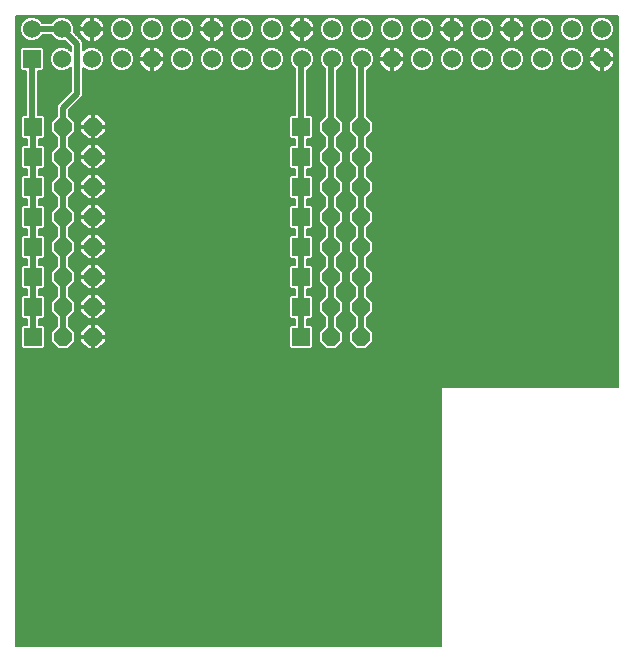
<source format=gtl>
G75*
%MOIN*%
%OFA0B0*%
%FSLAX25Y25*%
%IPPOS*%
%LPD*%
%AMOC8*
5,1,8,0,0,1.08239X$1,22.5*
%
%ADD10R,0.06000X0.06000*%
%ADD11C,0.06000*%
%ADD12R,0.05937X0.05937*%
%ADD13OC8,0.05937*%
%ADD14C,0.02000*%
%ADD15C,0.00500*%
D10*
X0037953Y0206693D03*
D11*
X0047900Y0206700D03*
X0057900Y0206700D03*
X0067900Y0206700D03*
X0077900Y0206700D03*
X0087900Y0206700D03*
X0097900Y0206700D03*
X0107900Y0206700D03*
X0117900Y0206700D03*
X0127900Y0206700D03*
X0137900Y0206700D03*
X0147900Y0206700D03*
X0157900Y0206700D03*
X0167900Y0206700D03*
X0177900Y0206700D03*
X0187900Y0206700D03*
X0197900Y0206700D03*
X0207900Y0206700D03*
X0217900Y0206700D03*
X0227900Y0206700D03*
X0227900Y0216700D03*
X0217900Y0216700D03*
X0207900Y0216700D03*
X0197900Y0216700D03*
X0187900Y0216700D03*
X0177900Y0216700D03*
X0167900Y0216700D03*
X0157900Y0216700D03*
X0147900Y0216700D03*
X0137900Y0216700D03*
X0127900Y0216700D03*
X0117900Y0216700D03*
X0107900Y0216700D03*
X0097900Y0216700D03*
X0087900Y0216700D03*
X0077900Y0216700D03*
X0067900Y0216700D03*
X0057900Y0216700D03*
X0047900Y0216700D03*
X0037900Y0216700D03*
D12*
X0038307Y0184134D03*
X0038307Y0174134D03*
X0038307Y0164134D03*
X0038307Y0154134D03*
X0038307Y0144134D03*
X0038307Y0134134D03*
X0038307Y0124134D03*
X0038307Y0114134D03*
X0127677Y0114134D03*
X0127677Y0124134D03*
X0127677Y0134134D03*
X0127677Y0144134D03*
X0127677Y0154134D03*
X0127677Y0164134D03*
X0127677Y0174134D03*
X0127677Y0184134D03*
D13*
X0137677Y0184134D03*
X0147677Y0184134D03*
X0147677Y0174134D03*
X0137677Y0174134D03*
X0137677Y0164134D03*
X0147677Y0164134D03*
X0147677Y0154134D03*
X0137677Y0154134D03*
X0137677Y0144134D03*
X0147677Y0144134D03*
X0147677Y0134134D03*
X0137677Y0134134D03*
X0137677Y0124134D03*
X0147677Y0124134D03*
X0147677Y0114134D03*
X0137677Y0114134D03*
X0058307Y0114134D03*
X0048307Y0114134D03*
X0048307Y0124134D03*
X0058307Y0124134D03*
X0058307Y0134134D03*
X0048307Y0134134D03*
X0048307Y0144134D03*
X0058307Y0144134D03*
X0058307Y0154134D03*
X0048307Y0154134D03*
X0048307Y0164134D03*
X0058307Y0164134D03*
X0058307Y0174134D03*
X0048307Y0174134D03*
X0048307Y0184134D03*
X0058307Y0184134D03*
D14*
X0048307Y0184134D02*
X0048307Y0174134D01*
X0048307Y0164134D01*
X0048307Y0154134D01*
X0048307Y0144134D01*
X0048307Y0134134D01*
X0048307Y0124134D01*
X0048307Y0114134D01*
X0038307Y0114134D02*
X0038307Y0124134D01*
X0038307Y0134134D01*
X0038307Y0144134D01*
X0038307Y0154134D01*
X0038307Y0164134D01*
X0038307Y0174134D01*
X0038307Y0184134D01*
X0037953Y0184488D01*
X0037953Y0206693D01*
X0037900Y0216700D02*
X0047900Y0216700D01*
X0053031Y0211569D01*
X0053031Y0195157D01*
X0048307Y0190433D01*
X0048307Y0184134D01*
X0127677Y0184134D02*
X0127677Y0174134D01*
X0127677Y0164134D01*
X0127677Y0154134D01*
X0127677Y0144134D01*
X0127677Y0134134D01*
X0127677Y0124134D01*
X0127677Y0114134D01*
X0137677Y0114134D02*
X0137677Y0124134D01*
X0137677Y0134134D01*
X0137677Y0144134D01*
X0137677Y0154134D01*
X0137677Y0164134D01*
X0137677Y0174134D01*
X0137677Y0184134D01*
X0137677Y0206477D01*
X0137900Y0206700D01*
X0147677Y0206477D02*
X0147677Y0184134D01*
X0147677Y0174134D01*
X0147677Y0164134D01*
X0147677Y0154134D01*
X0147677Y0144134D01*
X0147677Y0134134D01*
X0147677Y0124134D01*
X0147677Y0114134D01*
X0127677Y0184134D02*
X0127677Y0206477D01*
X0127900Y0206700D01*
X0147677Y0206477D02*
X0147900Y0206700D01*
D15*
X0032559Y0220972D02*
X0032559Y0010906D01*
X0174291Y0010906D01*
X0174291Y0097520D01*
X0233346Y0097520D01*
X0233346Y0220972D01*
X0032559Y0220972D01*
X0032559Y0220855D02*
X0056968Y0220855D01*
X0056905Y0220845D02*
X0056269Y0220639D01*
X0055673Y0220335D01*
X0055131Y0219942D01*
X0054658Y0219469D01*
X0054265Y0218927D01*
X0053961Y0218331D01*
X0053755Y0217695D01*
X0053650Y0217034D01*
X0053650Y0216950D01*
X0057650Y0216950D01*
X0057650Y0220950D01*
X0057566Y0220950D01*
X0056905Y0220845D01*
X0057650Y0220855D02*
X0058150Y0220855D01*
X0058150Y0220950D02*
X0058234Y0220950D01*
X0058895Y0220845D01*
X0059531Y0220639D01*
X0060127Y0220335D01*
X0060669Y0219942D01*
X0061142Y0219469D01*
X0061535Y0218927D01*
X0061839Y0218331D01*
X0062045Y0217695D01*
X0062150Y0217034D01*
X0062150Y0216950D01*
X0058150Y0216950D01*
X0058150Y0216450D01*
X0062150Y0216450D01*
X0062150Y0216366D01*
X0062045Y0215705D01*
X0061839Y0215069D01*
X0061535Y0214473D01*
X0061142Y0213931D01*
X0060669Y0213458D01*
X0060127Y0213065D01*
X0059531Y0212761D01*
X0058895Y0212555D01*
X0058234Y0212450D01*
X0058150Y0212450D01*
X0058150Y0216450D01*
X0057650Y0216450D01*
X0057650Y0212450D01*
X0057566Y0212450D01*
X0056905Y0212555D01*
X0056269Y0212761D01*
X0055673Y0213065D01*
X0055131Y0213458D01*
X0054658Y0213931D01*
X0054265Y0214473D01*
X0053961Y0215069D01*
X0053755Y0215705D01*
X0053650Y0216366D01*
X0053650Y0216450D01*
X0057650Y0216450D01*
X0057650Y0216950D01*
X0058150Y0216950D01*
X0058150Y0220950D01*
X0058150Y0220357D02*
X0057650Y0220357D01*
X0057650Y0219858D02*
X0058150Y0219858D01*
X0058150Y0219360D02*
X0057650Y0219360D01*
X0057650Y0218861D02*
X0058150Y0218861D01*
X0058150Y0218363D02*
X0057650Y0218363D01*
X0057650Y0217864D02*
X0058150Y0217864D01*
X0058150Y0217366D02*
X0057650Y0217366D01*
X0057650Y0216867D02*
X0051950Y0216867D01*
X0051950Y0216369D02*
X0053650Y0216369D01*
X0053728Y0215870D02*
X0051940Y0215870D01*
X0051950Y0215894D02*
X0051950Y0217506D01*
X0051333Y0218994D01*
X0050194Y0220133D01*
X0048706Y0220750D01*
X0047094Y0220750D01*
X0045606Y0220133D01*
X0044467Y0218994D01*
X0044365Y0218750D01*
X0041435Y0218750D01*
X0041333Y0218994D01*
X0040194Y0220133D01*
X0038706Y0220750D01*
X0037094Y0220750D01*
X0035606Y0220133D01*
X0034467Y0218994D01*
X0033850Y0217506D01*
X0033850Y0215894D01*
X0034467Y0214406D01*
X0035606Y0213267D01*
X0037094Y0212650D01*
X0038706Y0212650D01*
X0040194Y0213267D01*
X0041333Y0214406D01*
X0041435Y0214650D01*
X0044365Y0214650D01*
X0044467Y0214406D01*
X0045606Y0213267D01*
X0047094Y0212650D01*
X0048706Y0212650D01*
X0048950Y0212751D01*
X0050981Y0210719D01*
X0050981Y0209346D01*
X0050194Y0210133D01*
X0048706Y0210750D01*
X0047094Y0210750D01*
X0045606Y0210133D01*
X0044467Y0208994D01*
X0043850Y0207506D01*
X0043850Y0205894D01*
X0044467Y0204406D01*
X0045606Y0203267D01*
X0047094Y0202650D01*
X0048706Y0202650D01*
X0050194Y0203267D01*
X0050981Y0204054D01*
X0050981Y0196007D01*
X0046257Y0191282D01*
X0046257Y0187767D01*
X0044289Y0185798D01*
X0044289Y0182469D01*
X0046257Y0180501D01*
X0046257Y0177767D01*
X0044289Y0175798D01*
X0044289Y0172469D01*
X0046257Y0170501D01*
X0046257Y0167767D01*
X0044289Y0165798D01*
X0044289Y0162469D01*
X0046257Y0160501D01*
X0046257Y0157767D01*
X0044289Y0155798D01*
X0044289Y0152469D01*
X0046257Y0150501D01*
X0046257Y0147767D01*
X0044289Y0145798D01*
X0044289Y0142469D01*
X0046257Y0140501D01*
X0046257Y0137767D01*
X0044289Y0135798D01*
X0044289Y0132469D01*
X0046257Y0130501D01*
X0046257Y0127767D01*
X0044289Y0125798D01*
X0044289Y0122469D01*
X0046257Y0120501D01*
X0046257Y0117767D01*
X0044289Y0115798D01*
X0044289Y0112469D01*
X0046643Y0110115D01*
X0049972Y0110115D01*
X0052326Y0112469D01*
X0052326Y0115798D01*
X0050357Y0117767D01*
X0050357Y0120501D01*
X0052326Y0122469D01*
X0052326Y0125798D01*
X0050357Y0127767D01*
X0050357Y0130501D01*
X0052326Y0132469D01*
X0052326Y0135798D01*
X0050357Y0137767D01*
X0050357Y0140501D01*
X0052326Y0142469D01*
X0052326Y0145798D01*
X0050357Y0147767D01*
X0050357Y0150501D01*
X0052326Y0152469D01*
X0052326Y0155798D01*
X0050357Y0157767D01*
X0050357Y0160501D01*
X0052326Y0162469D01*
X0052326Y0165798D01*
X0050357Y0167767D01*
X0050357Y0170501D01*
X0052326Y0172469D01*
X0052326Y0175798D01*
X0050357Y0177767D01*
X0050357Y0180501D01*
X0052326Y0182469D01*
X0052326Y0185798D01*
X0050357Y0187767D01*
X0050357Y0189584D01*
X0055081Y0194308D01*
X0055081Y0203791D01*
X0055606Y0203267D01*
X0057094Y0202650D01*
X0058706Y0202650D01*
X0060194Y0203267D01*
X0061333Y0204406D01*
X0061950Y0205894D01*
X0061950Y0207506D01*
X0061333Y0208994D01*
X0060194Y0210133D01*
X0058706Y0210750D01*
X0057094Y0210750D01*
X0055606Y0210133D01*
X0055081Y0209609D01*
X0055081Y0212418D01*
X0053881Y0213618D01*
X0051849Y0215650D01*
X0051950Y0215894D01*
X0052127Y0215372D02*
X0053863Y0215372D01*
X0054061Y0214873D02*
X0052626Y0214873D01*
X0053124Y0214375D02*
X0054336Y0214375D01*
X0054713Y0213876D02*
X0053623Y0213876D01*
X0054121Y0213378D02*
X0055242Y0213378D01*
X0054620Y0212879D02*
X0056037Y0212879D01*
X0055081Y0212381D02*
X0233346Y0212381D01*
X0233346Y0212879D02*
X0229259Y0212879D01*
X0228706Y0212650D02*
X0230194Y0213267D01*
X0231333Y0214406D01*
X0231950Y0215894D01*
X0231950Y0217506D01*
X0231333Y0218994D01*
X0230194Y0220133D01*
X0228706Y0220750D01*
X0227094Y0220750D01*
X0225606Y0220133D01*
X0224467Y0218994D01*
X0223850Y0217506D01*
X0223850Y0215894D01*
X0224467Y0214406D01*
X0225606Y0213267D01*
X0227094Y0212650D01*
X0228706Y0212650D01*
X0230305Y0213378D02*
X0233346Y0213378D01*
X0233346Y0213876D02*
X0230804Y0213876D01*
X0231302Y0214375D02*
X0233346Y0214375D01*
X0233346Y0214873D02*
X0231527Y0214873D01*
X0231734Y0215372D02*
X0233346Y0215372D01*
X0233346Y0215870D02*
X0231940Y0215870D01*
X0231950Y0216369D02*
X0233346Y0216369D01*
X0233346Y0216867D02*
X0231950Y0216867D01*
X0231950Y0217366D02*
X0233346Y0217366D01*
X0233346Y0217864D02*
X0231801Y0217864D01*
X0231595Y0218363D02*
X0233346Y0218363D01*
X0233346Y0218861D02*
X0231388Y0218861D01*
X0230968Y0219360D02*
X0233346Y0219360D01*
X0233346Y0219858D02*
X0230469Y0219858D01*
X0229655Y0220357D02*
X0233346Y0220357D01*
X0233346Y0220855D02*
X0198832Y0220855D01*
X0198895Y0220845D02*
X0198234Y0220950D01*
X0198150Y0220950D01*
X0198150Y0216950D01*
X0202150Y0216950D01*
X0202150Y0217034D01*
X0202045Y0217695D01*
X0201839Y0218331D01*
X0201535Y0218927D01*
X0201142Y0219469D01*
X0200669Y0219942D01*
X0200127Y0220335D01*
X0199531Y0220639D01*
X0198895Y0220845D01*
X0198150Y0220855D02*
X0197650Y0220855D01*
X0197650Y0220950D02*
X0197566Y0220950D01*
X0196905Y0220845D01*
X0196269Y0220639D01*
X0195673Y0220335D01*
X0195131Y0219942D01*
X0194658Y0219469D01*
X0194265Y0218927D01*
X0193961Y0218331D01*
X0193755Y0217695D01*
X0193650Y0217034D01*
X0193650Y0216950D01*
X0197650Y0216950D01*
X0197650Y0220950D01*
X0197650Y0220357D02*
X0198150Y0220357D01*
X0198150Y0219858D02*
X0197650Y0219858D01*
X0197650Y0219360D02*
X0198150Y0219360D01*
X0198150Y0218861D02*
X0197650Y0218861D01*
X0197650Y0218363D02*
X0198150Y0218363D01*
X0198150Y0217864D02*
X0197650Y0217864D01*
X0197650Y0217366D02*
X0198150Y0217366D01*
X0198150Y0216950D02*
X0197650Y0216950D01*
X0197650Y0216450D01*
X0198150Y0216450D01*
X0198150Y0216950D01*
X0198150Y0216867D02*
X0203850Y0216867D01*
X0203850Y0216369D02*
X0202150Y0216369D01*
X0202150Y0216366D02*
X0202150Y0216450D01*
X0198150Y0216450D01*
X0198150Y0212450D01*
X0198234Y0212450D01*
X0198895Y0212555D01*
X0199531Y0212761D01*
X0200127Y0213065D01*
X0200669Y0213458D01*
X0201142Y0213931D01*
X0201535Y0214473D01*
X0201839Y0215069D01*
X0202045Y0215705D01*
X0202150Y0216366D01*
X0202072Y0215870D02*
X0203860Y0215870D01*
X0203850Y0215894D02*
X0204467Y0214406D01*
X0205606Y0213267D01*
X0207094Y0212650D01*
X0208706Y0212650D01*
X0210194Y0213267D01*
X0211333Y0214406D01*
X0211950Y0215894D01*
X0211950Y0217506D01*
X0211333Y0218994D01*
X0210194Y0220133D01*
X0208706Y0220750D01*
X0207094Y0220750D01*
X0205606Y0220133D01*
X0204467Y0218994D01*
X0203850Y0217506D01*
X0203850Y0215894D01*
X0204066Y0215372D02*
X0201937Y0215372D01*
X0201739Y0214873D02*
X0204273Y0214873D01*
X0204498Y0214375D02*
X0201464Y0214375D01*
X0201087Y0213876D02*
X0204996Y0213876D01*
X0205495Y0213378D02*
X0200558Y0213378D01*
X0199763Y0212879D02*
X0206541Y0212879D01*
X0207094Y0210750D02*
X0205606Y0210133D01*
X0204467Y0208994D01*
X0203850Y0207506D01*
X0203850Y0205894D01*
X0204467Y0204406D01*
X0205606Y0203267D01*
X0207094Y0202650D01*
X0208706Y0202650D01*
X0210194Y0203267D01*
X0211333Y0204406D01*
X0211950Y0205894D01*
X0211950Y0207506D01*
X0211333Y0208994D01*
X0210194Y0210133D01*
X0208706Y0210750D01*
X0207094Y0210750D01*
X0206217Y0210387D02*
X0199583Y0210387D01*
X0200194Y0210133D02*
X0198706Y0210750D01*
X0197094Y0210750D01*
X0195606Y0210133D01*
X0194467Y0208994D01*
X0193850Y0207506D01*
X0193850Y0205894D01*
X0194467Y0204406D01*
X0195606Y0203267D01*
X0197094Y0202650D01*
X0198706Y0202650D01*
X0200194Y0203267D01*
X0201333Y0204406D01*
X0201950Y0205894D01*
X0201950Y0207506D01*
X0201333Y0208994D01*
X0200194Y0210133D01*
X0200439Y0209888D02*
X0205361Y0209888D01*
X0204862Y0209390D02*
X0200938Y0209390D01*
X0201376Y0208891D02*
X0204424Y0208891D01*
X0204217Y0208393D02*
X0201583Y0208393D01*
X0201789Y0207894D02*
X0204011Y0207894D01*
X0203850Y0207396D02*
X0201950Y0207396D01*
X0201950Y0206897D02*
X0203850Y0206897D01*
X0203850Y0206399D02*
X0201950Y0206399D01*
X0201950Y0205900D02*
X0203850Y0205900D01*
X0204054Y0205402D02*
X0201746Y0205402D01*
X0201539Y0204903D02*
X0204261Y0204903D01*
X0204468Y0204405D02*
X0201332Y0204405D01*
X0200834Y0203906D02*
X0204966Y0203906D01*
X0205465Y0203408D02*
X0200335Y0203408D01*
X0199331Y0202909D02*
X0206469Y0202909D01*
X0209331Y0202909D02*
X0216469Y0202909D01*
X0217094Y0202650D02*
X0218706Y0202650D01*
X0220194Y0203267D01*
X0221333Y0204406D01*
X0221950Y0205894D01*
X0221950Y0207506D01*
X0221333Y0208994D01*
X0220194Y0210133D01*
X0218706Y0210750D01*
X0217094Y0210750D01*
X0215606Y0210133D01*
X0214467Y0208994D01*
X0213850Y0207506D01*
X0213850Y0205894D01*
X0214467Y0204406D01*
X0215606Y0203267D01*
X0217094Y0202650D01*
X0215465Y0203408D02*
X0210335Y0203408D01*
X0210834Y0203906D02*
X0214966Y0203906D01*
X0214468Y0204405D02*
X0211332Y0204405D01*
X0211539Y0204903D02*
X0214261Y0204903D01*
X0214054Y0205402D02*
X0211746Y0205402D01*
X0211950Y0205900D02*
X0213850Y0205900D01*
X0213850Y0206399D02*
X0211950Y0206399D01*
X0211950Y0206897D02*
X0213850Y0206897D01*
X0213850Y0207396D02*
X0211950Y0207396D01*
X0211789Y0207894D02*
X0214011Y0207894D01*
X0214217Y0208393D02*
X0211583Y0208393D01*
X0211376Y0208891D02*
X0214424Y0208891D01*
X0214862Y0209390D02*
X0210938Y0209390D01*
X0210439Y0209888D02*
X0215361Y0209888D01*
X0216217Y0210387D02*
X0209583Y0210387D01*
X0209259Y0212879D02*
X0216541Y0212879D01*
X0217094Y0212650D02*
X0218706Y0212650D01*
X0220194Y0213267D01*
X0221333Y0214406D01*
X0221950Y0215894D01*
X0221950Y0217506D01*
X0221333Y0218994D01*
X0220194Y0220133D01*
X0218706Y0220750D01*
X0217094Y0220750D01*
X0215606Y0220133D01*
X0214467Y0218994D01*
X0213850Y0217506D01*
X0213850Y0215894D01*
X0214467Y0214406D01*
X0215606Y0213267D01*
X0217094Y0212650D01*
X0215495Y0213378D02*
X0210305Y0213378D01*
X0210804Y0213876D02*
X0214996Y0213876D01*
X0214498Y0214375D02*
X0211302Y0214375D01*
X0211527Y0214873D02*
X0214273Y0214873D01*
X0214066Y0215372D02*
X0211734Y0215372D01*
X0211940Y0215870D02*
X0213860Y0215870D01*
X0213850Y0216369D02*
X0211950Y0216369D01*
X0211950Y0216867D02*
X0213850Y0216867D01*
X0213850Y0217366D02*
X0211950Y0217366D01*
X0211801Y0217864D02*
X0213999Y0217864D01*
X0214205Y0218363D02*
X0211595Y0218363D01*
X0211388Y0218861D02*
X0214412Y0218861D01*
X0214832Y0219360D02*
X0210968Y0219360D01*
X0210469Y0219858D02*
X0215331Y0219858D01*
X0216145Y0220357D02*
X0209655Y0220357D01*
X0206145Y0220357D02*
X0200084Y0220357D01*
X0200752Y0219858D02*
X0205331Y0219858D01*
X0204832Y0219360D02*
X0201221Y0219360D01*
X0201569Y0218861D02*
X0204412Y0218861D01*
X0204205Y0218363D02*
X0201823Y0218363D01*
X0201990Y0217864D02*
X0203999Y0217864D01*
X0203850Y0217366D02*
X0202098Y0217366D01*
X0198150Y0216369D02*
X0197650Y0216369D01*
X0197650Y0216450D02*
X0197650Y0212450D01*
X0197566Y0212450D01*
X0196905Y0212555D01*
X0196269Y0212761D01*
X0195673Y0213065D01*
X0195131Y0213458D01*
X0194658Y0213931D01*
X0194265Y0214473D01*
X0193961Y0215069D01*
X0193755Y0215705D01*
X0193650Y0216366D01*
X0193650Y0216450D01*
X0197650Y0216450D01*
X0197650Y0216867D02*
X0191950Y0216867D01*
X0191950Y0216369D02*
X0193650Y0216369D01*
X0193728Y0215870D02*
X0191940Y0215870D01*
X0191950Y0215894D02*
X0191333Y0214406D01*
X0190194Y0213267D01*
X0188706Y0212650D01*
X0187094Y0212650D01*
X0185606Y0213267D01*
X0184467Y0214406D01*
X0183850Y0215894D01*
X0183850Y0217506D01*
X0184467Y0218994D01*
X0185606Y0220133D01*
X0187094Y0220750D01*
X0188706Y0220750D01*
X0190194Y0220133D01*
X0191333Y0218994D01*
X0191950Y0217506D01*
X0191950Y0215894D01*
X0191734Y0215372D02*
X0193863Y0215372D01*
X0194061Y0214873D02*
X0191527Y0214873D01*
X0191302Y0214375D02*
X0194336Y0214375D01*
X0194713Y0213876D02*
X0190804Y0213876D01*
X0190305Y0213378D02*
X0195242Y0213378D01*
X0196037Y0212879D02*
X0189259Y0212879D01*
X0188706Y0210750D02*
X0187094Y0210750D01*
X0185606Y0210133D01*
X0184467Y0208994D01*
X0183850Y0207506D01*
X0183850Y0205894D01*
X0184467Y0204406D01*
X0185606Y0203267D01*
X0187094Y0202650D01*
X0188706Y0202650D01*
X0190194Y0203267D01*
X0191333Y0204406D01*
X0191950Y0205894D01*
X0191950Y0207506D01*
X0191333Y0208994D01*
X0190194Y0210133D01*
X0188706Y0210750D01*
X0189583Y0210387D02*
X0196217Y0210387D01*
X0195361Y0209888D02*
X0190439Y0209888D01*
X0190938Y0209390D02*
X0194862Y0209390D01*
X0194424Y0208891D02*
X0191376Y0208891D01*
X0191583Y0208393D02*
X0194217Y0208393D01*
X0194011Y0207894D02*
X0191789Y0207894D01*
X0191950Y0207396D02*
X0193850Y0207396D01*
X0193850Y0206897D02*
X0191950Y0206897D01*
X0191950Y0206399D02*
X0193850Y0206399D01*
X0193850Y0205900D02*
X0191950Y0205900D01*
X0191746Y0205402D02*
X0194054Y0205402D01*
X0194261Y0204903D02*
X0191539Y0204903D01*
X0191332Y0204405D02*
X0194468Y0204405D01*
X0194966Y0203906D02*
X0190834Y0203906D01*
X0190335Y0203408D02*
X0195465Y0203408D01*
X0196469Y0202909D02*
X0189331Y0202909D01*
X0186469Y0202909D02*
X0179331Y0202909D01*
X0178706Y0202650D02*
X0180194Y0203267D01*
X0181333Y0204406D01*
X0181950Y0205894D01*
X0181950Y0207506D01*
X0181333Y0208994D01*
X0180194Y0210133D01*
X0178706Y0210750D01*
X0177094Y0210750D01*
X0175606Y0210133D01*
X0174467Y0208994D01*
X0173850Y0207506D01*
X0173850Y0205894D01*
X0174467Y0204406D01*
X0175606Y0203267D01*
X0177094Y0202650D01*
X0178706Y0202650D01*
X0180335Y0203408D02*
X0185465Y0203408D01*
X0184966Y0203906D02*
X0180834Y0203906D01*
X0181332Y0204405D02*
X0184468Y0204405D01*
X0184261Y0204903D02*
X0181539Y0204903D01*
X0181746Y0205402D02*
X0184054Y0205402D01*
X0183850Y0205900D02*
X0181950Y0205900D01*
X0181950Y0206399D02*
X0183850Y0206399D01*
X0183850Y0206897D02*
X0181950Y0206897D01*
X0181950Y0207396D02*
X0183850Y0207396D01*
X0184011Y0207894D02*
X0181789Y0207894D01*
X0181583Y0208393D02*
X0184217Y0208393D01*
X0184424Y0208891D02*
X0181376Y0208891D01*
X0180938Y0209390D02*
X0184862Y0209390D01*
X0185361Y0209888D02*
X0180439Y0209888D01*
X0179583Y0210387D02*
X0186217Y0210387D01*
X0186541Y0212879D02*
X0179763Y0212879D01*
X0179531Y0212761D02*
X0180127Y0213065D01*
X0180669Y0213458D01*
X0181142Y0213931D01*
X0181535Y0214473D01*
X0181839Y0215069D01*
X0182045Y0215705D01*
X0182150Y0216366D01*
X0182150Y0216450D01*
X0178150Y0216450D01*
X0178150Y0216950D01*
X0182150Y0216950D01*
X0182150Y0217034D01*
X0182045Y0217695D01*
X0181839Y0218331D01*
X0181535Y0218927D01*
X0181142Y0219469D01*
X0180669Y0219942D01*
X0180127Y0220335D01*
X0179531Y0220639D01*
X0178895Y0220845D01*
X0178234Y0220950D01*
X0178150Y0220950D01*
X0178150Y0216950D01*
X0177650Y0216950D01*
X0177650Y0220950D01*
X0177566Y0220950D01*
X0176905Y0220845D01*
X0176269Y0220639D01*
X0175673Y0220335D01*
X0175131Y0219942D01*
X0174658Y0219469D01*
X0174265Y0218927D01*
X0173961Y0218331D01*
X0173755Y0217695D01*
X0173650Y0217034D01*
X0173650Y0216950D01*
X0177650Y0216950D01*
X0177650Y0216450D01*
X0178150Y0216450D01*
X0178150Y0212450D01*
X0178234Y0212450D01*
X0178895Y0212555D01*
X0179531Y0212761D01*
X0180558Y0213378D02*
X0185495Y0213378D01*
X0184996Y0213876D02*
X0181087Y0213876D01*
X0181464Y0214375D02*
X0184498Y0214375D01*
X0184273Y0214873D02*
X0181739Y0214873D01*
X0181937Y0215372D02*
X0184066Y0215372D01*
X0183860Y0215870D02*
X0182072Y0215870D01*
X0182150Y0216369D02*
X0183850Y0216369D01*
X0183850Y0216867D02*
X0178150Y0216867D01*
X0178150Y0216369D02*
X0177650Y0216369D01*
X0177650Y0216450D02*
X0177650Y0212450D01*
X0177566Y0212450D01*
X0176905Y0212555D01*
X0176269Y0212761D01*
X0175673Y0213065D01*
X0175131Y0213458D01*
X0174658Y0213931D01*
X0174265Y0214473D01*
X0173961Y0215069D01*
X0173755Y0215705D01*
X0173650Y0216366D01*
X0173650Y0216450D01*
X0177650Y0216450D01*
X0177650Y0216867D02*
X0171950Y0216867D01*
X0171950Y0216369D02*
X0173650Y0216369D01*
X0173728Y0215870D02*
X0171940Y0215870D01*
X0171950Y0215894D02*
X0171333Y0214406D01*
X0170194Y0213267D01*
X0168706Y0212650D01*
X0167094Y0212650D01*
X0165606Y0213267D01*
X0164467Y0214406D01*
X0163850Y0215894D01*
X0163850Y0217506D01*
X0164467Y0218994D01*
X0165606Y0220133D01*
X0167094Y0220750D01*
X0168706Y0220750D01*
X0170194Y0220133D01*
X0171333Y0218994D01*
X0171950Y0217506D01*
X0171950Y0215894D01*
X0171734Y0215372D02*
X0173863Y0215372D01*
X0174061Y0214873D02*
X0171527Y0214873D01*
X0171302Y0214375D02*
X0174336Y0214375D01*
X0174713Y0213876D02*
X0170804Y0213876D01*
X0170305Y0213378D02*
X0175242Y0213378D01*
X0176037Y0212879D02*
X0169259Y0212879D01*
X0168706Y0210750D02*
X0167094Y0210750D01*
X0165606Y0210133D01*
X0164467Y0208994D01*
X0163850Y0207506D01*
X0163850Y0205894D01*
X0164467Y0204406D01*
X0165606Y0203267D01*
X0167094Y0202650D01*
X0168706Y0202650D01*
X0170194Y0203267D01*
X0171333Y0204406D01*
X0171950Y0205894D01*
X0171950Y0207506D01*
X0171333Y0208994D01*
X0170194Y0210133D01*
X0168706Y0210750D01*
X0169583Y0210387D02*
X0176217Y0210387D01*
X0175361Y0209888D02*
X0170439Y0209888D01*
X0170938Y0209390D02*
X0174862Y0209390D01*
X0174424Y0208891D02*
X0171376Y0208891D01*
X0171583Y0208393D02*
X0174217Y0208393D01*
X0174011Y0207894D02*
X0171789Y0207894D01*
X0171950Y0207396D02*
X0173850Y0207396D01*
X0173850Y0206897D02*
X0171950Y0206897D01*
X0171950Y0206399D02*
X0173850Y0206399D01*
X0173850Y0205900D02*
X0171950Y0205900D01*
X0171746Y0205402D02*
X0174054Y0205402D01*
X0174261Y0204903D02*
X0171539Y0204903D01*
X0171332Y0204405D02*
X0174468Y0204405D01*
X0174966Y0203906D02*
X0170834Y0203906D01*
X0170335Y0203408D02*
X0175465Y0203408D01*
X0176469Y0202909D02*
X0169331Y0202909D01*
X0166469Y0202909D02*
X0159821Y0202909D01*
X0159531Y0202761D02*
X0160127Y0203065D01*
X0160669Y0203458D01*
X0161142Y0203931D01*
X0161535Y0204473D01*
X0161839Y0205069D01*
X0162045Y0205705D01*
X0162150Y0206366D01*
X0162150Y0206450D01*
X0158150Y0206450D01*
X0158150Y0206950D01*
X0162150Y0206950D01*
X0162150Y0207034D01*
X0162045Y0207695D01*
X0161839Y0208331D01*
X0161535Y0208927D01*
X0161142Y0209469D01*
X0160669Y0209942D01*
X0160127Y0210335D01*
X0159531Y0210639D01*
X0158895Y0210845D01*
X0158234Y0210950D01*
X0158150Y0210950D01*
X0158150Y0206950D01*
X0157650Y0206950D01*
X0157650Y0210950D01*
X0157566Y0210950D01*
X0156905Y0210845D01*
X0156269Y0210639D01*
X0155673Y0210335D01*
X0155131Y0209942D01*
X0154658Y0209469D01*
X0154265Y0208927D01*
X0153961Y0208331D01*
X0153755Y0207695D01*
X0153650Y0207034D01*
X0153650Y0206950D01*
X0157650Y0206950D01*
X0157650Y0206450D01*
X0158150Y0206450D01*
X0158150Y0202450D01*
X0158234Y0202450D01*
X0158895Y0202555D01*
X0159531Y0202761D01*
X0160599Y0203408D02*
X0165465Y0203408D01*
X0164966Y0203906D02*
X0161116Y0203906D01*
X0161486Y0204405D02*
X0164468Y0204405D01*
X0164261Y0204903D02*
X0161754Y0204903D01*
X0161947Y0205402D02*
X0164054Y0205402D01*
X0163850Y0205900D02*
X0162076Y0205900D01*
X0162150Y0206399D02*
X0163850Y0206399D01*
X0163850Y0206897D02*
X0158150Y0206897D01*
X0158150Y0206399D02*
X0157650Y0206399D01*
X0157650Y0206450D02*
X0157650Y0202450D01*
X0157566Y0202450D01*
X0156905Y0202555D01*
X0156269Y0202761D01*
X0155673Y0203065D01*
X0155131Y0203458D01*
X0154658Y0203931D01*
X0154265Y0204473D01*
X0153961Y0205069D01*
X0153755Y0205705D01*
X0153650Y0206366D01*
X0153650Y0206450D01*
X0157650Y0206450D01*
X0157650Y0206897D02*
X0151950Y0206897D01*
X0151950Y0206399D02*
X0153650Y0206399D01*
X0153724Y0205900D02*
X0151950Y0205900D01*
X0151950Y0205894D02*
X0151950Y0207506D01*
X0151333Y0208994D01*
X0150194Y0210133D01*
X0148706Y0210750D01*
X0147094Y0210750D01*
X0145606Y0210133D01*
X0144467Y0208994D01*
X0143850Y0207506D01*
X0143850Y0205894D01*
X0144467Y0204406D01*
X0145606Y0203267D01*
X0145627Y0203258D01*
X0145627Y0187767D01*
X0143659Y0185798D01*
X0143659Y0182469D01*
X0145627Y0180501D01*
X0145627Y0177767D01*
X0143659Y0175798D01*
X0143659Y0172469D01*
X0145627Y0170501D01*
X0145627Y0167767D01*
X0143659Y0165798D01*
X0143659Y0162469D01*
X0145627Y0160501D01*
X0145627Y0157767D01*
X0143659Y0155798D01*
X0143659Y0152469D01*
X0145627Y0150501D01*
X0145627Y0147767D01*
X0143659Y0145798D01*
X0143659Y0142469D01*
X0145627Y0140501D01*
X0145627Y0137767D01*
X0143659Y0135798D01*
X0143659Y0132469D01*
X0145627Y0130501D01*
X0145627Y0127767D01*
X0143659Y0125798D01*
X0143659Y0122469D01*
X0145627Y0120501D01*
X0145627Y0117767D01*
X0143659Y0115798D01*
X0143659Y0112469D01*
X0146013Y0110115D01*
X0149342Y0110115D01*
X0151696Y0112469D01*
X0151696Y0115798D01*
X0149727Y0117767D01*
X0149727Y0120501D01*
X0151696Y0122469D01*
X0151696Y0125798D01*
X0149727Y0127767D01*
X0149727Y0130501D01*
X0151696Y0132469D01*
X0151696Y0135798D01*
X0149727Y0137767D01*
X0149727Y0140501D01*
X0151696Y0142469D01*
X0151696Y0145798D01*
X0149727Y0147767D01*
X0149727Y0150501D01*
X0151696Y0152469D01*
X0151696Y0155798D01*
X0149727Y0157767D01*
X0149727Y0160501D01*
X0151696Y0162469D01*
X0151696Y0165798D01*
X0149727Y0167767D01*
X0149727Y0170501D01*
X0151696Y0172469D01*
X0151696Y0175798D01*
X0149727Y0177767D01*
X0149727Y0180501D01*
X0151696Y0182469D01*
X0151696Y0185798D01*
X0149727Y0187767D01*
X0149727Y0203073D01*
X0150194Y0203267D01*
X0151333Y0204406D01*
X0151950Y0205894D01*
X0151746Y0205402D02*
X0153853Y0205402D01*
X0154046Y0204903D02*
X0151539Y0204903D01*
X0151332Y0204405D02*
X0154314Y0204405D01*
X0154684Y0203906D02*
X0150834Y0203906D01*
X0150335Y0203408D02*
X0155201Y0203408D01*
X0155979Y0202909D02*
X0149727Y0202909D01*
X0149727Y0202410D02*
X0233346Y0202410D01*
X0233346Y0201912D02*
X0149727Y0201912D01*
X0149727Y0201413D02*
X0233346Y0201413D01*
X0233346Y0200915D02*
X0149727Y0200915D01*
X0149727Y0200416D02*
X0233346Y0200416D01*
X0233346Y0199918D02*
X0149727Y0199918D01*
X0149727Y0199419D02*
X0233346Y0199419D01*
X0233346Y0198921D02*
X0149727Y0198921D01*
X0149727Y0198422D02*
X0233346Y0198422D01*
X0233346Y0197924D02*
X0149727Y0197924D01*
X0149727Y0197425D02*
X0233346Y0197425D01*
X0233346Y0196927D02*
X0149727Y0196927D01*
X0149727Y0196428D02*
X0233346Y0196428D01*
X0233346Y0195930D02*
X0149727Y0195930D01*
X0149727Y0195431D02*
X0233346Y0195431D01*
X0233346Y0194933D02*
X0149727Y0194933D01*
X0149727Y0194434D02*
X0233346Y0194434D01*
X0233346Y0193936D02*
X0149727Y0193936D01*
X0149727Y0193437D02*
X0233346Y0193437D01*
X0233346Y0192939D02*
X0149727Y0192939D01*
X0149727Y0192440D02*
X0233346Y0192440D01*
X0233346Y0191942D02*
X0149727Y0191942D01*
X0149727Y0191443D02*
X0233346Y0191443D01*
X0233346Y0190945D02*
X0149727Y0190945D01*
X0149727Y0190446D02*
X0233346Y0190446D01*
X0233346Y0189948D02*
X0149727Y0189948D01*
X0149727Y0189449D02*
X0233346Y0189449D01*
X0233346Y0188951D02*
X0149727Y0188951D01*
X0149727Y0188452D02*
X0233346Y0188452D01*
X0233346Y0187954D02*
X0149727Y0187954D01*
X0150039Y0187455D02*
X0233346Y0187455D01*
X0233346Y0186957D02*
X0150537Y0186957D01*
X0151036Y0186458D02*
X0233346Y0186458D01*
X0233346Y0185960D02*
X0151534Y0185960D01*
X0151696Y0185461D02*
X0233346Y0185461D01*
X0233346Y0184963D02*
X0151696Y0184963D01*
X0151696Y0184464D02*
X0233346Y0184464D01*
X0233346Y0183966D02*
X0151696Y0183966D01*
X0151696Y0183467D02*
X0233346Y0183467D01*
X0233346Y0182969D02*
X0151696Y0182969D01*
X0151696Y0182470D02*
X0233346Y0182470D01*
X0233346Y0181972D02*
X0151198Y0181972D01*
X0150699Y0181473D02*
X0233346Y0181473D01*
X0233346Y0180974D02*
X0150201Y0180974D01*
X0149727Y0180476D02*
X0233346Y0180476D01*
X0233346Y0179977D02*
X0149727Y0179977D01*
X0149727Y0179479D02*
X0233346Y0179479D01*
X0233346Y0178980D02*
X0149727Y0178980D01*
X0149727Y0178482D02*
X0233346Y0178482D01*
X0233346Y0177983D02*
X0149727Y0177983D01*
X0150009Y0177485D02*
X0233346Y0177485D01*
X0233346Y0176986D02*
X0150508Y0176986D01*
X0151006Y0176488D02*
X0233346Y0176488D01*
X0233346Y0175989D02*
X0151505Y0175989D01*
X0151696Y0175491D02*
X0233346Y0175491D01*
X0233346Y0174992D02*
X0151696Y0174992D01*
X0151696Y0174494D02*
X0233346Y0174494D01*
X0233346Y0173995D02*
X0151696Y0173995D01*
X0151696Y0173497D02*
X0233346Y0173497D01*
X0233346Y0172998D02*
X0151696Y0172998D01*
X0151696Y0172500D02*
X0233346Y0172500D01*
X0233346Y0172001D02*
X0151228Y0172001D01*
X0150729Y0171503D02*
X0233346Y0171503D01*
X0233346Y0171004D02*
X0150231Y0171004D01*
X0149732Y0170506D02*
X0233346Y0170506D01*
X0233346Y0170007D02*
X0149727Y0170007D01*
X0149727Y0169509D02*
X0233346Y0169509D01*
X0233346Y0169010D02*
X0149727Y0169010D01*
X0149727Y0168512D02*
X0233346Y0168512D01*
X0233346Y0168013D02*
X0149727Y0168013D01*
X0149979Y0167515D02*
X0233346Y0167515D01*
X0233346Y0167016D02*
X0150478Y0167016D01*
X0150976Y0166518D02*
X0233346Y0166518D01*
X0233346Y0166019D02*
X0151475Y0166019D01*
X0151696Y0165521D02*
X0233346Y0165521D01*
X0233346Y0165022D02*
X0151696Y0165022D01*
X0151696Y0164524D02*
X0233346Y0164524D01*
X0233346Y0164025D02*
X0151696Y0164025D01*
X0151696Y0163527D02*
X0233346Y0163527D01*
X0233346Y0163028D02*
X0151696Y0163028D01*
X0151696Y0162530D02*
X0233346Y0162530D01*
X0233346Y0162031D02*
X0151257Y0162031D01*
X0150759Y0161533D02*
X0233346Y0161533D01*
X0233346Y0161034D02*
X0150260Y0161034D01*
X0149762Y0160536D02*
X0233346Y0160536D01*
X0233346Y0160037D02*
X0149727Y0160037D01*
X0149727Y0159539D02*
X0233346Y0159539D01*
X0233346Y0159040D02*
X0149727Y0159040D01*
X0149727Y0158541D02*
X0233346Y0158541D01*
X0233346Y0158043D02*
X0149727Y0158043D01*
X0149950Y0157544D02*
X0233346Y0157544D01*
X0233346Y0157046D02*
X0150448Y0157046D01*
X0150947Y0156547D02*
X0233346Y0156547D01*
X0233346Y0156049D02*
X0151445Y0156049D01*
X0151696Y0155550D02*
X0233346Y0155550D01*
X0233346Y0155052D02*
X0151696Y0155052D01*
X0151696Y0154553D02*
X0233346Y0154553D01*
X0233346Y0154055D02*
X0151696Y0154055D01*
X0151696Y0153556D02*
X0233346Y0153556D01*
X0233346Y0153058D02*
X0151696Y0153058D01*
X0151696Y0152559D02*
X0233346Y0152559D01*
X0233346Y0152061D02*
X0151287Y0152061D01*
X0150789Y0151562D02*
X0233346Y0151562D01*
X0233346Y0151064D02*
X0150290Y0151064D01*
X0149792Y0150565D02*
X0233346Y0150565D01*
X0233346Y0150067D02*
X0149727Y0150067D01*
X0149727Y0149568D02*
X0233346Y0149568D01*
X0233346Y0149070D02*
X0149727Y0149070D01*
X0149727Y0148571D02*
X0233346Y0148571D01*
X0233346Y0148073D02*
X0149727Y0148073D01*
X0149920Y0147574D02*
X0233346Y0147574D01*
X0233346Y0147076D02*
X0150418Y0147076D01*
X0150917Y0146577D02*
X0233346Y0146577D01*
X0233346Y0146079D02*
X0151415Y0146079D01*
X0151696Y0145580D02*
X0233346Y0145580D01*
X0233346Y0145082D02*
X0151696Y0145082D01*
X0151696Y0144583D02*
X0233346Y0144583D01*
X0233346Y0144085D02*
X0151696Y0144085D01*
X0151696Y0143586D02*
X0233346Y0143586D01*
X0233346Y0143088D02*
X0151696Y0143088D01*
X0151696Y0142589D02*
X0233346Y0142589D01*
X0233346Y0142091D02*
X0151317Y0142091D01*
X0150818Y0141592D02*
X0233346Y0141592D01*
X0233346Y0141094D02*
X0150320Y0141094D01*
X0149821Y0140595D02*
X0233346Y0140595D01*
X0233346Y0140097D02*
X0149727Y0140097D01*
X0149727Y0139598D02*
X0233346Y0139598D01*
X0233346Y0139100D02*
X0149727Y0139100D01*
X0149727Y0138601D02*
X0233346Y0138601D01*
X0233346Y0138103D02*
X0149727Y0138103D01*
X0149890Y0137604D02*
X0233346Y0137604D01*
X0233346Y0137105D02*
X0150389Y0137105D01*
X0150887Y0136607D02*
X0233346Y0136607D01*
X0233346Y0136108D02*
X0151386Y0136108D01*
X0151696Y0135610D02*
X0233346Y0135610D01*
X0233346Y0135111D02*
X0151696Y0135111D01*
X0151696Y0134613D02*
X0233346Y0134613D01*
X0233346Y0134114D02*
X0151696Y0134114D01*
X0151696Y0133616D02*
X0233346Y0133616D01*
X0233346Y0133117D02*
X0151696Y0133117D01*
X0151696Y0132619D02*
X0233346Y0132619D01*
X0233346Y0132120D02*
X0151347Y0132120D01*
X0150848Y0131622D02*
X0233346Y0131622D01*
X0233346Y0131123D02*
X0150350Y0131123D01*
X0149851Y0130625D02*
X0233346Y0130625D01*
X0233346Y0130126D02*
X0149727Y0130126D01*
X0149727Y0129628D02*
X0233346Y0129628D01*
X0233346Y0129129D02*
X0149727Y0129129D01*
X0149727Y0128631D02*
X0233346Y0128631D01*
X0233346Y0128132D02*
X0149727Y0128132D01*
X0149860Y0127634D02*
X0233346Y0127634D01*
X0233346Y0127135D02*
X0150359Y0127135D01*
X0150857Y0126637D02*
X0233346Y0126637D01*
X0233346Y0126138D02*
X0151356Y0126138D01*
X0151696Y0125640D02*
X0233346Y0125640D01*
X0233346Y0125141D02*
X0151696Y0125141D01*
X0151696Y0124643D02*
X0233346Y0124643D01*
X0233346Y0124144D02*
X0151696Y0124144D01*
X0151696Y0123646D02*
X0233346Y0123646D01*
X0233346Y0123147D02*
X0151696Y0123147D01*
X0151696Y0122649D02*
X0233346Y0122649D01*
X0233346Y0122150D02*
X0151376Y0122150D01*
X0150878Y0121652D02*
X0233346Y0121652D01*
X0233346Y0121153D02*
X0150379Y0121153D01*
X0149881Y0120655D02*
X0233346Y0120655D01*
X0233346Y0120156D02*
X0149727Y0120156D01*
X0149727Y0119658D02*
X0233346Y0119658D01*
X0233346Y0119159D02*
X0149727Y0119159D01*
X0149727Y0118661D02*
X0233346Y0118661D01*
X0233346Y0118162D02*
X0149727Y0118162D01*
X0149830Y0117664D02*
X0233346Y0117664D01*
X0233346Y0117165D02*
X0150329Y0117165D01*
X0150827Y0116667D02*
X0233346Y0116667D01*
X0233346Y0116168D02*
X0151326Y0116168D01*
X0151696Y0115670D02*
X0233346Y0115670D01*
X0233346Y0115171D02*
X0151696Y0115171D01*
X0151696Y0114672D02*
X0233346Y0114672D01*
X0233346Y0114174D02*
X0151696Y0114174D01*
X0151696Y0113675D02*
X0233346Y0113675D01*
X0233346Y0113177D02*
X0151696Y0113177D01*
X0151696Y0112678D02*
X0233346Y0112678D01*
X0233346Y0112180D02*
X0151406Y0112180D01*
X0150908Y0111681D02*
X0233346Y0111681D01*
X0233346Y0111183D02*
X0150409Y0111183D01*
X0149911Y0110684D02*
X0233346Y0110684D01*
X0233346Y0110186D02*
X0149412Y0110186D01*
X0145942Y0110186D02*
X0139412Y0110186D01*
X0139342Y0110115D02*
X0141696Y0112469D01*
X0141696Y0115798D01*
X0139727Y0117767D01*
X0139727Y0120501D01*
X0141696Y0122469D01*
X0141696Y0125798D01*
X0139727Y0127767D01*
X0139727Y0130501D01*
X0141696Y0132469D01*
X0141696Y0135798D01*
X0139727Y0137767D01*
X0139727Y0140501D01*
X0141696Y0142469D01*
X0141696Y0145798D01*
X0139727Y0147767D01*
X0139727Y0150501D01*
X0141696Y0152469D01*
X0141696Y0155798D01*
X0139727Y0157767D01*
X0139727Y0160501D01*
X0141696Y0162469D01*
X0141696Y0165798D01*
X0139727Y0167767D01*
X0139727Y0170501D01*
X0141696Y0172469D01*
X0141696Y0175798D01*
X0139727Y0177767D01*
X0139727Y0180501D01*
X0141696Y0182469D01*
X0141696Y0185798D01*
X0139727Y0187767D01*
X0139727Y0203073D01*
X0140194Y0203267D01*
X0141333Y0204406D01*
X0141950Y0205894D01*
X0141950Y0207506D01*
X0141333Y0208994D01*
X0140194Y0210133D01*
X0138706Y0210750D01*
X0137094Y0210750D01*
X0135606Y0210133D01*
X0134467Y0208994D01*
X0133850Y0207506D01*
X0133850Y0205894D01*
X0134467Y0204406D01*
X0135606Y0203267D01*
X0135627Y0203258D01*
X0135627Y0187767D01*
X0133659Y0185798D01*
X0133659Y0182469D01*
X0135627Y0180501D01*
X0135627Y0177767D01*
X0133659Y0175798D01*
X0133659Y0172469D01*
X0135627Y0170501D01*
X0135627Y0167767D01*
X0133659Y0165798D01*
X0133659Y0162469D01*
X0135627Y0160501D01*
X0135627Y0157767D01*
X0133659Y0155798D01*
X0133659Y0152469D01*
X0135627Y0150501D01*
X0135627Y0147767D01*
X0133659Y0145798D01*
X0133659Y0142469D01*
X0135627Y0140501D01*
X0135627Y0137767D01*
X0133659Y0135798D01*
X0133659Y0132469D01*
X0135627Y0130501D01*
X0135627Y0127767D01*
X0133659Y0125798D01*
X0133659Y0122469D01*
X0135627Y0120501D01*
X0135627Y0117767D01*
X0133659Y0115798D01*
X0133659Y0112469D01*
X0136013Y0110115D01*
X0139342Y0110115D01*
X0139911Y0110684D02*
X0145444Y0110684D01*
X0144945Y0111183D02*
X0140409Y0111183D01*
X0140908Y0111681D02*
X0144447Y0111681D01*
X0143948Y0112180D02*
X0141406Y0112180D01*
X0141696Y0112678D02*
X0143659Y0112678D01*
X0143659Y0113177D02*
X0141696Y0113177D01*
X0141696Y0113675D02*
X0143659Y0113675D01*
X0143659Y0114174D02*
X0141696Y0114174D01*
X0141696Y0114672D02*
X0143659Y0114672D01*
X0143659Y0115171D02*
X0141696Y0115171D01*
X0141696Y0115670D02*
X0143659Y0115670D01*
X0144028Y0116168D02*
X0141326Y0116168D01*
X0140827Y0116667D02*
X0144527Y0116667D01*
X0145025Y0117165D02*
X0140329Y0117165D01*
X0139830Y0117664D02*
X0145524Y0117664D01*
X0145627Y0118162D02*
X0139727Y0118162D01*
X0139727Y0118661D02*
X0145627Y0118661D01*
X0145627Y0119159D02*
X0139727Y0119159D01*
X0139727Y0119658D02*
X0145627Y0119658D01*
X0145627Y0120156D02*
X0139727Y0120156D01*
X0139881Y0120655D02*
X0145473Y0120655D01*
X0144975Y0121153D02*
X0140379Y0121153D01*
X0140878Y0121652D02*
X0144476Y0121652D01*
X0143978Y0122150D02*
X0141376Y0122150D01*
X0141696Y0122649D02*
X0143659Y0122649D01*
X0143659Y0123147D02*
X0141696Y0123147D01*
X0141696Y0123646D02*
X0143659Y0123646D01*
X0143659Y0124144D02*
X0141696Y0124144D01*
X0141696Y0124643D02*
X0143659Y0124643D01*
X0143659Y0125141D02*
X0141696Y0125141D01*
X0141696Y0125640D02*
X0143659Y0125640D01*
X0143999Y0126138D02*
X0141356Y0126138D01*
X0140857Y0126637D02*
X0144497Y0126637D01*
X0144996Y0127135D02*
X0140359Y0127135D01*
X0139860Y0127634D02*
X0145494Y0127634D01*
X0145627Y0128132D02*
X0139727Y0128132D01*
X0139727Y0128631D02*
X0145627Y0128631D01*
X0145627Y0129129D02*
X0139727Y0129129D01*
X0139727Y0129628D02*
X0145627Y0129628D01*
X0145627Y0130126D02*
X0139727Y0130126D01*
X0139851Y0130625D02*
X0145503Y0130625D01*
X0145005Y0131123D02*
X0140350Y0131123D01*
X0140848Y0131622D02*
X0144506Y0131622D01*
X0144008Y0132120D02*
X0141347Y0132120D01*
X0141696Y0132619D02*
X0143659Y0132619D01*
X0143659Y0133117D02*
X0141696Y0133117D01*
X0141696Y0133616D02*
X0143659Y0133616D01*
X0143659Y0134114D02*
X0141696Y0134114D01*
X0141696Y0134613D02*
X0143659Y0134613D01*
X0143659Y0135111D02*
X0141696Y0135111D01*
X0141696Y0135610D02*
X0143659Y0135610D01*
X0143969Y0136108D02*
X0141386Y0136108D01*
X0140887Y0136607D02*
X0144467Y0136607D01*
X0144966Y0137105D02*
X0140389Y0137105D01*
X0139890Y0137604D02*
X0145464Y0137604D01*
X0145627Y0138103D02*
X0139727Y0138103D01*
X0139727Y0138601D02*
X0145627Y0138601D01*
X0145627Y0139100D02*
X0139727Y0139100D01*
X0139727Y0139598D02*
X0145627Y0139598D01*
X0145627Y0140097D02*
X0139727Y0140097D01*
X0139821Y0140595D02*
X0145533Y0140595D01*
X0145034Y0141094D02*
X0140320Y0141094D01*
X0140818Y0141592D02*
X0144536Y0141592D01*
X0144037Y0142091D02*
X0141317Y0142091D01*
X0141696Y0142589D02*
X0143659Y0142589D01*
X0143659Y0143088D02*
X0141696Y0143088D01*
X0141696Y0143586D02*
X0143659Y0143586D01*
X0143659Y0144085D02*
X0141696Y0144085D01*
X0141696Y0144583D02*
X0143659Y0144583D01*
X0143659Y0145082D02*
X0141696Y0145082D01*
X0141696Y0145580D02*
X0143659Y0145580D01*
X0143939Y0146079D02*
X0141415Y0146079D01*
X0140917Y0146577D02*
X0144438Y0146577D01*
X0144936Y0147076D02*
X0140418Y0147076D01*
X0139920Y0147574D02*
X0145435Y0147574D01*
X0145627Y0148073D02*
X0139727Y0148073D01*
X0139727Y0148571D02*
X0145627Y0148571D01*
X0145627Y0149070D02*
X0139727Y0149070D01*
X0139727Y0149568D02*
X0145627Y0149568D01*
X0145627Y0150067D02*
X0139727Y0150067D01*
X0139792Y0150565D02*
X0145563Y0150565D01*
X0145064Y0151064D02*
X0140290Y0151064D01*
X0140789Y0151562D02*
X0144566Y0151562D01*
X0144067Y0152061D02*
X0141287Y0152061D01*
X0141696Y0152559D02*
X0143659Y0152559D01*
X0143659Y0153058D02*
X0141696Y0153058D01*
X0141696Y0153556D02*
X0143659Y0153556D01*
X0143659Y0154055D02*
X0141696Y0154055D01*
X0141696Y0154553D02*
X0143659Y0154553D01*
X0143659Y0155052D02*
X0141696Y0155052D01*
X0141696Y0155550D02*
X0143659Y0155550D01*
X0143909Y0156049D02*
X0141445Y0156049D01*
X0140947Y0156547D02*
X0144408Y0156547D01*
X0144906Y0157046D02*
X0140448Y0157046D01*
X0139950Y0157544D02*
X0145405Y0157544D01*
X0145627Y0158043D02*
X0139727Y0158043D01*
X0139727Y0158541D02*
X0145627Y0158541D01*
X0145627Y0159040D02*
X0139727Y0159040D01*
X0139727Y0159539D02*
X0145627Y0159539D01*
X0145627Y0160037D02*
X0139727Y0160037D01*
X0139762Y0160536D02*
X0145592Y0160536D01*
X0145094Y0161034D02*
X0140260Y0161034D01*
X0140759Y0161533D02*
X0144595Y0161533D01*
X0144097Y0162031D02*
X0141257Y0162031D01*
X0141696Y0162530D02*
X0143659Y0162530D01*
X0143659Y0163028D02*
X0141696Y0163028D01*
X0141696Y0163527D02*
X0143659Y0163527D01*
X0143659Y0164025D02*
X0141696Y0164025D01*
X0141696Y0164524D02*
X0143659Y0164524D01*
X0143659Y0165022D02*
X0141696Y0165022D01*
X0141696Y0165521D02*
X0143659Y0165521D01*
X0143879Y0166019D02*
X0141475Y0166019D01*
X0140976Y0166518D02*
X0144378Y0166518D01*
X0144876Y0167016D02*
X0140478Y0167016D01*
X0139979Y0167515D02*
X0145375Y0167515D01*
X0145627Y0168013D02*
X0139727Y0168013D01*
X0139727Y0168512D02*
X0145627Y0168512D01*
X0145627Y0169010D02*
X0139727Y0169010D01*
X0139727Y0169509D02*
X0145627Y0169509D01*
X0145627Y0170007D02*
X0139727Y0170007D01*
X0139732Y0170506D02*
X0145622Y0170506D01*
X0145124Y0171004D02*
X0140231Y0171004D01*
X0140729Y0171503D02*
X0144625Y0171503D01*
X0144127Y0172001D02*
X0141228Y0172001D01*
X0141696Y0172500D02*
X0143659Y0172500D01*
X0143659Y0172998D02*
X0141696Y0172998D01*
X0141696Y0173497D02*
X0143659Y0173497D01*
X0143659Y0173995D02*
X0141696Y0173995D01*
X0141696Y0174494D02*
X0143659Y0174494D01*
X0143659Y0174992D02*
X0141696Y0174992D01*
X0141696Y0175491D02*
X0143659Y0175491D01*
X0143850Y0175989D02*
X0141505Y0175989D01*
X0141006Y0176488D02*
X0144348Y0176488D01*
X0144847Y0176986D02*
X0140508Y0176986D01*
X0140009Y0177485D02*
X0145345Y0177485D01*
X0145627Y0177983D02*
X0139727Y0177983D01*
X0139727Y0178482D02*
X0145627Y0178482D01*
X0145627Y0178980D02*
X0139727Y0178980D01*
X0139727Y0179479D02*
X0145627Y0179479D01*
X0145627Y0179977D02*
X0139727Y0179977D01*
X0139727Y0180476D02*
X0145627Y0180476D01*
X0145154Y0180974D02*
X0140201Y0180974D01*
X0140699Y0181473D02*
X0144655Y0181473D01*
X0144156Y0181972D02*
X0141198Y0181972D01*
X0141696Y0182470D02*
X0143659Y0182470D01*
X0143659Y0182969D02*
X0141696Y0182969D01*
X0141696Y0183467D02*
X0143659Y0183467D01*
X0143659Y0183966D02*
X0141696Y0183966D01*
X0141696Y0184464D02*
X0143659Y0184464D01*
X0143659Y0184963D02*
X0141696Y0184963D01*
X0141696Y0185461D02*
X0143659Y0185461D01*
X0143820Y0185960D02*
X0141534Y0185960D01*
X0141036Y0186458D02*
X0144318Y0186458D01*
X0144817Y0186957D02*
X0140537Y0186957D01*
X0140039Y0187455D02*
X0145315Y0187455D01*
X0145627Y0187954D02*
X0139727Y0187954D01*
X0139727Y0188452D02*
X0145627Y0188452D01*
X0145627Y0188951D02*
X0139727Y0188951D01*
X0139727Y0189449D02*
X0145627Y0189449D01*
X0145627Y0189948D02*
X0139727Y0189948D01*
X0139727Y0190446D02*
X0145627Y0190446D01*
X0145627Y0190945D02*
X0139727Y0190945D01*
X0139727Y0191443D02*
X0145627Y0191443D01*
X0145627Y0191942D02*
X0139727Y0191942D01*
X0139727Y0192440D02*
X0145627Y0192440D01*
X0145627Y0192939D02*
X0139727Y0192939D01*
X0139727Y0193437D02*
X0145627Y0193437D01*
X0145627Y0193936D02*
X0139727Y0193936D01*
X0139727Y0194434D02*
X0145627Y0194434D01*
X0145627Y0194933D02*
X0139727Y0194933D01*
X0139727Y0195431D02*
X0145627Y0195431D01*
X0145627Y0195930D02*
X0139727Y0195930D01*
X0139727Y0196428D02*
X0145627Y0196428D01*
X0145627Y0196927D02*
X0139727Y0196927D01*
X0139727Y0197425D02*
X0145627Y0197425D01*
X0145627Y0197924D02*
X0139727Y0197924D01*
X0139727Y0198422D02*
X0145627Y0198422D01*
X0145627Y0198921D02*
X0139727Y0198921D01*
X0139727Y0199419D02*
X0145627Y0199419D01*
X0145627Y0199918D02*
X0139727Y0199918D01*
X0139727Y0200416D02*
X0145627Y0200416D01*
X0145627Y0200915D02*
X0139727Y0200915D01*
X0139727Y0201413D02*
X0145627Y0201413D01*
X0145627Y0201912D02*
X0139727Y0201912D01*
X0139727Y0202410D02*
X0145627Y0202410D01*
X0145627Y0202909D02*
X0139727Y0202909D01*
X0140335Y0203408D02*
X0145465Y0203408D01*
X0144966Y0203906D02*
X0140834Y0203906D01*
X0141332Y0204405D02*
X0144468Y0204405D01*
X0144261Y0204903D02*
X0141539Y0204903D01*
X0141746Y0205402D02*
X0144054Y0205402D01*
X0143850Y0205900D02*
X0141950Y0205900D01*
X0141950Y0206399D02*
X0143850Y0206399D01*
X0143850Y0206897D02*
X0141950Y0206897D01*
X0141950Y0207396D02*
X0143850Y0207396D01*
X0144011Y0207894D02*
X0141789Y0207894D01*
X0141583Y0208393D02*
X0144217Y0208393D01*
X0144424Y0208891D02*
X0141376Y0208891D01*
X0140938Y0209390D02*
X0144862Y0209390D01*
X0145361Y0209888D02*
X0140439Y0209888D01*
X0139583Y0210387D02*
X0146217Y0210387D01*
X0147094Y0212650D02*
X0148706Y0212650D01*
X0150194Y0213267D01*
X0151333Y0214406D01*
X0151950Y0215894D01*
X0151950Y0217506D01*
X0151333Y0218994D01*
X0150194Y0220133D01*
X0148706Y0220750D01*
X0147094Y0220750D01*
X0145606Y0220133D01*
X0144467Y0218994D01*
X0143850Y0217506D01*
X0143850Y0215894D01*
X0144467Y0214406D01*
X0145606Y0213267D01*
X0147094Y0212650D01*
X0146541Y0212879D02*
X0139259Y0212879D01*
X0138706Y0212650D02*
X0140194Y0213267D01*
X0141333Y0214406D01*
X0141950Y0215894D01*
X0141950Y0217506D01*
X0141333Y0218994D01*
X0140194Y0220133D01*
X0138706Y0220750D01*
X0137094Y0220750D01*
X0135606Y0220133D01*
X0134467Y0218994D01*
X0133850Y0217506D01*
X0133850Y0215894D01*
X0134467Y0214406D01*
X0135606Y0213267D01*
X0137094Y0212650D01*
X0138706Y0212650D01*
X0140305Y0213378D02*
X0145495Y0213378D01*
X0144996Y0213876D02*
X0140804Y0213876D01*
X0141302Y0214375D02*
X0144498Y0214375D01*
X0144273Y0214873D02*
X0141527Y0214873D01*
X0141734Y0215372D02*
X0144066Y0215372D01*
X0143860Y0215870D02*
X0141940Y0215870D01*
X0141950Y0216369D02*
X0143850Y0216369D01*
X0143850Y0216867D02*
X0141950Y0216867D01*
X0141950Y0217366D02*
X0143850Y0217366D01*
X0143999Y0217864D02*
X0141801Y0217864D01*
X0141595Y0218363D02*
X0144205Y0218363D01*
X0144412Y0218861D02*
X0141388Y0218861D01*
X0140968Y0219360D02*
X0144832Y0219360D01*
X0145331Y0219858D02*
X0140469Y0219858D01*
X0139655Y0220357D02*
X0146145Y0220357D01*
X0149655Y0220357D02*
X0156145Y0220357D01*
X0155606Y0220133D02*
X0154467Y0218994D01*
X0153850Y0217506D01*
X0153850Y0215894D01*
X0154467Y0214406D01*
X0155606Y0213267D01*
X0157094Y0212650D01*
X0158706Y0212650D01*
X0160194Y0213267D01*
X0161333Y0214406D01*
X0161950Y0215894D01*
X0161950Y0217506D01*
X0161333Y0218994D01*
X0160194Y0220133D01*
X0158706Y0220750D01*
X0157094Y0220750D01*
X0155606Y0220133D01*
X0155331Y0219858D02*
X0150469Y0219858D01*
X0150968Y0219360D02*
X0154832Y0219360D01*
X0154412Y0218861D02*
X0151388Y0218861D01*
X0151595Y0218363D02*
X0154205Y0218363D01*
X0153999Y0217864D02*
X0151801Y0217864D01*
X0151950Y0217366D02*
X0153850Y0217366D01*
X0153850Y0216867D02*
X0151950Y0216867D01*
X0151950Y0216369D02*
X0153850Y0216369D01*
X0153860Y0215870D02*
X0151940Y0215870D01*
X0151734Y0215372D02*
X0154066Y0215372D01*
X0154273Y0214873D02*
X0151527Y0214873D01*
X0151302Y0214375D02*
X0154498Y0214375D01*
X0154996Y0213876D02*
X0150804Y0213876D01*
X0150305Y0213378D02*
X0155495Y0213378D01*
X0156541Y0212879D02*
X0149259Y0212879D01*
X0149583Y0210387D02*
X0155774Y0210387D01*
X0155078Y0209888D02*
X0150439Y0209888D01*
X0150938Y0209390D02*
X0154601Y0209390D01*
X0154247Y0208891D02*
X0151376Y0208891D01*
X0151583Y0208393D02*
X0153993Y0208393D01*
X0153819Y0207894D02*
X0151789Y0207894D01*
X0151950Y0207396D02*
X0153707Y0207396D01*
X0157650Y0207396D02*
X0158150Y0207396D01*
X0158150Y0207894D02*
X0157650Y0207894D01*
X0157650Y0208393D02*
X0158150Y0208393D01*
X0158150Y0208891D02*
X0157650Y0208891D01*
X0157650Y0209390D02*
X0158150Y0209390D01*
X0158150Y0209888D02*
X0157650Y0209888D01*
X0157650Y0210387D02*
X0158150Y0210387D01*
X0158150Y0210885D02*
X0157650Y0210885D01*
X0157156Y0210885D02*
X0078644Y0210885D01*
X0078895Y0210845D02*
X0078234Y0210950D01*
X0078150Y0210950D01*
X0078150Y0206950D01*
X0082150Y0206950D01*
X0082150Y0207034D01*
X0082045Y0207695D01*
X0081839Y0208331D01*
X0081535Y0208927D01*
X0081142Y0209469D01*
X0080669Y0209942D01*
X0080127Y0210335D01*
X0079531Y0210639D01*
X0078895Y0210845D01*
X0078150Y0210885D02*
X0077650Y0210885D01*
X0077650Y0210950D02*
X0077650Y0206950D01*
X0078150Y0206950D01*
X0078150Y0206450D01*
X0082150Y0206450D01*
X0082150Y0206366D01*
X0082045Y0205705D01*
X0081839Y0205069D01*
X0081535Y0204473D01*
X0081142Y0203931D01*
X0080669Y0203458D01*
X0080127Y0203065D01*
X0079531Y0202761D01*
X0078895Y0202555D01*
X0078234Y0202450D01*
X0078150Y0202450D01*
X0078150Y0206450D01*
X0077650Y0206450D01*
X0077650Y0202450D01*
X0077566Y0202450D01*
X0076905Y0202555D01*
X0076269Y0202761D01*
X0075673Y0203065D01*
X0075131Y0203458D01*
X0074658Y0203931D01*
X0074265Y0204473D01*
X0073961Y0205069D01*
X0073755Y0205705D01*
X0073650Y0206366D01*
X0073650Y0206450D01*
X0077650Y0206450D01*
X0077650Y0206950D01*
X0073650Y0206950D01*
X0073650Y0207034D01*
X0073755Y0207695D01*
X0073961Y0208331D01*
X0074265Y0208927D01*
X0074658Y0209469D01*
X0075131Y0209942D01*
X0075673Y0210335D01*
X0076269Y0210639D01*
X0076905Y0210845D01*
X0077566Y0210950D01*
X0077650Y0210950D01*
X0077156Y0210885D02*
X0055081Y0210885D01*
X0055081Y0210387D02*
X0056217Y0210387D01*
X0055361Y0209888D02*
X0055081Y0209888D01*
X0055081Y0211384D02*
X0233346Y0211384D01*
X0233346Y0211882D02*
X0055081Y0211882D01*
X0057650Y0212879D02*
X0058150Y0212879D01*
X0058150Y0213378D02*
X0057650Y0213378D01*
X0057650Y0213876D02*
X0058150Y0213876D01*
X0058150Y0214375D02*
X0057650Y0214375D01*
X0057650Y0214873D02*
X0058150Y0214873D01*
X0058150Y0215372D02*
X0057650Y0215372D01*
X0057650Y0215870D02*
X0058150Y0215870D01*
X0058150Y0216369D02*
X0057650Y0216369D01*
X0058150Y0216867D02*
X0063850Y0216867D01*
X0063850Y0216369D02*
X0062150Y0216369D01*
X0062072Y0215870D02*
X0063860Y0215870D01*
X0063850Y0215894D02*
X0064467Y0214406D01*
X0065606Y0213267D01*
X0067094Y0212650D01*
X0068706Y0212650D01*
X0070194Y0213267D01*
X0071333Y0214406D01*
X0071950Y0215894D01*
X0071950Y0217506D01*
X0071333Y0218994D01*
X0070194Y0220133D01*
X0068706Y0220750D01*
X0067094Y0220750D01*
X0065606Y0220133D01*
X0064467Y0218994D01*
X0063850Y0217506D01*
X0063850Y0215894D01*
X0064066Y0215372D02*
X0061937Y0215372D01*
X0061739Y0214873D02*
X0064273Y0214873D01*
X0064498Y0214375D02*
X0061464Y0214375D01*
X0061087Y0213876D02*
X0064996Y0213876D01*
X0065495Y0213378D02*
X0060558Y0213378D01*
X0059763Y0212879D02*
X0066541Y0212879D01*
X0067094Y0210750D02*
X0065606Y0210133D01*
X0064467Y0208994D01*
X0063850Y0207506D01*
X0063850Y0205894D01*
X0064467Y0204406D01*
X0065606Y0203267D01*
X0067094Y0202650D01*
X0068706Y0202650D01*
X0070194Y0203267D01*
X0071333Y0204406D01*
X0071950Y0205894D01*
X0071950Y0207506D01*
X0071333Y0208994D01*
X0070194Y0210133D01*
X0068706Y0210750D01*
X0067094Y0210750D01*
X0066217Y0210387D02*
X0059583Y0210387D01*
X0060439Y0209888D02*
X0065361Y0209888D01*
X0064862Y0209390D02*
X0060938Y0209390D01*
X0061376Y0208891D02*
X0064424Y0208891D01*
X0064217Y0208393D02*
X0061583Y0208393D01*
X0061789Y0207894D02*
X0064011Y0207894D01*
X0063850Y0207396D02*
X0061950Y0207396D01*
X0061950Y0206897D02*
X0063850Y0206897D01*
X0063850Y0206399D02*
X0061950Y0206399D01*
X0061950Y0205900D02*
X0063850Y0205900D01*
X0064054Y0205402D02*
X0061746Y0205402D01*
X0061539Y0204903D02*
X0064261Y0204903D01*
X0064468Y0204405D02*
X0061332Y0204405D01*
X0060834Y0203906D02*
X0064966Y0203906D01*
X0065465Y0203408D02*
X0060335Y0203408D01*
X0059331Y0202909D02*
X0066469Y0202909D01*
X0069331Y0202909D02*
X0075979Y0202909D01*
X0075201Y0203408D02*
X0070335Y0203408D01*
X0070834Y0203906D02*
X0074684Y0203906D01*
X0074314Y0204405D02*
X0071332Y0204405D01*
X0071539Y0204903D02*
X0074046Y0204903D01*
X0073853Y0205402D02*
X0071746Y0205402D01*
X0071950Y0205900D02*
X0073724Y0205900D01*
X0073650Y0206399D02*
X0071950Y0206399D01*
X0071950Y0206897D02*
X0077650Y0206897D01*
X0077650Y0206399D02*
X0078150Y0206399D01*
X0078150Y0206897D02*
X0083850Y0206897D01*
X0083850Y0206399D02*
X0082150Y0206399D01*
X0082076Y0205900D02*
X0083850Y0205900D01*
X0083850Y0205894D02*
X0084467Y0204406D01*
X0085606Y0203267D01*
X0087094Y0202650D01*
X0088706Y0202650D01*
X0090194Y0203267D01*
X0091333Y0204406D01*
X0091950Y0205894D01*
X0091950Y0207506D01*
X0091333Y0208994D01*
X0090194Y0210133D01*
X0088706Y0210750D01*
X0087094Y0210750D01*
X0085606Y0210133D01*
X0084467Y0208994D01*
X0083850Y0207506D01*
X0083850Y0205894D01*
X0084054Y0205402D02*
X0081947Y0205402D01*
X0081754Y0204903D02*
X0084261Y0204903D01*
X0084468Y0204405D02*
X0081486Y0204405D01*
X0081116Y0203906D02*
X0084966Y0203906D01*
X0085465Y0203408D02*
X0080599Y0203408D01*
X0079821Y0202909D02*
X0086469Y0202909D01*
X0089331Y0202909D02*
X0096469Y0202909D01*
X0097094Y0202650D02*
X0098706Y0202650D01*
X0100194Y0203267D01*
X0101333Y0204406D01*
X0101950Y0205894D01*
X0101950Y0207506D01*
X0101333Y0208994D01*
X0100194Y0210133D01*
X0098706Y0210750D01*
X0097094Y0210750D01*
X0095606Y0210133D01*
X0094467Y0208994D01*
X0093850Y0207506D01*
X0093850Y0205894D01*
X0094467Y0204406D01*
X0095606Y0203267D01*
X0097094Y0202650D01*
X0095465Y0203408D02*
X0090335Y0203408D01*
X0090834Y0203906D02*
X0094966Y0203906D01*
X0094468Y0204405D02*
X0091332Y0204405D01*
X0091539Y0204903D02*
X0094261Y0204903D01*
X0094054Y0205402D02*
X0091746Y0205402D01*
X0091950Y0205900D02*
X0093850Y0205900D01*
X0093850Y0206399D02*
X0091950Y0206399D01*
X0091950Y0206897D02*
X0093850Y0206897D01*
X0093850Y0207396D02*
X0091950Y0207396D01*
X0091789Y0207894D02*
X0094011Y0207894D01*
X0094217Y0208393D02*
X0091583Y0208393D01*
X0091376Y0208891D02*
X0094424Y0208891D01*
X0094862Y0209390D02*
X0090938Y0209390D01*
X0090439Y0209888D02*
X0095361Y0209888D01*
X0096217Y0210387D02*
X0089583Y0210387D01*
X0088706Y0212650D02*
X0087094Y0212650D01*
X0085606Y0213267D01*
X0084467Y0214406D01*
X0083850Y0215894D01*
X0083850Y0217506D01*
X0084467Y0218994D01*
X0085606Y0220133D01*
X0087094Y0220750D01*
X0088706Y0220750D01*
X0090194Y0220133D01*
X0091333Y0218994D01*
X0091950Y0217506D01*
X0091950Y0215894D01*
X0091333Y0214406D01*
X0090194Y0213267D01*
X0088706Y0212650D01*
X0089259Y0212879D02*
X0096037Y0212879D01*
X0096269Y0212761D02*
X0096905Y0212555D01*
X0097566Y0212450D01*
X0097650Y0212450D01*
X0097650Y0216450D01*
X0098150Y0216450D01*
X0098150Y0216950D01*
X0102150Y0216950D01*
X0102150Y0217034D01*
X0102045Y0217695D01*
X0101839Y0218331D01*
X0101535Y0218927D01*
X0101142Y0219469D01*
X0100669Y0219942D01*
X0100127Y0220335D01*
X0099531Y0220639D01*
X0098895Y0220845D01*
X0098234Y0220950D01*
X0098150Y0220950D01*
X0098150Y0216950D01*
X0097650Y0216950D01*
X0097650Y0220950D01*
X0097566Y0220950D01*
X0096905Y0220845D01*
X0096269Y0220639D01*
X0095673Y0220335D01*
X0095131Y0219942D01*
X0094658Y0219469D01*
X0094265Y0218927D01*
X0093961Y0218331D01*
X0093755Y0217695D01*
X0093650Y0217034D01*
X0093650Y0216950D01*
X0097650Y0216950D01*
X0097650Y0216450D01*
X0093650Y0216450D01*
X0093650Y0216366D01*
X0093755Y0215705D01*
X0093961Y0215069D01*
X0094265Y0214473D01*
X0094658Y0213931D01*
X0095131Y0213458D01*
X0095673Y0213065D01*
X0096269Y0212761D01*
X0095242Y0213378D02*
X0090305Y0213378D01*
X0090804Y0213876D02*
X0094713Y0213876D01*
X0094336Y0214375D02*
X0091302Y0214375D01*
X0091527Y0214873D02*
X0094061Y0214873D01*
X0093863Y0215372D02*
X0091734Y0215372D01*
X0091940Y0215870D02*
X0093728Y0215870D01*
X0093650Y0216369D02*
X0091950Y0216369D01*
X0091950Y0216867D02*
X0097650Y0216867D01*
X0097650Y0216369D02*
X0098150Y0216369D01*
X0098150Y0216450D02*
X0098150Y0212450D01*
X0098234Y0212450D01*
X0098895Y0212555D01*
X0099531Y0212761D01*
X0100127Y0213065D01*
X0100669Y0213458D01*
X0101142Y0213931D01*
X0101535Y0214473D01*
X0101839Y0215069D01*
X0102045Y0215705D01*
X0102150Y0216366D01*
X0102150Y0216450D01*
X0098150Y0216450D01*
X0098150Y0216867D02*
X0103850Y0216867D01*
X0103850Y0216369D02*
X0102150Y0216369D01*
X0102072Y0215870D02*
X0103860Y0215870D01*
X0103850Y0215894D02*
X0104467Y0214406D01*
X0105606Y0213267D01*
X0107094Y0212650D01*
X0108706Y0212650D01*
X0110194Y0213267D01*
X0111333Y0214406D01*
X0111950Y0215894D01*
X0111950Y0217506D01*
X0111333Y0218994D01*
X0110194Y0220133D01*
X0108706Y0220750D01*
X0107094Y0220750D01*
X0105606Y0220133D01*
X0104467Y0218994D01*
X0103850Y0217506D01*
X0103850Y0215894D01*
X0104066Y0215372D02*
X0101937Y0215372D01*
X0101739Y0214873D02*
X0104273Y0214873D01*
X0104498Y0214375D02*
X0101464Y0214375D01*
X0101087Y0213876D02*
X0104996Y0213876D01*
X0105495Y0213378D02*
X0100558Y0213378D01*
X0099763Y0212879D02*
X0106541Y0212879D01*
X0107094Y0210750D02*
X0105606Y0210133D01*
X0104467Y0208994D01*
X0103850Y0207506D01*
X0103850Y0205894D01*
X0104467Y0204406D01*
X0105606Y0203267D01*
X0107094Y0202650D01*
X0108706Y0202650D01*
X0110194Y0203267D01*
X0111333Y0204406D01*
X0111950Y0205894D01*
X0111950Y0207506D01*
X0111333Y0208994D01*
X0110194Y0210133D01*
X0108706Y0210750D01*
X0107094Y0210750D01*
X0106217Y0210387D02*
X0099583Y0210387D01*
X0100439Y0209888D02*
X0105361Y0209888D01*
X0104862Y0209390D02*
X0100938Y0209390D01*
X0101376Y0208891D02*
X0104424Y0208891D01*
X0104217Y0208393D02*
X0101583Y0208393D01*
X0101789Y0207894D02*
X0104011Y0207894D01*
X0103850Y0207396D02*
X0101950Y0207396D01*
X0101950Y0206897D02*
X0103850Y0206897D01*
X0103850Y0206399D02*
X0101950Y0206399D01*
X0101950Y0205900D02*
X0103850Y0205900D01*
X0104054Y0205402D02*
X0101746Y0205402D01*
X0101539Y0204903D02*
X0104261Y0204903D01*
X0104468Y0204405D02*
X0101332Y0204405D01*
X0100834Y0203906D02*
X0104966Y0203906D01*
X0105465Y0203408D02*
X0100335Y0203408D01*
X0099331Y0202909D02*
X0106469Y0202909D01*
X0109331Y0202909D02*
X0116469Y0202909D01*
X0117094Y0202650D02*
X0118706Y0202650D01*
X0120194Y0203267D01*
X0121333Y0204406D01*
X0121950Y0205894D01*
X0121950Y0207506D01*
X0121333Y0208994D01*
X0120194Y0210133D01*
X0118706Y0210750D01*
X0117094Y0210750D01*
X0115606Y0210133D01*
X0114467Y0208994D01*
X0113850Y0207506D01*
X0113850Y0205894D01*
X0114467Y0204406D01*
X0115606Y0203267D01*
X0117094Y0202650D01*
X0115465Y0203408D02*
X0110335Y0203408D01*
X0110834Y0203906D02*
X0114966Y0203906D01*
X0114468Y0204405D02*
X0111332Y0204405D01*
X0111539Y0204903D02*
X0114261Y0204903D01*
X0114054Y0205402D02*
X0111746Y0205402D01*
X0111950Y0205900D02*
X0113850Y0205900D01*
X0113850Y0206399D02*
X0111950Y0206399D01*
X0111950Y0206897D02*
X0113850Y0206897D01*
X0113850Y0207396D02*
X0111950Y0207396D01*
X0111789Y0207894D02*
X0114011Y0207894D01*
X0114217Y0208393D02*
X0111583Y0208393D01*
X0111376Y0208891D02*
X0114424Y0208891D01*
X0114862Y0209390D02*
X0110938Y0209390D01*
X0110439Y0209888D02*
X0115361Y0209888D01*
X0116217Y0210387D02*
X0109583Y0210387D01*
X0109259Y0212879D02*
X0116541Y0212879D01*
X0117094Y0212650D02*
X0118706Y0212650D01*
X0120194Y0213267D01*
X0121333Y0214406D01*
X0121950Y0215894D01*
X0121950Y0217506D01*
X0121333Y0218994D01*
X0120194Y0220133D01*
X0118706Y0220750D01*
X0117094Y0220750D01*
X0115606Y0220133D01*
X0114467Y0218994D01*
X0113850Y0217506D01*
X0113850Y0215894D01*
X0114467Y0214406D01*
X0115606Y0213267D01*
X0117094Y0212650D01*
X0115495Y0213378D02*
X0110305Y0213378D01*
X0110804Y0213876D02*
X0114996Y0213876D01*
X0114498Y0214375D02*
X0111302Y0214375D01*
X0111527Y0214873D02*
X0114273Y0214873D01*
X0114066Y0215372D02*
X0111734Y0215372D01*
X0111940Y0215870D02*
X0113860Y0215870D01*
X0113850Y0216369D02*
X0111950Y0216369D01*
X0111950Y0216867D02*
X0113850Y0216867D01*
X0113850Y0217366D02*
X0111950Y0217366D01*
X0111801Y0217864D02*
X0113999Y0217864D01*
X0114205Y0218363D02*
X0111595Y0218363D01*
X0111388Y0218861D02*
X0114412Y0218861D01*
X0114832Y0219360D02*
X0110968Y0219360D01*
X0110469Y0219858D02*
X0115331Y0219858D01*
X0116145Y0220357D02*
X0109655Y0220357D01*
X0106145Y0220357D02*
X0100084Y0220357D01*
X0100752Y0219858D02*
X0105331Y0219858D01*
X0104832Y0219360D02*
X0101221Y0219360D01*
X0101569Y0218861D02*
X0104412Y0218861D01*
X0104205Y0218363D02*
X0101823Y0218363D01*
X0101990Y0217864D02*
X0103999Y0217864D01*
X0103850Y0217366D02*
X0102098Y0217366D01*
X0098150Y0217366D02*
X0097650Y0217366D01*
X0097650Y0217864D02*
X0098150Y0217864D01*
X0098150Y0218363D02*
X0097650Y0218363D01*
X0097650Y0218861D02*
X0098150Y0218861D01*
X0098150Y0219360D02*
X0097650Y0219360D01*
X0097650Y0219858D02*
X0098150Y0219858D01*
X0098150Y0220357D02*
X0097650Y0220357D01*
X0097650Y0220855D02*
X0098150Y0220855D01*
X0098832Y0220855D02*
X0126968Y0220855D01*
X0126905Y0220845D02*
X0126269Y0220639D01*
X0125673Y0220335D01*
X0125131Y0219942D01*
X0124658Y0219469D01*
X0124265Y0218927D01*
X0123961Y0218331D01*
X0123755Y0217695D01*
X0123650Y0217034D01*
X0123650Y0216950D01*
X0127650Y0216950D01*
X0127650Y0220950D01*
X0127566Y0220950D01*
X0126905Y0220845D01*
X0127650Y0220855D02*
X0128150Y0220855D01*
X0128150Y0220950D02*
X0128234Y0220950D01*
X0128895Y0220845D01*
X0129531Y0220639D01*
X0130127Y0220335D01*
X0130669Y0219942D01*
X0131142Y0219469D01*
X0131535Y0218927D01*
X0131839Y0218331D01*
X0132045Y0217695D01*
X0132150Y0217034D01*
X0132150Y0216950D01*
X0128150Y0216950D01*
X0128150Y0216450D01*
X0132150Y0216450D01*
X0132150Y0216366D01*
X0132045Y0215705D01*
X0131839Y0215069D01*
X0131535Y0214473D01*
X0131142Y0213931D01*
X0130669Y0213458D01*
X0130127Y0213065D01*
X0129531Y0212761D01*
X0128895Y0212555D01*
X0128234Y0212450D01*
X0128150Y0212450D01*
X0128150Y0216450D01*
X0127650Y0216450D01*
X0127650Y0212450D01*
X0127566Y0212450D01*
X0126905Y0212555D01*
X0126269Y0212761D01*
X0125673Y0213065D01*
X0125131Y0213458D01*
X0124658Y0213931D01*
X0124265Y0214473D01*
X0123961Y0215069D01*
X0123755Y0215705D01*
X0123650Y0216366D01*
X0123650Y0216450D01*
X0127650Y0216450D01*
X0127650Y0216950D01*
X0128150Y0216950D01*
X0128150Y0220950D01*
X0128150Y0220357D02*
X0127650Y0220357D01*
X0127650Y0219858D02*
X0128150Y0219858D01*
X0128150Y0219360D02*
X0127650Y0219360D01*
X0127650Y0218861D02*
X0128150Y0218861D01*
X0128150Y0218363D02*
X0127650Y0218363D01*
X0127650Y0217864D02*
X0128150Y0217864D01*
X0128150Y0217366D02*
X0127650Y0217366D01*
X0127650Y0216867D02*
X0121950Y0216867D01*
X0121950Y0216369D02*
X0123650Y0216369D01*
X0123728Y0215870D02*
X0121940Y0215870D01*
X0121734Y0215372D02*
X0123863Y0215372D01*
X0124061Y0214873D02*
X0121527Y0214873D01*
X0121302Y0214375D02*
X0124336Y0214375D01*
X0124713Y0213876D02*
X0120804Y0213876D01*
X0120305Y0213378D02*
X0125242Y0213378D01*
X0126037Y0212879D02*
X0119259Y0212879D01*
X0119583Y0210387D02*
X0126217Y0210387D01*
X0125606Y0210133D02*
X0127094Y0210750D01*
X0128706Y0210750D01*
X0130194Y0210133D01*
X0131333Y0208994D01*
X0131950Y0207506D01*
X0131950Y0205894D01*
X0131333Y0204406D01*
X0130194Y0203267D01*
X0129727Y0203073D01*
X0129727Y0188152D01*
X0131081Y0188152D01*
X0131696Y0187537D01*
X0131696Y0180730D01*
X0131081Y0180115D01*
X0129727Y0180115D01*
X0129727Y0178152D01*
X0131081Y0178152D01*
X0131696Y0177537D01*
X0131696Y0170730D01*
X0131081Y0170115D01*
X0129727Y0170115D01*
X0129727Y0168152D01*
X0131081Y0168152D01*
X0131696Y0167537D01*
X0131696Y0160730D01*
X0131081Y0160115D01*
X0129727Y0160115D01*
X0129727Y0158152D01*
X0131081Y0158152D01*
X0131696Y0157537D01*
X0131696Y0150730D01*
X0131081Y0150115D01*
X0129727Y0150115D01*
X0129727Y0148152D01*
X0131081Y0148152D01*
X0131696Y0147537D01*
X0131696Y0140730D01*
X0131081Y0140115D01*
X0129727Y0140115D01*
X0129727Y0138152D01*
X0131081Y0138152D01*
X0131696Y0137537D01*
X0131696Y0130730D01*
X0131081Y0130115D01*
X0129727Y0130115D01*
X0129727Y0128152D01*
X0131081Y0128152D01*
X0131696Y0127537D01*
X0131696Y0120730D01*
X0131081Y0120115D01*
X0129727Y0120115D01*
X0129727Y0118152D01*
X0131081Y0118152D01*
X0131696Y0117537D01*
X0131696Y0110730D01*
X0131081Y0110115D01*
X0124274Y0110115D01*
X0123659Y0110730D01*
X0123659Y0117537D01*
X0124274Y0118152D01*
X0125627Y0118152D01*
X0125627Y0120115D01*
X0124274Y0120115D01*
X0123659Y0120730D01*
X0123659Y0127537D01*
X0124274Y0128152D01*
X0125627Y0128152D01*
X0125627Y0130115D01*
X0124274Y0130115D01*
X0123659Y0130730D01*
X0123659Y0137537D01*
X0124274Y0138152D01*
X0125627Y0138152D01*
X0125627Y0140115D01*
X0124274Y0140115D01*
X0123659Y0140730D01*
X0123659Y0147537D01*
X0124274Y0148152D01*
X0125627Y0148152D01*
X0125627Y0150115D01*
X0124274Y0150115D01*
X0123659Y0150730D01*
X0123659Y0157537D01*
X0124274Y0158152D01*
X0125627Y0158152D01*
X0125627Y0160115D01*
X0124274Y0160115D01*
X0123659Y0160730D01*
X0123659Y0167537D01*
X0124274Y0168152D01*
X0125627Y0168152D01*
X0125627Y0170115D01*
X0124274Y0170115D01*
X0123659Y0170730D01*
X0123659Y0177537D01*
X0124274Y0178152D01*
X0125627Y0178152D01*
X0125627Y0180115D01*
X0124274Y0180115D01*
X0123659Y0180730D01*
X0123659Y0187537D01*
X0124274Y0188152D01*
X0125627Y0188152D01*
X0125627Y0203258D01*
X0125606Y0203267D01*
X0124467Y0204406D01*
X0123850Y0205894D01*
X0123850Y0207506D01*
X0124467Y0208994D01*
X0125606Y0210133D01*
X0125361Y0209888D02*
X0120439Y0209888D01*
X0120938Y0209390D02*
X0124862Y0209390D01*
X0124424Y0208891D02*
X0121376Y0208891D01*
X0121583Y0208393D02*
X0124217Y0208393D01*
X0124011Y0207894D02*
X0121789Y0207894D01*
X0121950Y0207396D02*
X0123850Y0207396D01*
X0123850Y0206897D02*
X0121950Y0206897D01*
X0121950Y0206399D02*
X0123850Y0206399D01*
X0123850Y0205900D02*
X0121950Y0205900D01*
X0121746Y0205402D02*
X0124054Y0205402D01*
X0124261Y0204903D02*
X0121539Y0204903D01*
X0121332Y0204405D02*
X0124468Y0204405D01*
X0124966Y0203906D02*
X0120834Y0203906D01*
X0120335Y0203408D02*
X0125465Y0203408D01*
X0125627Y0202909D02*
X0119331Y0202909D01*
X0125627Y0202410D02*
X0055081Y0202410D01*
X0055081Y0201912D02*
X0125627Y0201912D01*
X0125627Y0201413D02*
X0055081Y0201413D01*
X0055081Y0200915D02*
X0125627Y0200915D01*
X0125627Y0200416D02*
X0055081Y0200416D01*
X0055081Y0199918D02*
X0125627Y0199918D01*
X0125627Y0199419D02*
X0055081Y0199419D01*
X0055081Y0198921D02*
X0125627Y0198921D01*
X0125627Y0198422D02*
X0055081Y0198422D01*
X0055081Y0197924D02*
X0125627Y0197924D01*
X0125627Y0197425D02*
X0055081Y0197425D01*
X0055081Y0196927D02*
X0125627Y0196927D01*
X0125627Y0196428D02*
X0055081Y0196428D01*
X0055081Y0195930D02*
X0125627Y0195930D01*
X0125627Y0195431D02*
X0055081Y0195431D01*
X0055081Y0194933D02*
X0125627Y0194933D01*
X0125627Y0194434D02*
X0055081Y0194434D01*
X0054709Y0193936D02*
X0125627Y0193936D01*
X0125627Y0193437D02*
X0054210Y0193437D01*
X0053712Y0192939D02*
X0125627Y0192939D01*
X0125627Y0192440D02*
X0053213Y0192440D01*
X0052715Y0191942D02*
X0125627Y0191942D01*
X0125627Y0191443D02*
X0052216Y0191443D01*
X0051718Y0190945D02*
X0125627Y0190945D01*
X0125627Y0190446D02*
X0051219Y0190446D01*
X0050721Y0189948D02*
X0125627Y0189948D01*
X0125627Y0189449D02*
X0050357Y0189449D01*
X0050357Y0188951D02*
X0125627Y0188951D01*
X0125627Y0188452D02*
X0050357Y0188452D01*
X0050357Y0187954D02*
X0056161Y0187954D01*
X0056560Y0188352D02*
X0054089Y0185881D01*
X0054089Y0184384D01*
X0058057Y0184384D01*
X0058057Y0188352D01*
X0056560Y0188352D01*
X0055663Y0187455D02*
X0050669Y0187455D01*
X0051167Y0186957D02*
X0055164Y0186957D01*
X0054665Y0186458D02*
X0051666Y0186458D01*
X0052164Y0185960D02*
X0054167Y0185960D01*
X0054089Y0185461D02*
X0052326Y0185461D01*
X0052326Y0184963D02*
X0054089Y0184963D01*
X0054089Y0184464D02*
X0052326Y0184464D01*
X0052326Y0183966D02*
X0058057Y0183966D01*
X0058057Y0183884D02*
X0054089Y0183884D01*
X0054089Y0182386D01*
X0056560Y0179915D01*
X0058057Y0179915D01*
X0058057Y0183884D01*
X0058057Y0184384D01*
X0058557Y0184384D01*
X0058557Y0188352D01*
X0060054Y0188352D01*
X0062526Y0185881D01*
X0062526Y0184384D01*
X0058557Y0184384D01*
X0058557Y0183884D01*
X0062526Y0183884D01*
X0062526Y0182386D01*
X0060054Y0179915D01*
X0058557Y0179915D01*
X0058557Y0183884D01*
X0058057Y0183884D01*
X0058057Y0183467D02*
X0058557Y0183467D01*
X0058557Y0182969D02*
X0058057Y0182969D01*
X0058057Y0182470D02*
X0058557Y0182470D01*
X0058557Y0181972D02*
X0058057Y0181972D01*
X0058057Y0181473D02*
X0058557Y0181473D01*
X0058557Y0180974D02*
X0058057Y0180974D01*
X0058057Y0180476D02*
X0058557Y0180476D01*
X0058557Y0179977D02*
X0058057Y0179977D01*
X0056498Y0179977D02*
X0050357Y0179977D01*
X0050357Y0179479D02*
X0125627Y0179479D01*
X0125627Y0179977D02*
X0060117Y0179977D01*
X0060615Y0180476D02*
X0123913Y0180476D01*
X0123659Y0180974D02*
X0061114Y0180974D01*
X0061612Y0181473D02*
X0123659Y0181473D01*
X0123659Y0181972D02*
X0062111Y0181972D01*
X0062526Y0182470D02*
X0123659Y0182470D01*
X0123659Y0182969D02*
X0062526Y0182969D01*
X0062526Y0183467D02*
X0123659Y0183467D01*
X0123659Y0183966D02*
X0058557Y0183966D01*
X0058557Y0184464D02*
X0058057Y0184464D01*
X0058057Y0184963D02*
X0058557Y0184963D01*
X0058557Y0185461D02*
X0058057Y0185461D01*
X0058057Y0185960D02*
X0058557Y0185960D01*
X0058557Y0186458D02*
X0058057Y0186458D01*
X0058057Y0186957D02*
X0058557Y0186957D01*
X0058557Y0187455D02*
X0058057Y0187455D01*
X0058057Y0187954D02*
X0058557Y0187954D01*
X0060453Y0187954D02*
X0124075Y0187954D01*
X0123659Y0187455D02*
X0060952Y0187455D01*
X0061450Y0186957D02*
X0123659Y0186957D01*
X0123659Y0186458D02*
X0061949Y0186458D01*
X0062447Y0185960D02*
X0123659Y0185960D01*
X0123659Y0185461D02*
X0062526Y0185461D01*
X0062526Y0184963D02*
X0123659Y0184963D01*
X0123659Y0184464D02*
X0062526Y0184464D01*
X0055999Y0180476D02*
X0050357Y0180476D01*
X0050831Y0180974D02*
X0055501Y0180974D01*
X0055002Y0181473D02*
X0051329Y0181473D01*
X0051828Y0181972D02*
X0054504Y0181972D01*
X0054089Y0182470D02*
X0052326Y0182470D01*
X0052326Y0182969D02*
X0054089Y0182969D01*
X0054089Y0183467D02*
X0052326Y0183467D01*
X0050357Y0178980D02*
X0125627Y0178980D01*
X0125627Y0178482D02*
X0050357Y0178482D01*
X0050357Y0177983D02*
X0056191Y0177983D01*
X0056560Y0178352D02*
X0054089Y0175881D01*
X0054089Y0174384D01*
X0058057Y0174384D01*
X0058057Y0178352D01*
X0056560Y0178352D01*
X0055692Y0177485D02*
X0050639Y0177485D01*
X0051138Y0176986D02*
X0055194Y0176986D01*
X0054695Y0176488D02*
X0051636Y0176488D01*
X0052135Y0175989D02*
X0054197Y0175989D01*
X0054089Y0175491D02*
X0052326Y0175491D01*
X0052326Y0174992D02*
X0054089Y0174992D01*
X0054089Y0174494D02*
X0052326Y0174494D01*
X0052326Y0173995D02*
X0058057Y0173995D01*
X0058057Y0173884D02*
X0054089Y0173884D01*
X0054089Y0172386D01*
X0056560Y0169915D01*
X0058057Y0169915D01*
X0058057Y0173884D01*
X0058057Y0174384D01*
X0058557Y0174384D01*
X0058557Y0178352D01*
X0060054Y0178352D01*
X0062526Y0175881D01*
X0062526Y0174384D01*
X0058557Y0174384D01*
X0058557Y0173884D01*
X0062526Y0173884D01*
X0062526Y0172386D01*
X0060054Y0169915D01*
X0058557Y0169915D01*
X0058557Y0173884D01*
X0058057Y0173884D01*
X0058057Y0173497D02*
X0058557Y0173497D01*
X0058557Y0173995D02*
X0123659Y0173995D01*
X0123659Y0173497D02*
X0062526Y0173497D01*
X0062526Y0172998D02*
X0123659Y0172998D01*
X0123659Y0172500D02*
X0062526Y0172500D01*
X0062140Y0172001D02*
X0123659Y0172001D01*
X0123659Y0171503D02*
X0061642Y0171503D01*
X0061143Y0171004D02*
X0123659Y0171004D01*
X0123883Y0170506D02*
X0060645Y0170506D01*
X0060146Y0170007D02*
X0125627Y0170007D01*
X0125627Y0169509D02*
X0050357Y0169509D01*
X0050357Y0170007D02*
X0056468Y0170007D01*
X0055969Y0170506D02*
X0050362Y0170506D01*
X0050861Y0171004D02*
X0055471Y0171004D01*
X0054972Y0171503D02*
X0051359Y0171503D01*
X0051858Y0172001D02*
X0054474Y0172001D01*
X0054089Y0172500D02*
X0052326Y0172500D01*
X0052326Y0172998D02*
X0054089Y0172998D01*
X0054089Y0173497D02*
X0052326Y0173497D01*
X0050357Y0169010D02*
X0125627Y0169010D01*
X0125627Y0168512D02*
X0050357Y0168512D01*
X0050357Y0168013D02*
X0056221Y0168013D01*
X0056560Y0168352D02*
X0054089Y0165881D01*
X0054089Y0164384D01*
X0058057Y0164384D01*
X0058057Y0168352D01*
X0056560Y0168352D01*
X0055722Y0167515D02*
X0050609Y0167515D01*
X0051108Y0167016D02*
X0055224Y0167016D01*
X0054725Y0166518D02*
X0051606Y0166518D01*
X0052105Y0166019D02*
X0054227Y0166019D01*
X0054089Y0165521D02*
X0052326Y0165521D01*
X0052326Y0165022D02*
X0054089Y0165022D01*
X0054089Y0164524D02*
X0052326Y0164524D01*
X0052326Y0164025D02*
X0058057Y0164025D01*
X0058057Y0163884D02*
X0054089Y0163884D01*
X0054089Y0162386D01*
X0056560Y0159915D01*
X0058057Y0159915D01*
X0058057Y0163884D01*
X0058057Y0164384D01*
X0058557Y0164384D01*
X0058557Y0168352D01*
X0060054Y0168352D01*
X0062526Y0165881D01*
X0062526Y0164384D01*
X0058557Y0164384D01*
X0058557Y0163884D01*
X0062526Y0163884D01*
X0062526Y0162386D01*
X0060054Y0159915D01*
X0058557Y0159915D01*
X0058557Y0163884D01*
X0058057Y0163884D01*
X0058057Y0163527D02*
X0058557Y0163527D01*
X0058557Y0164025D02*
X0123659Y0164025D01*
X0123659Y0163527D02*
X0062526Y0163527D01*
X0062526Y0163028D02*
X0123659Y0163028D01*
X0123659Y0162530D02*
X0062526Y0162530D01*
X0062170Y0162031D02*
X0123659Y0162031D01*
X0123659Y0161533D02*
X0061672Y0161533D01*
X0061173Y0161034D02*
X0123659Y0161034D01*
X0123854Y0160536D02*
X0060675Y0160536D01*
X0060176Y0160037D02*
X0125627Y0160037D01*
X0125627Y0159539D02*
X0050357Y0159539D01*
X0050357Y0160037D02*
X0056438Y0160037D01*
X0055940Y0160536D02*
X0050392Y0160536D01*
X0050890Y0161034D02*
X0055441Y0161034D01*
X0054943Y0161533D02*
X0051389Y0161533D01*
X0051887Y0162031D02*
X0054444Y0162031D01*
X0054089Y0162530D02*
X0052326Y0162530D01*
X0052326Y0163028D02*
X0054089Y0163028D01*
X0054089Y0163527D02*
X0052326Y0163527D01*
X0050357Y0159040D02*
X0125627Y0159040D01*
X0125627Y0158541D02*
X0050357Y0158541D01*
X0050357Y0158043D02*
X0056250Y0158043D01*
X0056560Y0158352D02*
X0054089Y0155881D01*
X0054089Y0154384D01*
X0058057Y0154384D01*
X0058057Y0158352D01*
X0056560Y0158352D01*
X0055752Y0157544D02*
X0050579Y0157544D01*
X0051078Y0157046D02*
X0055253Y0157046D01*
X0054755Y0156547D02*
X0051577Y0156547D01*
X0052075Y0156049D02*
X0054256Y0156049D01*
X0054089Y0155550D02*
X0052326Y0155550D01*
X0052326Y0155052D02*
X0054089Y0155052D01*
X0054089Y0154553D02*
X0052326Y0154553D01*
X0052326Y0154055D02*
X0058057Y0154055D01*
X0058057Y0153884D02*
X0054089Y0153884D01*
X0054089Y0152386D01*
X0056560Y0149915D01*
X0058057Y0149915D01*
X0058057Y0153884D01*
X0058057Y0154384D01*
X0058557Y0154384D01*
X0058557Y0158352D01*
X0060054Y0158352D01*
X0062526Y0155881D01*
X0062526Y0154384D01*
X0058557Y0154384D01*
X0058557Y0153884D01*
X0062526Y0153884D01*
X0062526Y0152386D01*
X0060054Y0149915D01*
X0058557Y0149915D01*
X0058557Y0153884D01*
X0058057Y0153884D01*
X0058057Y0153556D02*
X0058557Y0153556D01*
X0058557Y0153058D02*
X0058057Y0153058D01*
X0058057Y0152559D02*
X0058557Y0152559D01*
X0058557Y0152061D02*
X0058057Y0152061D01*
X0058057Y0151562D02*
X0058557Y0151562D01*
X0058557Y0151064D02*
X0058057Y0151064D01*
X0058057Y0150565D02*
X0058557Y0150565D01*
X0058557Y0150067D02*
X0058057Y0150067D01*
X0056408Y0150067D02*
X0050357Y0150067D01*
X0050357Y0149568D02*
X0125627Y0149568D01*
X0125627Y0149070D02*
X0050357Y0149070D01*
X0050357Y0148571D02*
X0125627Y0148571D01*
X0125627Y0150067D02*
X0060206Y0150067D01*
X0060704Y0150565D02*
X0123824Y0150565D01*
X0123659Y0151064D02*
X0061203Y0151064D01*
X0061701Y0151562D02*
X0123659Y0151562D01*
X0123659Y0152061D02*
X0062200Y0152061D01*
X0062526Y0152559D02*
X0123659Y0152559D01*
X0123659Y0153058D02*
X0062526Y0153058D01*
X0062526Y0153556D02*
X0123659Y0153556D01*
X0123659Y0154055D02*
X0058557Y0154055D01*
X0058557Y0154553D02*
X0058057Y0154553D01*
X0058057Y0155052D02*
X0058557Y0155052D01*
X0058557Y0155550D02*
X0058057Y0155550D01*
X0058057Y0156049D02*
X0058557Y0156049D01*
X0058557Y0156547D02*
X0058057Y0156547D01*
X0058057Y0157046D02*
X0058557Y0157046D01*
X0058557Y0157544D02*
X0058057Y0157544D01*
X0058057Y0158043D02*
X0058557Y0158043D01*
X0060364Y0158043D02*
X0124164Y0158043D01*
X0123666Y0157544D02*
X0060862Y0157544D01*
X0061361Y0157046D02*
X0123659Y0157046D01*
X0123659Y0156547D02*
X0061859Y0156547D01*
X0062358Y0156049D02*
X0123659Y0156049D01*
X0123659Y0155550D02*
X0062526Y0155550D01*
X0062526Y0155052D02*
X0123659Y0155052D01*
X0123659Y0154553D02*
X0062526Y0154553D01*
X0058557Y0160037D02*
X0058057Y0160037D01*
X0058057Y0160536D02*
X0058557Y0160536D01*
X0058557Y0161034D02*
X0058057Y0161034D01*
X0058057Y0161533D02*
X0058557Y0161533D01*
X0058557Y0162031D02*
X0058057Y0162031D01*
X0058057Y0162530D02*
X0058557Y0162530D01*
X0058557Y0163028D02*
X0058057Y0163028D01*
X0058057Y0164524D02*
X0058557Y0164524D01*
X0058557Y0165022D02*
X0058057Y0165022D01*
X0058057Y0165521D02*
X0058557Y0165521D01*
X0058557Y0166019D02*
X0058057Y0166019D01*
X0058057Y0166518D02*
X0058557Y0166518D01*
X0058557Y0167016D02*
X0058057Y0167016D01*
X0058057Y0167515D02*
X0058557Y0167515D01*
X0058557Y0168013D02*
X0058057Y0168013D01*
X0058057Y0170007D02*
X0058557Y0170007D01*
X0058557Y0170506D02*
X0058057Y0170506D01*
X0058057Y0171004D02*
X0058557Y0171004D01*
X0058557Y0171503D02*
X0058057Y0171503D01*
X0058057Y0172001D02*
X0058557Y0172001D01*
X0058557Y0172500D02*
X0058057Y0172500D01*
X0058057Y0172998D02*
X0058557Y0172998D01*
X0058557Y0174494D02*
X0058057Y0174494D01*
X0058057Y0174992D02*
X0058557Y0174992D01*
X0058557Y0175491D02*
X0058057Y0175491D01*
X0058057Y0175989D02*
X0058557Y0175989D01*
X0058557Y0176488D02*
X0058057Y0176488D01*
X0058057Y0176986D02*
X0058557Y0176986D01*
X0058557Y0177485D02*
X0058057Y0177485D01*
X0058057Y0177983D02*
X0058557Y0177983D01*
X0060423Y0177983D02*
X0124105Y0177983D01*
X0123659Y0177485D02*
X0060922Y0177485D01*
X0061420Y0176986D02*
X0123659Y0176986D01*
X0123659Y0176488D02*
X0061919Y0176488D01*
X0062417Y0175989D02*
X0123659Y0175989D01*
X0123659Y0175491D02*
X0062526Y0175491D01*
X0062526Y0174992D02*
X0123659Y0174992D01*
X0123659Y0174494D02*
X0062526Y0174494D01*
X0060394Y0168013D02*
X0124135Y0168013D01*
X0123659Y0167515D02*
X0060892Y0167515D01*
X0061391Y0167016D02*
X0123659Y0167016D01*
X0123659Y0166518D02*
X0061889Y0166518D01*
X0062388Y0166019D02*
X0123659Y0166019D01*
X0123659Y0165521D02*
X0062526Y0165521D01*
X0062526Y0165022D02*
X0123659Y0165022D01*
X0123659Y0164524D02*
X0062526Y0164524D01*
X0054089Y0153556D02*
X0052326Y0153556D01*
X0052326Y0153058D02*
X0054089Y0153058D01*
X0054089Y0152559D02*
X0052326Y0152559D01*
X0051917Y0152061D02*
X0054414Y0152061D01*
X0054913Y0151562D02*
X0051419Y0151562D01*
X0050920Y0151064D02*
X0055411Y0151064D01*
X0055910Y0150565D02*
X0050422Y0150565D01*
X0050357Y0148073D02*
X0056280Y0148073D01*
X0056560Y0148352D02*
X0054089Y0145881D01*
X0054089Y0144384D01*
X0058057Y0144384D01*
X0058057Y0148352D01*
X0056560Y0148352D01*
X0055782Y0147574D02*
X0050550Y0147574D01*
X0051048Y0147076D02*
X0055283Y0147076D01*
X0054785Y0146577D02*
X0051547Y0146577D01*
X0052045Y0146079D02*
X0054286Y0146079D01*
X0054089Y0145580D02*
X0052326Y0145580D01*
X0052326Y0145082D02*
X0054089Y0145082D01*
X0054089Y0144583D02*
X0052326Y0144583D01*
X0052326Y0144085D02*
X0058057Y0144085D01*
X0058057Y0143884D02*
X0054089Y0143884D01*
X0054089Y0142386D01*
X0056560Y0139915D01*
X0058057Y0139915D01*
X0058057Y0143884D01*
X0058057Y0144384D01*
X0058557Y0144384D01*
X0058557Y0148352D01*
X0060054Y0148352D01*
X0062526Y0145881D01*
X0062526Y0144384D01*
X0058557Y0144384D01*
X0058557Y0143884D01*
X0062526Y0143884D01*
X0062526Y0142386D01*
X0060054Y0139915D01*
X0058557Y0139915D01*
X0058557Y0143884D01*
X0058057Y0143884D01*
X0058057Y0143586D02*
X0058557Y0143586D01*
X0058557Y0143088D02*
X0058057Y0143088D01*
X0058057Y0142589D02*
X0058557Y0142589D01*
X0058557Y0142091D02*
X0058057Y0142091D01*
X0058057Y0141592D02*
X0058557Y0141592D01*
X0058557Y0141094D02*
X0058057Y0141094D01*
X0058057Y0140595D02*
X0058557Y0140595D01*
X0058557Y0140097D02*
X0058057Y0140097D01*
X0056379Y0140097D02*
X0050357Y0140097D01*
X0050357Y0139598D02*
X0125627Y0139598D01*
X0125627Y0139100D02*
X0050357Y0139100D01*
X0050357Y0138601D02*
X0125627Y0138601D01*
X0124224Y0138103D02*
X0060304Y0138103D01*
X0060054Y0138352D02*
X0058557Y0138352D01*
X0058557Y0134384D01*
X0058057Y0134384D01*
X0058057Y0138352D01*
X0056560Y0138352D01*
X0054089Y0135881D01*
X0054089Y0134384D01*
X0058057Y0134384D01*
X0058057Y0133884D01*
X0054089Y0133884D01*
X0054089Y0132386D01*
X0056560Y0129915D01*
X0058057Y0129915D01*
X0058057Y0133884D01*
X0058557Y0133884D01*
X0058557Y0134384D01*
X0062526Y0134384D01*
X0062526Y0135881D01*
X0060054Y0138352D01*
X0060803Y0137604D02*
X0123725Y0137604D01*
X0123659Y0137105D02*
X0061301Y0137105D01*
X0061800Y0136607D02*
X0123659Y0136607D01*
X0123659Y0136108D02*
X0062298Y0136108D01*
X0062526Y0135610D02*
X0123659Y0135610D01*
X0123659Y0135111D02*
X0062526Y0135111D01*
X0062526Y0134613D02*
X0123659Y0134613D01*
X0123659Y0134114D02*
X0058557Y0134114D01*
X0058557Y0133884D02*
X0062526Y0133884D01*
X0062526Y0132386D01*
X0060054Y0129915D01*
X0058557Y0129915D01*
X0058557Y0133884D01*
X0058557Y0133616D02*
X0058057Y0133616D01*
X0058057Y0134114D02*
X0052326Y0134114D01*
X0052326Y0133616D02*
X0054089Y0133616D01*
X0054089Y0133117D02*
X0052326Y0133117D01*
X0052326Y0132619D02*
X0054089Y0132619D01*
X0054355Y0132120D02*
X0051977Y0132120D01*
X0051478Y0131622D02*
X0054853Y0131622D01*
X0055352Y0131123D02*
X0050980Y0131123D01*
X0050481Y0130625D02*
X0055850Y0130625D01*
X0056349Y0130126D02*
X0050357Y0130126D01*
X0050357Y0129628D02*
X0125627Y0129628D01*
X0125627Y0129129D02*
X0050357Y0129129D01*
X0050357Y0128631D02*
X0125627Y0128631D01*
X0124254Y0128132D02*
X0060274Y0128132D01*
X0060054Y0128352D02*
X0058557Y0128352D01*
X0058557Y0124384D01*
X0058057Y0124384D01*
X0058057Y0128352D01*
X0056560Y0128352D01*
X0054089Y0125881D01*
X0054089Y0124384D01*
X0058057Y0124384D01*
X0058057Y0123884D01*
X0054089Y0123884D01*
X0054089Y0122386D01*
X0056560Y0119915D01*
X0058057Y0119915D01*
X0058057Y0123884D01*
X0058557Y0123884D01*
X0058557Y0124384D01*
X0062526Y0124384D01*
X0062526Y0125881D01*
X0060054Y0128352D01*
X0060773Y0127634D02*
X0123755Y0127634D01*
X0123659Y0127135D02*
X0061272Y0127135D01*
X0061770Y0126637D02*
X0123659Y0126637D01*
X0123659Y0126138D02*
X0062269Y0126138D01*
X0062526Y0125640D02*
X0123659Y0125640D01*
X0123659Y0125141D02*
X0062526Y0125141D01*
X0062526Y0124643D02*
X0123659Y0124643D01*
X0123659Y0124144D02*
X0058557Y0124144D01*
X0058557Y0123884D02*
X0062526Y0123884D01*
X0062526Y0122386D01*
X0060054Y0119915D01*
X0058557Y0119915D01*
X0058557Y0123884D01*
X0058557Y0123646D02*
X0058057Y0123646D01*
X0058057Y0124144D02*
X0052326Y0124144D01*
X0052326Y0123646D02*
X0054089Y0123646D01*
X0054089Y0123147D02*
X0052326Y0123147D01*
X0052326Y0122649D02*
X0054089Y0122649D01*
X0054325Y0122150D02*
X0052006Y0122150D01*
X0051508Y0121652D02*
X0054823Y0121652D01*
X0055322Y0121153D02*
X0051009Y0121153D01*
X0050511Y0120655D02*
X0055820Y0120655D01*
X0056319Y0120156D02*
X0050357Y0120156D01*
X0050357Y0119658D02*
X0125627Y0119658D01*
X0125627Y0119159D02*
X0050357Y0119159D01*
X0050357Y0118661D02*
X0125627Y0118661D01*
X0125627Y0118162D02*
X0060245Y0118162D01*
X0060054Y0118352D02*
X0058557Y0118352D01*
X0058557Y0114384D01*
X0058057Y0114384D01*
X0058057Y0118352D01*
X0056560Y0118352D01*
X0054089Y0115881D01*
X0054089Y0114384D01*
X0058057Y0114384D01*
X0058057Y0113884D01*
X0054089Y0113884D01*
X0054089Y0112386D01*
X0056560Y0109915D01*
X0058057Y0109915D01*
X0058057Y0113884D01*
X0058557Y0113884D01*
X0058557Y0114384D01*
X0062526Y0114384D01*
X0062526Y0115881D01*
X0060054Y0118352D01*
X0060743Y0117664D02*
X0123785Y0117664D01*
X0123659Y0117165D02*
X0061242Y0117165D01*
X0061740Y0116667D02*
X0123659Y0116667D01*
X0123659Y0116168D02*
X0062239Y0116168D01*
X0062526Y0115670D02*
X0123659Y0115670D01*
X0123659Y0115171D02*
X0062526Y0115171D01*
X0062526Y0114672D02*
X0123659Y0114672D01*
X0123659Y0114174D02*
X0058557Y0114174D01*
X0058557Y0113884D02*
X0062526Y0113884D01*
X0062526Y0112386D01*
X0060054Y0109915D01*
X0058557Y0109915D01*
X0058557Y0113884D01*
X0058557Y0113675D02*
X0058057Y0113675D01*
X0058057Y0113177D02*
X0058557Y0113177D01*
X0058557Y0112678D02*
X0058057Y0112678D01*
X0058057Y0112180D02*
X0058557Y0112180D01*
X0058557Y0111681D02*
X0058057Y0111681D01*
X0058057Y0111183D02*
X0058557Y0111183D01*
X0058557Y0110684D02*
X0058057Y0110684D01*
X0058057Y0110186D02*
X0058557Y0110186D01*
X0060325Y0110186D02*
X0124203Y0110186D01*
X0123705Y0110684D02*
X0060823Y0110684D01*
X0061322Y0111183D02*
X0123659Y0111183D01*
X0123659Y0111681D02*
X0061821Y0111681D01*
X0062319Y0112180D02*
X0123659Y0112180D01*
X0123659Y0112678D02*
X0062526Y0112678D01*
X0062526Y0113177D02*
X0123659Y0113177D01*
X0123659Y0113675D02*
X0062526Y0113675D01*
X0058557Y0114672D02*
X0058057Y0114672D01*
X0058057Y0114174D02*
X0052326Y0114174D01*
X0052326Y0114672D02*
X0054089Y0114672D01*
X0054089Y0115171D02*
X0052326Y0115171D01*
X0052326Y0115670D02*
X0054089Y0115670D01*
X0054375Y0116168D02*
X0051956Y0116168D01*
X0051457Y0116667D02*
X0054874Y0116667D01*
X0055372Y0117165D02*
X0050959Y0117165D01*
X0050460Y0117664D02*
X0055871Y0117664D01*
X0056369Y0118162D02*
X0050357Y0118162D01*
X0046257Y0118162D02*
X0040357Y0118162D01*
X0040357Y0118152D02*
X0040357Y0120115D01*
X0041711Y0120115D01*
X0042326Y0120730D01*
X0042326Y0127537D01*
X0041711Y0128152D01*
X0040357Y0128152D01*
X0040357Y0130115D01*
X0041711Y0130115D01*
X0042326Y0130730D01*
X0042326Y0137537D01*
X0041711Y0138152D01*
X0040357Y0138152D01*
X0040357Y0140115D01*
X0041711Y0140115D01*
X0042326Y0140730D01*
X0042326Y0147537D01*
X0041711Y0148152D01*
X0040357Y0148152D01*
X0040357Y0150115D01*
X0041711Y0150115D01*
X0042326Y0150730D01*
X0042326Y0157537D01*
X0041711Y0158152D01*
X0040357Y0158152D01*
X0040357Y0160115D01*
X0041711Y0160115D01*
X0042326Y0160730D01*
X0042326Y0167537D01*
X0041711Y0168152D01*
X0040357Y0168152D01*
X0040357Y0170115D01*
X0041711Y0170115D01*
X0042326Y0170730D01*
X0042326Y0177537D01*
X0041711Y0178152D01*
X0040357Y0178152D01*
X0040357Y0180115D01*
X0041711Y0180115D01*
X0042326Y0180730D01*
X0042326Y0187537D01*
X0041711Y0188152D01*
X0040003Y0188152D01*
X0040003Y0202643D01*
X0041388Y0202643D01*
X0042003Y0203258D01*
X0042003Y0210128D01*
X0041388Y0210743D01*
X0034518Y0210743D01*
X0033903Y0210128D01*
X0033903Y0203258D01*
X0034518Y0202643D01*
X0035903Y0202643D01*
X0035903Y0188152D01*
X0034904Y0188152D01*
X0034289Y0187537D01*
X0034289Y0180730D01*
X0034904Y0180115D01*
X0036257Y0180115D01*
X0036257Y0178152D01*
X0034904Y0178152D01*
X0034289Y0177537D01*
X0034289Y0170730D01*
X0034904Y0170115D01*
X0036257Y0170115D01*
X0036257Y0168152D01*
X0034904Y0168152D01*
X0034289Y0167537D01*
X0034289Y0160730D01*
X0034904Y0160115D01*
X0036257Y0160115D01*
X0036257Y0158152D01*
X0034904Y0158152D01*
X0034289Y0157537D01*
X0034289Y0150730D01*
X0034904Y0150115D01*
X0036257Y0150115D01*
X0036257Y0148152D01*
X0034904Y0148152D01*
X0034289Y0147537D01*
X0034289Y0140730D01*
X0034904Y0140115D01*
X0036257Y0140115D01*
X0036257Y0138152D01*
X0034904Y0138152D01*
X0034289Y0137537D01*
X0034289Y0130730D01*
X0034904Y0130115D01*
X0036257Y0130115D01*
X0036257Y0128152D01*
X0034904Y0128152D01*
X0034289Y0127537D01*
X0034289Y0120730D01*
X0034904Y0120115D01*
X0036257Y0120115D01*
X0036257Y0118152D01*
X0034904Y0118152D01*
X0034289Y0117537D01*
X0034289Y0110730D01*
X0034904Y0110115D01*
X0041711Y0110115D01*
X0042326Y0110730D01*
X0042326Y0117537D01*
X0041711Y0118152D01*
X0040357Y0118152D01*
X0040357Y0118661D02*
X0046257Y0118661D01*
X0046257Y0119159D02*
X0040357Y0119159D01*
X0040357Y0119658D02*
X0046257Y0119658D01*
X0046257Y0120156D02*
X0041751Y0120156D01*
X0042250Y0120655D02*
X0046103Y0120655D01*
X0045605Y0121153D02*
X0042326Y0121153D01*
X0042326Y0121652D02*
X0045106Y0121652D01*
X0044608Y0122150D02*
X0042326Y0122150D01*
X0042326Y0122649D02*
X0044289Y0122649D01*
X0044289Y0123147D02*
X0042326Y0123147D01*
X0042326Y0123646D02*
X0044289Y0123646D01*
X0044289Y0124144D02*
X0042326Y0124144D01*
X0042326Y0124643D02*
X0044289Y0124643D01*
X0044289Y0125141D02*
X0042326Y0125141D01*
X0042326Y0125640D02*
X0044289Y0125640D01*
X0044628Y0126138D02*
X0042326Y0126138D01*
X0042326Y0126637D02*
X0045127Y0126637D01*
X0045625Y0127135D02*
X0042326Y0127135D01*
X0042229Y0127634D02*
X0046124Y0127634D01*
X0046257Y0128132D02*
X0041731Y0128132D01*
X0040357Y0128631D02*
X0046257Y0128631D01*
X0046257Y0129129D02*
X0040357Y0129129D01*
X0040357Y0129628D02*
X0046257Y0129628D01*
X0046257Y0130126D02*
X0041721Y0130126D01*
X0042220Y0130625D02*
X0046133Y0130625D01*
X0045635Y0131123D02*
X0042326Y0131123D01*
X0042326Y0131622D02*
X0045136Y0131622D01*
X0044638Y0132120D02*
X0042326Y0132120D01*
X0042326Y0132619D02*
X0044289Y0132619D01*
X0044289Y0133117D02*
X0042326Y0133117D01*
X0042326Y0133616D02*
X0044289Y0133616D01*
X0044289Y0134114D02*
X0042326Y0134114D01*
X0042326Y0134613D02*
X0044289Y0134613D01*
X0044289Y0135111D02*
X0042326Y0135111D01*
X0042326Y0135610D02*
X0044289Y0135610D01*
X0044599Y0136108D02*
X0042326Y0136108D01*
X0042326Y0136607D02*
X0045097Y0136607D01*
X0045596Y0137105D02*
X0042326Y0137105D01*
X0042259Y0137604D02*
X0046094Y0137604D01*
X0046257Y0138103D02*
X0041760Y0138103D01*
X0040357Y0138601D02*
X0046257Y0138601D01*
X0046257Y0139100D02*
X0040357Y0139100D01*
X0040357Y0139598D02*
X0046257Y0139598D01*
X0046257Y0140097D02*
X0040357Y0140097D01*
X0042190Y0140595D02*
X0046163Y0140595D01*
X0045664Y0141094D02*
X0042326Y0141094D01*
X0042326Y0141592D02*
X0045166Y0141592D01*
X0044667Y0142091D02*
X0042326Y0142091D01*
X0042326Y0142589D02*
X0044289Y0142589D01*
X0044289Y0143088D02*
X0042326Y0143088D01*
X0042326Y0143586D02*
X0044289Y0143586D01*
X0044289Y0144085D02*
X0042326Y0144085D01*
X0042326Y0144583D02*
X0044289Y0144583D01*
X0044289Y0145082D02*
X0042326Y0145082D01*
X0042326Y0145580D02*
X0044289Y0145580D01*
X0044569Y0146079D02*
X0042326Y0146079D01*
X0042326Y0146577D02*
X0045067Y0146577D01*
X0045566Y0147076D02*
X0042326Y0147076D01*
X0042289Y0147574D02*
X0046064Y0147574D01*
X0046257Y0148073D02*
X0041790Y0148073D01*
X0040357Y0148571D02*
X0046257Y0148571D01*
X0046257Y0149070D02*
X0040357Y0149070D01*
X0040357Y0149568D02*
X0046257Y0149568D01*
X0046257Y0150067D02*
X0040357Y0150067D01*
X0042160Y0150565D02*
X0046193Y0150565D01*
X0045694Y0151064D02*
X0042326Y0151064D01*
X0042326Y0151562D02*
X0045196Y0151562D01*
X0044697Y0152061D02*
X0042326Y0152061D01*
X0042326Y0152559D02*
X0044289Y0152559D01*
X0044289Y0153058D02*
X0042326Y0153058D01*
X0042326Y0153556D02*
X0044289Y0153556D01*
X0044289Y0154055D02*
X0042326Y0154055D01*
X0042326Y0154553D02*
X0044289Y0154553D01*
X0044289Y0155052D02*
X0042326Y0155052D01*
X0042326Y0155550D02*
X0044289Y0155550D01*
X0044539Y0156049D02*
X0042326Y0156049D01*
X0042326Y0156547D02*
X0045038Y0156547D01*
X0045536Y0157046D02*
X0042326Y0157046D01*
X0042318Y0157544D02*
X0046035Y0157544D01*
X0046257Y0158043D02*
X0041820Y0158043D01*
X0040357Y0158541D02*
X0046257Y0158541D01*
X0046257Y0159040D02*
X0040357Y0159040D01*
X0040357Y0159539D02*
X0046257Y0159539D01*
X0046257Y0160037D02*
X0040357Y0160037D01*
X0042131Y0160536D02*
X0046222Y0160536D01*
X0045724Y0161034D02*
X0042326Y0161034D01*
X0042326Y0161533D02*
X0045225Y0161533D01*
X0044727Y0162031D02*
X0042326Y0162031D01*
X0042326Y0162530D02*
X0044289Y0162530D01*
X0044289Y0163028D02*
X0042326Y0163028D01*
X0042326Y0163527D02*
X0044289Y0163527D01*
X0044289Y0164025D02*
X0042326Y0164025D01*
X0042326Y0164524D02*
X0044289Y0164524D01*
X0044289Y0165022D02*
X0042326Y0165022D01*
X0042326Y0165521D02*
X0044289Y0165521D01*
X0044509Y0166019D02*
X0042326Y0166019D01*
X0042326Y0166518D02*
X0045008Y0166518D01*
X0045506Y0167016D02*
X0042326Y0167016D01*
X0042326Y0167515D02*
X0046005Y0167515D01*
X0046257Y0168013D02*
X0041850Y0168013D01*
X0040357Y0168512D02*
X0046257Y0168512D01*
X0046257Y0169010D02*
X0040357Y0169010D01*
X0040357Y0169509D02*
X0046257Y0169509D01*
X0046257Y0170007D02*
X0040357Y0170007D01*
X0042101Y0170506D02*
X0046252Y0170506D01*
X0045754Y0171004D02*
X0042326Y0171004D01*
X0042326Y0171503D02*
X0045255Y0171503D01*
X0044757Y0172001D02*
X0042326Y0172001D01*
X0042326Y0172500D02*
X0044289Y0172500D01*
X0044289Y0172998D02*
X0042326Y0172998D01*
X0042326Y0173497D02*
X0044289Y0173497D01*
X0044289Y0173995D02*
X0042326Y0173995D01*
X0042326Y0174494D02*
X0044289Y0174494D01*
X0044289Y0174992D02*
X0042326Y0174992D01*
X0042326Y0175491D02*
X0044289Y0175491D01*
X0044480Y0175989D02*
X0042326Y0175989D01*
X0042326Y0176488D02*
X0044978Y0176488D01*
X0045477Y0176986D02*
X0042326Y0176986D01*
X0042326Y0177485D02*
X0045975Y0177485D01*
X0046257Y0177983D02*
X0041879Y0177983D01*
X0040357Y0178482D02*
X0046257Y0178482D01*
X0046257Y0178980D02*
X0040357Y0178980D01*
X0040357Y0179479D02*
X0046257Y0179479D01*
X0046257Y0179977D02*
X0040357Y0179977D01*
X0042071Y0180476D02*
X0046257Y0180476D01*
X0045783Y0180974D02*
X0042326Y0180974D01*
X0042326Y0181473D02*
X0045285Y0181473D01*
X0044786Y0181972D02*
X0042326Y0181972D01*
X0042326Y0182470D02*
X0044289Y0182470D01*
X0044289Y0182969D02*
X0042326Y0182969D01*
X0042326Y0183467D02*
X0044289Y0183467D01*
X0044289Y0183966D02*
X0042326Y0183966D01*
X0042326Y0184464D02*
X0044289Y0184464D01*
X0044289Y0184963D02*
X0042326Y0184963D01*
X0042326Y0185461D02*
X0044289Y0185461D01*
X0044450Y0185960D02*
X0042326Y0185960D01*
X0042326Y0186458D02*
X0044948Y0186458D01*
X0045447Y0186957D02*
X0042326Y0186957D01*
X0042326Y0187455D02*
X0045945Y0187455D01*
X0046257Y0187954D02*
X0041909Y0187954D01*
X0040003Y0188452D02*
X0046257Y0188452D01*
X0046257Y0188951D02*
X0040003Y0188951D01*
X0040003Y0189449D02*
X0046257Y0189449D01*
X0046257Y0189948D02*
X0040003Y0189948D01*
X0040003Y0190446D02*
X0046257Y0190446D01*
X0046257Y0190945D02*
X0040003Y0190945D01*
X0040003Y0191443D02*
X0046418Y0191443D01*
X0046917Y0191942D02*
X0040003Y0191942D01*
X0040003Y0192440D02*
X0047415Y0192440D01*
X0047914Y0192939D02*
X0040003Y0192939D01*
X0040003Y0193437D02*
X0048412Y0193437D01*
X0048911Y0193936D02*
X0040003Y0193936D01*
X0040003Y0194434D02*
X0049409Y0194434D01*
X0049908Y0194933D02*
X0040003Y0194933D01*
X0040003Y0195431D02*
X0050406Y0195431D01*
X0050905Y0195930D02*
X0040003Y0195930D01*
X0040003Y0196428D02*
X0050981Y0196428D01*
X0050981Y0196927D02*
X0040003Y0196927D01*
X0040003Y0197425D02*
X0050981Y0197425D01*
X0050981Y0197924D02*
X0040003Y0197924D01*
X0040003Y0198422D02*
X0050981Y0198422D01*
X0050981Y0198921D02*
X0040003Y0198921D01*
X0040003Y0199419D02*
X0050981Y0199419D01*
X0050981Y0199918D02*
X0040003Y0199918D01*
X0040003Y0200416D02*
X0050981Y0200416D01*
X0050981Y0200915D02*
X0040003Y0200915D01*
X0040003Y0201413D02*
X0050981Y0201413D01*
X0050981Y0201912D02*
X0040003Y0201912D01*
X0040003Y0202410D02*
X0050981Y0202410D01*
X0050981Y0202909D02*
X0049331Y0202909D01*
X0050335Y0203408D02*
X0050981Y0203408D01*
X0050981Y0203906D02*
X0050834Y0203906D01*
X0046469Y0202909D02*
X0041654Y0202909D01*
X0042003Y0203408D02*
X0045465Y0203408D01*
X0044966Y0203906D02*
X0042003Y0203906D01*
X0042003Y0204405D02*
X0044468Y0204405D01*
X0044261Y0204903D02*
X0042003Y0204903D01*
X0042003Y0205402D02*
X0044054Y0205402D01*
X0043850Y0205900D02*
X0042003Y0205900D01*
X0042003Y0206399D02*
X0043850Y0206399D01*
X0043850Y0206897D02*
X0042003Y0206897D01*
X0042003Y0207396D02*
X0043850Y0207396D01*
X0044011Y0207894D02*
X0042003Y0207894D01*
X0042003Y0208393D02*
X0044217Y0208393D01*
X0044424Y0208891D02*
X0042003Y0208891D01*
X0042003Y0209390D02*
X0044862Y0209390D01*
X0045361Y0209888D02*
X0042003Y0209888D01*
X0041744Y0210387D02*
X0046217Y0210387D01*
X0046541Y0212879D02*
X0039259Y0212879D01*
X0040305Y0213378D02*
X0045495Y0213378D01*
X0044996Y0213876D02*
X0040804Y0213876D01*
X0041302Y0214375D02*
X0044498Y0214375D01*
X0049320Y0212381D02*
X0032559Y0212381D01*
X0032559Y0212879D02*
X0036541Y0212879D01*
X0035495Y0213378D02*
X0032559Y0213378D01*
X0032559Y0213876D02*
X0034996Y0213876D01*
X0034498Y0214375D02*
X0032559Y0214375D01*
X0032559Y0214873D02*
X0034273Y0214873D01*
X0034066Y0215372D02*
X0032559Y0215372D01*
X0032559Y0215870D02*
X0033860Y0215870D01*
X0033850Y0216369D02*
X0032559Y0216369D01*
X0032559Y0216867D02*
X0033850Y0216867D01*
X0033850Y0217366D02*
X0032559Y0217366D01*
X0032559Y0217864D02*
X0033999Y0217864D01*
X0034205Y0218363D02*
X0032559Y0218363D01*
X0032559Y0218861D02*
X0034412Y0218861D01*
X0034832Y0219360D02*
X0032559Y0219360D01*
X0032559Y0219858D02*
X0035331Y0219858D01*
X0036145Y0220357D02*
X0032559Y0220357D01*
X0039655Y0220357D02*
X0046145Y0220357D01*
X0045331Y0219858D02*
X0040469Y0219858D01*
X0040968Y0219360D02*
X0044832Y0219360D01*
X0044412Y0218861D02*
X0041388Y0218861D01*
X0049655Y0220357D02*
X0055716Y0220357D01*
X0055048Y0219858D02*
X0050469Y0219858D01*
X0050968Y0219360D02*
X0054579Y0219360D01*
X0054231Y0218861D02*
X0051388Y0218861D01*
X0051595Y0218363D02*
X0053977Y0218363D01*
X0053810Y0217864D02*
X0051801Y0217864D01*
X0051950Y0217366D02*
X0053702Y0217366D01*
X0058832Y0220855D02*
X0096968Y0220855D01*
X0095716Y0220357D02*
X0089655Y0220357D01*
X0090469Y0219858D02*
X0095048Y0219858D01*
X0094579Y0219360D02*
X0090968Y0219360D01*
X0091388Y0218861D02*
X0094231Y0218861D01*
X0093977Y0218363D02*
X0091595Y0218363D01*
X0091801Y0217864D02*
X0093810Y0217864D01*
X0093702Y0217366D02*
X0091950Y0217366D01*
X0097650Y0215870D02*
X0098150Y0215870D01*
X0098150Y0215372D02*
X0097650Y0215372D01*
X0097650Y0214873D02*
X0098150Y0214873D01*
X0098150Y0214375D02*
X0097650Y0214375D01*
X0097650Y0213876D02*
X0098150Y0213876D01*
X0098150Y0213378D02*
X0097650Y0213378D01*
X0097650Y0212879D02*
X0098150Y0212879D01*
X0086541Y0212879D02*
X0079259Y0212879D01*
X0078706Y0212650D02*
X0080194Y0213267D01*
X0081333Y0214406D01*
X0081950Y0215894D01*
X0081950Y0217506D01*
X0081333Y0218994D01*
X0080194Y0220133D01*
X0078706Y0220750D01*
X0077094Y0220750D01*
X0075606Y0220133D01*
X0074467Y0218994D01*
X0073850Y0217506D01*
X0073850Y0215894D01*
X0074467Y0214406D01*
X0075606Y0213267D01*
X0077094Y0212650D01*
X0078706Y0212650D01*
X0080305Y0213378D02*
X0085495Y0213378D01*
X0084996Y0213876D02*
X0080804Y0213876D01*
X0081302Y0214375D02*
X0084498Y0214375D01*
X0084273Y0214873D02*
X0081527Y0214873D01*
X0081734Y0215372D02*
X0084066Y0215372D01*
X0083860Y0215870D02*
X0081940Y0215870D01*
X0081950Y0216369D02*
X0083850Y0216369D01*
X0083850Y0216867D02*
X0081950Y0216867D01*
X0081950Y0217366D02*
X0083850Y0217366D01*
X0083999Y0217864D02*
X0081801Y0217864D01*
X0081595Y0218363D02*
X0084205Y0218363D01*
X0084412Y0218861D02*
X0081388Y0218861D01*
X0080968Y0219360D02*
X0084832Y0219360D01*
X0085331Y0219858D02*
X0080469Y0219858D01*
X0079655Y0220357D02*
X0086145Y0220357D01*
X0076145Y0220357D02*
X0069655Y0220357D01*
X0070469Y0219858D02*
X0075331Y0219858D01*
X0074832Y0219360D02*
X0070968Y0219360D01*
X0071388Y0218861D02*
X0074412Y0218861D01*
X0074205Y0218363D02*
X0071595Y0218363D01*
X0071801Y0217864D02*
X0073999Y0217864D01*
X0073850Y0217366D02*
X0071950Y0217366D01*
X0071950Y0216867D02*
X0073850Y0216867D01*
X0073850Y0216369D02*
X0071950Y0216369D01*
X0071940Y0215870D02*
X0073860Y0215870D01*
X0074066Y0215372D02*
X0071734Y0215372D01*
X0071527Y0214873D02*
X0074273Y0214873D01*
X0074498Y0214375D02*
X0071302Y0214375D01*
X0070804Y0213876D02*
X0074996Y0213876D01*
X0075495Y0213378D02*
X0070305Y0213378D01*
X0069259Y0212879D02*
X0076541Y0212879D01*
X0075774Y0210387D02*
X0069583Y0210387D01*
X0070439Y0209888D02*
X0075078Y0209888D01*
X0074601Y0209390D02*
X0070938Y0209390D01*
X0071376Y0208891D02*
X0074247Y0208891D01*
X0073993Y0208393D02*
X0071583Y0208393D01*
X0071789Y0207894D02*
X0073819Y0207894D01*
X0073707Y0207396D02*
X0071950Y0207396D01*
X0077650Y0207396D02*
X0078150Y0207396D01*
X0078150Y0207894D02*
X0077650Y0207894D01*
X0077650Y0208393D02*
X0078150Y0208393D01*
X0078150Y0208891D02*
X0077650Y0208891D01*
X0077650Y0209390D02*
X0078150Y0209390D01*
X0078150Y0209888D02*
X0077650Y0209888D01*
X0077650Y0210387D02*
X0078150Y0210387D01*
X0080026Y0210387D02*
X0086217Y0210387D01*
X0085361Y0209888D02*
X0080722Y0209888D01*
X0081199Y0209390D02*
X0084862Y0209390D01*
X0084424Y0208891D02*
X0081553Y0208891D01*
X0081807Y0208393D02*
X0084217Y0208393D01*
X0084011Y0207894D02*
X0081981Y0207894D01*
X0082093Y0207396D02*
X0083850Y0207396D01*
X0078150Y0205900D02*
X0077650Y0205900D01*
X0077650Y0205402D02*
X0078150Y0205402D01*
X0078150Y0204903D02*
X0077650Y0204903D01*
X0077650Y0204405D02*
X0078150Y0204405D01*
X0078150Y0203906D02*
X0077650Y0203906D01*
X0077650Y0203408D02*
X0078150Y0203408D01*
X0078150Y0202909D02*
X0077650Y0202909D01*
X0063850Y0217366D02*
X0062098Y0217366D01*
X0061990Y0217864D02*
X0063999Y0217864D01*
X0064205Y0218363D02*
X0061823Y0218363D01*
X0061569Y0218861D02*
X0064412Y0218861D01*
X0064832Y0219360D02*
X0061221Y0219360D01*
X0060752Y0219858D02*
X0065331Y0219858D01*
X0066145Y0220357D02*
X0060084Y0220357D01*
X0050317Y0211384D02*
X0032559Y0211384D01*
X0032559Y0211882D02*
X0049819Y0211882D01*
X0050816Y0210885D02*
X0032559Y0210885D01*
X0032559Y0210387D02*
X0034162Y0210387D01*
X0033903Y0209888D02*
X0032559Y0209888D01*
X0032559Y0209390D02*
X0033903Y0209390D01*
X0033903Y0208891D02*
X0032559Y0208891D01*
X0032559Y0208393D02*
X0033903Y0208393D01*
X0033903Y0207894D02*
X0032559Y0207894D01*
X0032559Y0207396D02*
X0033903Y0207396D01*
X0033903Y0206897D02*
X0032559Y0206897D01*
X0032559Y0206399D02*
X0033903Y0206399D01*
X0033903Y0205900D02*
X0032559Y0205900D01*
X0032559Y0205402D02*
X0033903Y0205402D01*
X0033903Y0204903D02*
X0032559Y0204903D01*
X0032559Y0204405D02*
X0033903Y0204405D01*
X0033903Y0203906D02*
X0032559Y0203906D01*
X0032559Y0203408D02*
X0033903Y0203408D01*
X0034252Y0202909D02*
X0032559Y0202909D01*
X0032559Y0202410D02*
X0035903Y0202410D01*
X0035903Y0201912D02*
X0032559Y0201912D01*
X0032559Y0201413D02*
X0035903Y0201413D01*
X0035903Y0200915D02*
X0032559Y0200915D01*
X0032559Y0200416D02*
X0035903Y0200416D01*
X0035903Y0199918D02*
X0032559Y0199918D01*
X0032559Y0199419D02*
X0035903Y0199419D01*
X0035903Y0198921D02*
X0032559Y0198921D01*
X0032559Y0198422D02*
X0035903Y0198422D01*
X0035903Y0197924D02*
X0032559Y0197924D01*
X0032559Y0197425D02*
X0035903Y0197425D01*
X0035903Y0196927D02*
X0032559Y0196927D01*
X0032559Y0196428D02*
X0035903Y0196428D01*
X0035903Y0195930D02*
X0032559Y0195930D01*
X0032559Y0195431D02*
X0035903Y0195431D01*
X0035903Y0194933D02*
X0032559Y0194933D01*
X0032559Y0194434D02*
X0035903Y0194434D01*
X0035903Y0193936D02*
X0032559Y0193936D01*
X0032559Y0193437D02*
X0035903Y0193437D01*
X0035903Y0192939D02*
X0032559Y0192939D01*
X0032559Y0192440D02*
X0035903Y0192440D01*
X0035903Y0191942D02*
X0032559Y0191942D01*
X0032559Y0191443D02*
X0035903Y0191443D01*
X0035903Y0190945D02*
X0032559Y0190945D01*
X0032559Y0190446D02*
X0035903Y0190446D01*
X0035903Y0189948D02*
X0032559Y0189948D01*
X0032559Y0189449D02*
X0035903Y0189449D01*
X0035903Y0188951D02*
X0032559Y0188951D01*
X0032559Y0188452D02*
X0035903Y0188452D01*
X0034705Y0187954D02*
X0032559Y0187954D01*
X0032559Y0187455D02*
X0034289Y0187455D01*
X0034289Y0186957D02*
X0032559Y0186957D01*
X0032559Y0186458D02*
X0034289Y0186458D01*
X0034289Y0185960D02*
X0032559Y0185960D01*
X0032559Y0185461D02*
X0034289Y0185461D01*
X0034289Y0184963D02*
X0032559Y0184963D01*
X0032559Y0184464D02*
X0034289Y0184464D01*
X0034289Y0183966D02*
X0032559Y0183966D01*
X0032559Y0183467D02*
X0034289Y0183467D01*
X0034289Y0182969D02*
X0032559Y0182969D01*
X0032559Y0182470D02*
X0034289Y0182470D01*
X0034289Y0181972D02*
X0032559Y0181972D01*
X0032559Y0181473D02*
X0034289Y0181473D01*
X0034289Y0180974D02*
X0032559Y0180974D01*
X0032559Y0180476D02*
X0034543Y0180476D01*
X0036257Y0179977D02*
X0032559Y0179977D01*
X0032559Y0179479D02*
X0036257Y0179479D01*
X0036257Y0178980D02*
X0032559Y0178980D01*
X0032559Y0178482D02*
X0036257Y0178482D01*
X0034735Y0177983D02*
X0032559Y0177983D01*
X0032559Y0177485D02*
X0034289Y0177485D01*
X0034289Y0176986D02*
X0032559Y0176986D01*
X0032559Y0176488D02*
X0034289Y0176488D01*
X0034289Y0175989D02*
X0032559Y0175989D01*
X0032559Y0175491D02*
X0034289Y0175491D01*
X0034289Y0174992D02*
X0032559Y0174992D01*
X0032559Y0174494D02*
X0034289Y0174494D01*
X0034289Y0173995D02*
X0032559Y0173995D01*
X0032559Y0173497D02*
X0034289Y0173497D01*
X0034289Y0172998D02*
X0032559Y0172998D01*
X0032559Y0172500D02*
X0034289Y0172500D01*
X0034289Y0172001D02*
X0032559Y0172001D01*
X0032559Y0171503D02*
X0034289Y0171503D01*
X0034289Y0171004D02*
X0032559Y0171004D01*
X0032559Y0170506D02*
X0034513Y0170506D01*
X0036257Y0170007D02*
X0032559Y0170007D01*
X0032559Y0169509D02*
X0036257Y0169509D01*
X0036257Y0169010D02*
X0032559Y0169010D01*
X0032559Y0168512D02*
X0036257Y0168512D01*
X0034765Y0168013D02*
X0032559Y0168013D01*
X0032559Y0167515D02*
X0034289Y0167515D01*
X0034289Y0167016D02*
X0032559Y0167016D01*
X0032559Y0166518D02*
X0034289Y0166518D01*
X0034289Y0166019D02*
X0032559Y0166019D01*
X0032559Y0165521D02*
X0034289Y0165521D01*
X0034289Y0165022D02*
X0032559Y0165022D01*
X0032559Y0164524D02*
X0034289Y0164524D01*
X0034289Y0164025D02*
X0032559Y0164025D01*
X0032559Y0163527D02*
X0034289Y0163527D01*
X0034289Y0163028D02*
X0032559Y0163028D01*
X0032559Y0162530D02*
X0034289Y0162530D01*
X0034289Y0162031D02*
X0032559Y0162031D01*
X0032559Y0161533D02*
X0034289Y0161533D01*
X0034289Y0161034D02*
X0032559Y0161034D01*
X0032559Y0160536D02*
X0034483Y0160536D01*
X0036257Y0160037D02*
X0032559Y0160037D01*
X0032559Y0159539D02*
X0036257Y0159539D01*
X0036257Y0159040D02*
X0032559Y0159040D01*
X0032559Y0158541D02*
X0036257Y0158541D01*
X0034794Y0158043D02*
X0032559Y0158043D01*
X0032559Y0157544D02*
X0034296Y0157544D01*
X0034289Y0157046D02*
X0032559Y0157046D01*
X0032559Y0156547D02*
X0034289Y0156547D01*
X0034289Y0156049D02*
X0032559Y0156049D01*
X0032559Y0155550D02*
X0034289Y0155550D01*
X0034289Y0155052D02*
X0032559Y0155052D01*
X0032559Y0154553D02*
X0034289Y0154553D01*
X0034289Y0154055D02*
X0032559Y0154055D01*
X0032559Y0153556D02*
X0034289Y0153556D01*
X0034289Y0153058D02*
X0032559Y0153058D01*
X0032559Y0152559D02*
X0034289Y0152559D01*
X0034289Y0152061D02*
X0032559Y0152061D01*
X0032559Y0151562D02*
X0034289Y0151562D01*
X0034289Y0151064D02*
X0032559Y0151064D01*
X0032559Y0150565D02*
X0034454Y0150565D01*
X0036257Y0150067D02*
X0032559Y0150067D01*
X0032559Y0149568D02*
X0036257Y0149568D01*
X0036257Y0149070D02*
X0032559Y0149070D01*
X0032559Y0148571D02*
X0036257Y0148571D01*
X0034824Y0148073D02*
X0032559Y0148073D01*
X0032559Y0147574D02*
X0034326Y0147574D01*
X0034289Y0147076D02*
X0032559Y0147076D01*
X0032559Y0146577D02*
X0034289Y0146577D01*
X0034289Y0146079D02*
X0032559Y0146079D01*
X0032559Y0145580D02*
X0034289Y0145580D01*
X0034289Y0145082D02*
X0032559Y0145082D01*
X0032559Y0144583D02*
X0034289Y0144583D01*
X0034289Y0144085D02*
X0032559Y0144085D01*
X0032559Y0143586D02*
X0034289Y0143586D01*
X0034289Y0143088D02*
X0032559Y0143088D01*
X0032559Y0142589D02*
X0034289Y0142589D01*
X0034289Y0142091D02*
X0032559Y0142091D01*
X0032559Y0141592D02*
X0034289Y0141592D01*
X0034289Y0141094D02*
X0032559Y0141094D01*
X0032559Y0140595D02*
X0034424Y0140595D01*
X0036257Y0140097D02*
X0032559Y0140097D01*
X0032559Y0139598D02*
X0036257Y0139598D01*
X0036257Y0139100D02*
X0032559Y0139100D01*
X0032559Y0138601D02*
X0036257Y0138601D01*
X0034854Y0138103D02*
X0032559Y0138103D01*
X0032559Y0137604D02*
X0034355Y0137604D01*
X0034289Y0137105D02*
X0032559Y0137105D01*
X0032559Y0136607D02*
X0034289Y0136607D01*
X0034289Y0136108D02*
X0032559Y0136108D01*
X0032559Y0135610D02*
X0034289Y0135610D01*
X0034289Y0135111D02*
X0032559Y0135111D01*
X0032559Y0134613D02*
X0034289Y0134613D01*
X0034289Y0134114D02*
X0032559Y0134114D01*
X0032559Y0133616D02*
X0034289Y0133616D01*
X0034289Y0133117D02*
X0032559Y0133117D01*
X0032559Y0132619D02*
X0034289Y0132619D01*
X0034289Y0132120D02*
X0032559Y0132120D01*
X0032559Y0131622D02*
X0034289Y0131622D01*
X0034289Y0131123D02*
X0032559Y0131123D01*
X0032559Y0130625D02*
X0034394Y0130625D01*
X0034893Y0130126D02*
X0032559Y0130126D01*
X0032559Y0129628D02*
X0036257Y0129628D01*
X0036257Y0129129D02*
X0032559Y0129129D01*
X0032559Y0128631D02*
X0036257Y0128631D01*
X0034884Y0128132D02*
X0032559Y0128132D01*
X0032559Y0127634D02*
X0034385Y0127634D01*
X0034289Y0127135D02*
X0032559Y0127135D01*
X0032559Y0126637D02*
X0034289Y0126637D01*
X0034289Y0126138D02*
X0032559Y0126138D01*
X0032559Y0125640D02*
X0034289Y0125640D01*
X0034289Y0125141D02*
X0032559Y0125141D01*
X0032559Y0124643D02*
X0034289Y0124643D01*
X0034289Y0124144D02*
X0032559Y0124144D01*
X0032559Y0123646D02*
X0034289Y0123646D01*
X0034289Y0123147D02*
X0032559Y0123147D01*
X0032559Y0122649D02*
X0034289Y0122649D01*
X0034289Y0122150D02*
X0032559Y0122150D01*
X0032559Y0121652D02*
X0034289Y0121652D01*
X0034289Y0121153D02*
X0032559Y0121153D01*
X0032559Y0120655D02*
X0034364Y0120655D01*
X0034863Y0120156D02*
X0032559Y0120156D01*
X0032559Y0119658D02*
X0036257Y0119658D01*
X0036257Y0119159D02*
X0032559Y0119159D01*
X0032559Y0118661D02*
X0036257Y0118661D01*
X0036257Y0118162D02*
X0032559Y0118162D01*
X0032559Y0117664D02*
X0034415Y0117664D01*
X0034289Y0117165D02*
X0032559Y0117165D01*
X0032559Y0116667D02*
X0034289Y0116667D01*
X0034289Y0116168D02*
X0032559Y0116168D01*
X0032559Y0115670D02*
X0034289Y0115670D01*
X0034289Y0115171D02*
X0032559Y0115171D01*
X0032559Y0114672D02*
X0034289Y0114672D01*
X0034289Y0114174D02*
X0032559Y0114174D01*
X0032559Y0113675D02*
X0034289Y0113675D01*
X0034289Y0113177D02*
X0032559Y0113177D01*
X0032559Y0112678D02*
X0034289Y0112678D01*
X0034289Y0112180D02*
X0032559Y0112180D01*
X0032559Y0111681D02*
X0034289Y0111681D01*
X0034289Y0111183D02*
X0032559Y0111183D01*
X0032559Y0110684D02*
X0034335Y0110684D01*
X0034833Y0110186D02*
X0032559Y0110186D01*
X0032559Y0109687D02*
X0233346Y0109687D01*
X0233346Y0109189D02*
X0032559Y0109189D01*
X0032559Y0108690D02*
X0233346Y0108690D01*
X0233346Y0108192D02*
X0032559Y0108192D01*
X0032559Y0107693D02*
X0233346Y0107693D01*
X0233346Y0107195D02*
X0032559Y0107195D01*
X0032559Y0106696D02*
X0233346Y0106696D01*
X0233346Y0106198D02*
X0032559Y0106198D01*
X0032559Y0105699D02*
X0233346Y0105699D01*
X0233346Y0105201D02*
X0032559Y0105201D01*
X0032559Y0104702D02*
X0233346Y0104702D01*
X0233346Y0104204D02*
X0032559Y0104204D01*
X0032559Y0103705D02*
X0233346Y0103705D01*
X0233346Y0103207D02*
X0032559Y0103207D01*
X0032559Y0102708D02*
X0233346Y0102708D01*
X0233346Y0102210D02*
X0032559Y0102210D01*
X0032559Y0101711D02*
X0233346Y0101711D01*
X0233346Y0101213D02*
X0032559Y0101213D01*
X0032559Y0100714D02*
X0233346Y0100714D01*
X0233346Y0100216D02*
X0032559Y0100216D01*
X0032559Y0099717D02*
X0233346Y0099717D01*
X0233346Y0099219D02*
X0032559Y0099219D01*
X0032559Y0098720D02*
X0233346Y0098720D01*
X0233346Y0098222D02*
X0032559Y0098222D01*
X0032559Y0097723D02*
X0233346Y0097723D01*
X0174291Y0097225D02*
X0032559Y0097225D01*
X0032559Y0096726D02*
X0174291Y0096726D01*
X0174291Y0096228D02*
X0032559Y0096228D01*
X0032559Y0095729D02*
X0174291Y0095729D01*
X0174291Y0095231D02*
X0032559Y0095231D01*
X0032559Y0094732D02*
X0174291Y0094732D01*
X0174291Y0094234D02*
X0032559Y0094234D01*
X0032559Y0093735D02*
X0174291Y0093735D01*
X0174291Y0093237D02*
X0032559Y0093237D01*
X0032559Y0092738D02*
X0174291Y0092738D01*
X0174291Y0092239D02*
X0032559Y0092239D01*
X0032559Y0091741D02*
X0174291Y0091741D01*
X0174291Y0091242D02*
X0032559Y0091242D01*
X0032559Y0090744D02*
X0174291Y0090744D01*
X0174291Y0090245D02*
X0032559Y0090245D01*
X0032559Y0089747D02*
X0174291Y0089747D01*
X0174291Y0089248D02*
X0032559Y0089248D01*
X0032559Y0088750D02*
X0174291Y0088750D01*
X0174291Y0088251D02*
X0032559Y0088251D01*
X0032559Y0087753D02*
X0174291Y0087753D01*
X0174291Y0087254D02*
X0032559Y0087254D01*
X0032559Y0086756D02*
X0174291Y0086756D01*
X0174291Y0086257D02*
X0032559Y0086257D01*
X0032559Y0085759D02*
X0174291Y0085759D01*
X0174291Y0085260D02*
X0032559Y0085260D01*
X0032559Y0084762D02*
X0174291Y0084762D01*
X0174291Y0084263D02*
X0032559Y0084263D01*
X0032559Y0083765D02*
X0174291Y0083765D01*
X0174291Y0083266D02*
X0032559Y0083266D01*
X0032559Y0082768D02*
X0174291Y0082768D01*
X0174291Y0082269D02*
X0032559Y0082269D01*
X0032559Y0081771D02*
X0174291Y0081771D01*
X0174291Y0081272D02*
X0032559Y0081272D01*
X0032559Y0080774D02*
X0174291Y0080774D01*
X0174291Y0080275D02*
X0032559Y0080275D01*
X0032559Y0079777D02*
X0174291Y0079777D01*
X0174291Y0079278D02*
X0032559Y0079278D01*
X0032559Y0078780D02*
X0174291Y0078780D01*
X0174291Y0078281D02*
X0032559Y0078281D01*
X0032559Y0077783D02*
X0174291Y0077783D01*
X0174291Y0077284D02*
X0032559Y0077284D01*
X0032559Y0076786D02*
X0174291Y0076786D01*
X0174291Y0076287D02*
X0032559Y0076287D01*
X0032559Y0075789D02*
X0174291Y0075789D01*
X0174291Y0075290D02*
X0032559Y0075290D01*
X0032559Y0074792D02*
X0174291Y0074792D01*
X0174291Y0074293D02*
X0032559Y0074293D01*
X0032559Y0073795D02*
X0174291Y0073795D01*
X0174291Y0073296D02*
X0032559Y0073296D01*
X0032559Y0072798D02*
X0174291Y0072798D01*
X0174291Y0072299D02*
X0032559Y0072299D01*
X0032559Y0071801D02*
X0174291Y0071801D01*
X0174291Y0071302D02*
X0032559Y0071302D01*
X0032559Y0070803D02*
X0174291Y0070803D01*
X0174291Y0070305D02*
X0032559Y0070305D01*
X0032559Y0069806D02*
X0174291Y0069806D01*
X0174291Y0069308D02*
X0032559Y0069308D01*
X0032559Y0068809D02*
X0174291Y0068809D01*
X0174291Y0068311D02*
X0032559Y0068311D01*
X0032559Y0067812D02*
X0174291Y0067812D01*
X0174291Y0067314D02*
X0032559Y0067314D01*
X0032559Y0066815D02*
X0174291Y0066815D01*
X0174291Y0066317D02*
X0032559Y0066317D01*
X0032559Y0065818D02*
X0174291Y0065818D01*
X0174291Y0065320D02*
X0032559Y0065320D01*
X0032559Y0064821D02*
X0174291Y0064821D01*
X0174291Y0064323D02*
X0032559Y0064323D01*
X0032559Y0063824D02*
X0174291Y0063824D01*
X0174291Y0063326D02*
X0032559Y0063326D01*
X0032559Y0062827D02*
X0174291Y0062827D01*
X0174291Y0062329D02*
X0032559Y0062329D01*
X0032559Y0061830D02*
X0174291Y0061830D01*
X0174291Y0061332D02*
X0032559Y0061332D01*
X0032559Y0060833D02*
X0174291Y0060833D01*
X0174291Y0060335D02*
X0032559Y0060335D01*
X0032559Y0059836D02*
X0174291Y0059836D01*
X0174291Y0059338D02*
X0032559Y0059338D01*
X0032559Y0058839D02*
X0174291Y0058839D01*
X0174291Y0058341D02*
X0032559Y0058341D01*
X0032559Y0057842D02*
X0174291Y0057842D01*
X0174291Y0057344D02*
X0032559Y0057344D01*
X0032559Y0056845D02*
X0174291Y0056845D01*
X0174291Y0056347D02*
X0032559Y0056347D01*
X0032559Y0055848D02*
X0174291Y0055848D01*
X0174291Y0055350D02*
X0032559Y0055350D01*
X0032559Y0054851D02*
X0174291Y0054851D01*
X0174291Y0054353D02*
X0032559Y0054353D01*
X0032559Y0053854D02*
X0174291Y0053854D01*
X0174291Y0053356D02*
X0032559Y0053356D01*
X0032559Y0052857D02*
X0174291Y0052857D01*
X0174291Y0052359D02*
X0032559Y0052359D01*
X0032559Y0051860D02*
X0174291Y0051860D01*
X0174291Y0051362D02*
X0032559Y0051362D01*
X0032559Y0050863D02*
X0174291Y0050863D01*
X0174291Y0050365D02*
X0032559Y0050365D01*
X0032559Y0049866D02*
X0174291Y0049866D01*
X0174291Y0049368D02*
X0032559Y0049368D01*
X0032559Y0048869D02*
X0174291Y0048869D01*
X0174291Y0048370D02*
X0032559Y0048370D01*
X0032559Y0047872D02*
X0174291Y0047872D01*
X0174291Y0047373D02*
X0032559Y0047373D01*
X0032559Y0046875D02*
X0174291Y0046875D01*
X0174291Y0046376D02*
X0032559Y0046376D01*
X0032559Y0045878D02*
X0174291Y0045878D01*
X0174291Y0045379D02*
X0032559Y0045379D01*
X0032559Y0044881D02*
X0174291Y0044881D01*
X0174291Y0044382D02*
X0032559Y0044382D01*
X0032559Y0043884D02*
X0174291Y0043884D01*
X0174291Y0043385D02*
X0032559Y0043385D01*
X0032559Y0042887D02*
X0174291Y0042887D01*
X0174291Y0042388D02*
X0032559Y0042388D01*
X0032559Y0041890D02*
X0174291Y0041890D01*
X0174291Y0041391D02*
X0032559Y0041391D01*
X0032559Y0040893D02*
X0174291Y0040893D01*
X0174291Y0040394D02*
X0032559Y0040394D01*
X0032559Y0039896D02*
X0174291Y0039896D01*
X0174291Y0039397D02*
X0032559Y0039397D01*
X0032559Y0038899D02*
X0174291Y0038899D01*
X0174291Y0038400D02*
X0032559Y0038400D01*
X0032559Y0037902D02*
X0174291Y0037902D01*
X0174291Y0037403D02*
X0032559Y0037403D01*
X0032559Y0036905D02*
X0174291Y0036905D01*
X0174291Y0036406D02*
X0032559Y0036406D01*
X0032559Y0035908D02*
X0174291Y0035908D01*
X0174291Y0035409D02*
X0032559Y0035409D01*
X0032559Y0034911D02*
X0174291Y0034911D01*
X0174291Y0034412D02*
X0032559Y0034412D01*
X0032559Y0033914D02*
X0174291Y0033914D01*
X0174291Y0033415D02*
X0032559Y0033415D01*
X0032559Y0032917D02*
X0174291Y0032917D01*
X0174291Y0032418D02*
X0032559Y0032418D01*
X0032559Y0031920D02*
X0174291Y0031920D01*
X0174291Y0031421D02*
X0032559Y0031421D01*
X0032559Y0030923D02*
X0174291Y0030923D01*
X0174291Y0030424D02*
X0032559Y0030424D01*
X0032559Y0029926D02*
X0174291Y0029926D01*
X0174291Y0029427D02*
X0032559Y0029427D01*
X0032559Y0028929D02*
X0174291Y0028929D01*
X0174291Y0028430D02*
X0032559Y0028430D01*
X0032559Y0027932D02*
X0174291Y0027932D01*
X0174291Y0027433D02*
X0032559Y0027433D01*
X0032559Y0026934D02*
X0174291Y0026934D01*
X0174291Y0026436D02*
X0032559Y0026436D01*
X0032559Y0025937D02*
X0174291Y0025937D01*
X0174291Y0025439D02*
X0032559Y0025439D01*
X0032559Y0024940D02*
X0174291Y0024940D01*
X0174291Y0024442D02*
X0032559Y0024442D01*
X0032559Y0023943D02*
X0174291Y0023943D01*
X0174291Y0023445D02*
X0032559Y0023445D01*
X0032559Y0022946D02*
X0174291Y0022946D01*
X0174291Y0022448D02*
X0032559Y0022448D01*
X0032559Y0021949D02*
X0174291Y0021949D01*
X0174291Y0021451D02*
X0032559Y0021451D01*
X0032559Y0020952D02*
X0174291Y0020952D01*
X0174291Y0020454D02*
X0032559Y0020454D01*
X0032559Y0019955D02*
X0174291Y0019955D01*
X0174291Y0019457D02*
X0032559Y0019457D01*
X0032559Y0018958D02*
X0174291Y0018958D01*
X0174291Y0018460D02*
X0032559Y0018460D01*
X0032559Y0017961D02*
X0174291Y0017961D01*
X0174291Y0017463D02*
X0032559Y0017463D01*
X0032559Y0016964D02*
X0174291Y0016964D01*
X0174291Y0016466D02*
X0032559Y0016466D01*
X0032559Y0015967D02*
X0174291Y0015967D01*
X0174291Y0015469D02*
X0032559Y0015469D01*
X0032559Y0014970D02*
X0174291Y0014970D01*
X0174291Y0014472D02*
X0032559Y0014472D01*
X0032559Y0013973D02*
X0174291Y0013973D01*
X0174291Y0013475D02*
X0032559Y0013475D01*
X0032559Y0012976D02*
X0174291Y0012976D01*
X0174291Y0012478D02*
X0032559Y0012478D01*
X0032559Y0011979D02*
X0174291Y0011979D01*
X0174291Y0011481D02*
X0032559Y0011481D01*
X0032559Y0010982D02*
X0174291Y0010982D01*
X0135942Y0110186D02*
X0131151Y0110186D01*
X0131650Y0110684D02*
X0135444Y0110684D01*
X0134945Y0111183D02*
X0131696Y0111183D01*
X0131696Y0111681D02*
X0134447Y0111681D01*
X0133948Y0112180D02*
X0131696Y0112180D01*
X0131696Y0112678D02*
X0133659Y0112678D01*
X0133659Y0113177D02*
X0131696Y0113177D01*
X0131696Y0113675D02*
X0133659Y0113675D01*
X0133659Y0114174D02*
X0131696Y0114174D01*
X0131696Y0114672D02*
X0133659Y0114672D01*
X0133659Y0115171D02*
X0131696Y0115171D01*
X0131696Y0115670D02*
X0133659Y0115670D01*
X0134028Y0116168D02*
X0131696Y0116168D01*
X0131696Y0116667D02*
X0134527Y0116667D01*
X0135025Y0117165D02*
X0131696Y0117165D01*
X0131569Y0117664D02*
X0135524Y0117664D01*
X0135627Y0118162D02*
X0129727Y0118162D01*
X0129727Y0118661D02*
X0135627Y0118661D01*
X0135627Y0119159D02*
X0129727Y0119159D01*
X0129727Y0119658D02*
X0135627Y0119658D01*
X0135627Y0120156D02*
X0131121Y0120156D01*
X0131620Y0120655D02*
X0135473Y0120655D01*
X0134975Y0121153D02*
X0131696Y0121153D01*
X0131696Y0121652D02*
X0134476Y0121652D01*
X0133978Y0122150D02*
X0131696Y0122150D01*
X0131696Y0122649D02*
X0133659Y0122649D01*
X0133659Y0123147D02*
X0131696Y0123147D01*
X0131696Y0123646D02*
X0133659Y0123646D01*
X0133659Y0124144D02*
X0131696Y0124144D01*
X0131696Y0124643D02*
X0133659Y0124643D01*
X0133659Y0125141D02*
X0131696Y0125141D01*
X0131696Y0125640D02*
X0133659Y0125640D01*
X0133999Y0126138D02*
X0131696Y0126138D01*
X0131696Y0126637D02*
X0134497Y0126637D01*
X0134996Y0127135D02*
X0131696Y0127135D01*
X0131599Y0127634D02*
X0135494Y0127634D01*
X0135627Y0128132D02*
X0131101Y0128132D01*
X0129727Y0128631D02*
X0135627Y0128631D01*
X0135627Y0129129D02*
X0129727Y0129129D01*
X0129727Y0129628D02*
X0135627Y0129628D01*
X0135627Y0130126D02*
X0131092Y0130126D01*
X0131590Y0130625D02*
X0135503Y0130625D01*
X0135005Y0131123D02*
X0131696Y0131123D01*
X0131696Y0131622D02*
X0134506Y0131622D01*
X0134008Y0132120D02*
X0131696Y0132120D01*
X0131696Y0132619D02*
X0133659Y0132619D01*
X0133659Y0133117D02*
X0131696Y0133117D01*
X0131696Y0133616D02*
X0133659Y0133616D01*
X0133659Y0134114D02*
X0131696Y0134114D01*
X0131696Y0134613D02*
X0133659Y0134613D01*
X0133659Y0135111D02*
X0131696Y0135111D01*
X0131696Y0135610D02*
X0133659Y0135610D01*
X0133969Y0136108D02*
X0131696Y0136108D01*
X0131696Y0136607D02*
X0134467Y0136607D01*
X0134966Y0137105D02*
X0131696Y0137105D01*
X0131629Y0137604D02*
X0135464Y0137604D01*
X0135627Y0138103D02*
X0131130Y0138103D01*
X0129727Y0138601D02*
X0135627Y0138601D01*
X0135627Y0139100D02*
X0129727Y0139100D01*
X0129727Y0139598D02*
X0135627Y0139598D01*
X0135627Y0140097D02*
X0129727Y0140097D01*
X0131560Y0140595D02*
X0135533Y0140595D01*
X0135034Y0141094D02*
X0131696Y0141094D01*
X0131696Y0141592D02*
X0134536Y0141592D01*
X0134037Y0142091D02*
X0131696Y0142091D01*
X0131696Y0142589D02*
X0133659Y0142589D01*
X0133659Y0143088D02*
X0131696Y0143088D01*
X0131696Y0143586D02*
X0133659Y0143586D01*
X0133659Y0144085D02*
X0131696Y0144085D01*
X0131696Y0144583D02*
X0133659Y0144583D01*
X0133659Y0145082D02*
X0131696Y0145082D01*
X0131696Y0145580D02*
X0133659Y0145580D01*
X0133939Y0146079D02*
X0131696Y0146079D01*
X0131696Y0146577D02*
X0134438Y0146577D01*
X0134936Y0147076D02*
X0131696Y0147076D01*
X0131659Y0147574D02*
X0135435Y0147574D01*
X0135627Y0148073D02*
X0131160Y0148073D01*
X0129727Y0148571D02*
X0135627Y0148571D01*
X0135627Y0149070D02*
X0129727Y0149070D01*
X0129727Y0149568D02*
X0135627Y0149568D01*
X0135627Y0150067D02*
X0129727Y0150067D01*
X0131531Y0150565D02*
X0135563Y0150565D01*
X0135064Y0151064D02*
X0131696Y0151064D01*
X0131696Y0151562D02*
X0134566Y0151562D01*
X0134067Y0152061D02*
X0131696Y0152061D01*
X0131696Y0152559D02*
X0133659Y0152559D01*
X0133659Y0153058D02*
X0131696Y0153058D01*
X0131696Y0153556D02*
X0133659Y0153556D01*
X0133659Y0154055D02*
X0131696Y0154055D01*
X0131696Y0154553D02*
X0133659Y0154553D01*
X0133659Y0155052D02*
X0131696Y0155052D01*
X0131696Y0155550D02*
X0133659Y0155550D01*
X0133909Y0156049D02*
X0131696Y0156049D01*
X0131696Y0156547D02*
X0134408Y0156547D01*
X0134906Y0157046D02*
X0131696Y0157046D01*
X0131688Y0157544D02*
X0135405Y0157544D01*
X0135627Y0158043D02*
X0131190Y0158043D01*
X0129727Y0158541D02*
X0135627Y0158541D01*
X0135627Y0159040D02*
X0129727Y0159040D01*
X0129727Y0159539D02*
X0135627Y0159539D01*
X0135627Y0160037D02*
X0129727Y0160037D01*
X0131501Y0160536D02*
X0135592Y0160536D01*
X0135094Y0161034D02*
X0131696Y0161034D01*
X0131696Y0161533D02*
X0134595Y0161533D01*
X0134097Y0162031D02*
X0131696Y0162031D01*
X0131696Y0162530D02*
X0133659Y0162530D01*
X0133659Y0163028D02*
X0131696Y0163028D01*
X0131696Y0163527D02*
X0133659Y0163527D01*
X0133659Y0164025D02*
X0131696Y0164025D01*
X0131696Y0164524D02*
X0133659Y0164524D01*
X0133659Y0165022D02*
X0131696Y0165022D01*
X0131696Y0165521D02*
X0133659Y0165521D01*
X0133879Y0166019D02*
X0131696Y0166019D01*
X0131696Y0166518D02*
X0134378Y0166518D01*
X0134876Y0167016D02*
X0131696Y0167016D01*
X0131696Y0167515D02*
X0135375Y0167515D01*
X0135627Y0168013D02*
X0131220Y0168013D01*
X0129727Y0168512D02*
X0135627Y0168512D01*
X0135627Y0169010D02*
X0129727Y0169010D01*
X0129727Y0169509D02*
X0135627Y0169509D01*
X0135627Y0170007D02*
X0129727Y0170007D01*
X0131471Y0170506D02*
X0135622Y0170506D01*
X0135124Y0171004D02*
X0131696Y0171004D01*
X0131696Y0171503D02*
X0134625Y0171503D01*
X0134127Y0172001D02*
X0131696Y0172001D01*
X0131696Y0172500D02*
X0133659Y0172500D01*
X0133659Y0172998D02*
X0131696Y0172998D01*
X0131696Y0173497D02*
X0133659Y0173497D01*
X0133659Y0173995D02*
X0131696Y0173995D01*
X0131696Y0174494D02*
X0133659Y0174494D01*
X0133659Y0174992D02*
X0131696Y0174992D01*
X0131696Y0175491D02*
X0133659Y0175491D01*
X0133850Y0175989D02*
X0131696Y0175989D01*
X0131696Y0176488D02*
X0134348Y0176488D01*
X0134847Y0176986D02*
X0131696Y0176986D01*
X0131696Y0177485D02*
X0135345Y0177485D01*
X0135627Y0177983D02*
X0131250Y0177983D01*
X0129727Y0178482D02*
X0135627Y0178482D01*
X0135627Y0178980D02*
X0129727Y0178980D01*
X0129727Y0179479D02*
X0135627Y0179479D01*
X0135627Y0179977D02*
X0129727Y0179977D01*
X0131441Y0180476D02*
X0135627Y0180476D01*
X0135154Y0180974D02*
X0131696Y0180974D01*
X0131696Y0181473D02*
X0134655Y0181473D01*
X0134156Y0181972D02*
X0131696Y0181972D01*
X0131696Y0182470D02*
X0133659Y0182470D01*
X0133659Y0182969D02*
X0131696Y0182969D01*
X0131696Y0183467D02*
X0133659Y0183467D01*
X0133659Y0183966D02*
X0131696Y0183966D01*
X0131696Y0184464D02*
X0133659Y0184464D01*
X0133659Y0184963D02*
X0131696Y0184963D01*
X0131696Y0185461D02*
X0133659Y0185461D01*
X0133820Y0185960D02*
X0131696Y0185960D01*
X0131696Y0186458D02*
X0134318Y0186458D01*
X0134817Y0186957D02*
X0131696Y0186957D01*
X0131696Y0187455D02*
X0135315Y0187455D01*
X0135627Y0187954D02*
X0131279Y0187954D01*
X0129727Y0188452D02*
X0135627Y0188452D01*
X0135627Y0188951D02*
X0129727Y0188951D01*
X0129727Y0189449D02*
X0135627Y0189449D01*
X0135627Y0189948D02*
X0129727Y0189948D01*
X0129727Y0190446D02*
X0135627Y0190446D01*
X0135627Y0190945D02*
X0129727Y0190945D01*
X0129727Y0191443D02*
X0135627Y0191443D01*
X0135627Y0191942D02*
X0129727Y0191942D01*
X0129727Y0192440D02*
X0135627Y0192440D01*
X0135627Y0192939D02*
X0129727Y0192939D01*
X0129727Y0193437D02*
X0135627Y0193437D01*
X0135627Y0193936D02*
X0129727Y0193936D01*
X0129727Y0194434D02*
X0135627Y0194434D01*
X0135627Y0194933D02*
X0129727Y0194933D01*
X0129727Y0195431D02*
X0135627Y0195431D01*
X0135627Y0195930D02*
X0129727Y0195930D01*
X0129727Y0196428D02*
X0135627Y0196428D01*
X0135627Y0196927D02*
X0129727Y0196927D01*
X0129727Y0197425D02*
X0135627Y0197425D01*
X0135627Y0197924D02*
X0129727Y0197924D01*
X0129727Y0198422D02*
X0135627Y0198422D01*
X0135627Y0198921D02*
X0129727Y0198921D01*
X0129727Y0199419D02*
X0135627Y0199419D01*
X0135627Y0199918D02*
X0129727Y0199918D01*
X0129727Y0200416D02*
X0135627Y0200416D01*
X0135627Y0200915D02*
X0129727Y0200915D01*
X0129727Y0201413D02*
X0135627Y0201413D01*
X0135627Y0201912D02*
X0129727Y0201912D01*
X0129727Y0202410D02*
X0135627Y0202410D01*
X0135627Y0202909D02*
X0129727Y0202909D01*
X0130335Y0203408D02*
X0135465Y0203408D01*
X0134966Y0203906D02*
X0130834Y0203906D01*
X0131332Y0204405D02*
X0134468Y0204405D01*
X0134261Y0204903D02*
X0131539Y0204903D01*
X0131746Y0205402D02*
X0134054Y0205402D01*
X0133850Y0205900D02*
X0131950Y0205900D01*
X0131950Y0206399D02*
X0133850Y0206399D01*
X0133850Y0206897D02*
X0131950Y0206897D01*
X0131950Y0207396D02*
X0133850Y0207396D01*
X0134011Y0207894D02*
X0131789Y0207894D01*
X0131583Y0208393D02*
X0134217Y0208393D01*
X0134424Y0208891D02*
X0131376Y0208891D01*
X0130938Y0209390D02*
X0134862Y0209390D01*
X0135361Y0209888D02*
X0130439Y0209888D01*
X0129583Y0210387D02*
X0136217Y0210387D01*
X0136541Y0212879D02*
X0129763Y0212879D01*
X0130558Y0213378D02*
X0135495Y0213378D01*
X0134996Y0213876D02*
X0131087Y0213876D01*
X0131464Y0214375D02*
X0134498Y0214375D01*
X0134273Y0214873D02*
X0131739Y0214873D01*
X0131937Y0215372D02*
X0134066Y0215372D01*
X0133860Y0215870D02*
X0132072Y0215870D01*
X0132150Y0216369D02*
X0133850Y0216369D01*
X0133850Y0216867D02*
X0128150Y0216867D01*
X0128150Y0216369D02*
X0127650Y0216369D01*
X0127650Y0215870D02*
X0128150Y0215870D01*
X0128150Y0215372D02*
X0127650Y0215372D01*
X0127650Y0214873D02*
X0128150Y0214873D01*
X0128150Y0214375D02*
X0127650Y0214375D01*
X0127650Y0213876D02*
X0128150Y0213876D01*
X0128150Y0213378D02*
X0127650Y0213378D01*
X0127650Y0212879D02*
X0128150Y0212879D01*
X0132098Y0217366D02*
X0133850Y0217366D01*
X0133999Y0217864D02*
X0131990Y0217864D01*
X0131823Y0218363D02*
X0134205Y0218363D01*
X0134412Y0218861D02*
X0131569Y0218861D01*
X0131221Y0219360D02*
X0134832Y0219360D01*
X0135331Y0219858D02*
X0130752Y0219858D01*
X0130084Y0220357D02*
X0136145Y0220357D01*
X0128832Y0220855D02*
X0176968Y0220855D01*
X0177650Y0220855D02*
X0178150Y0220855D01*
X0178150Y0220357D02*
X0177650Y0220357D01*
X0177650Y0219858D02*
X0178150Y0219858D01*
X0178150Y0219360D02*
X0177650Y0219360D01*
X0177650Y0218861D02*
X0178150Y0218861D01*
X0178150Y0218363D02*
X0177650Y0218363D01*
X0177650Y0217864D02*
X0178150Y0217864D01*
X0178150Y0217366D02*
X0177650Y0217366D01*
X0177650Y0215870D02*
X0178150Y0215870D01*
X0178150Y0215372D02*
X0177650Y0215372D01*
X0177650Y0214873D02*
X0178150Y0214873D01*
X0178150Y0214375D02*
X0177650Y0214375D01*
X0177650Y0213876D02*
X0178150Y0213876D01*
X0178150Y0213378D02*
X0177650Y0213378D01*
X0177650Y0212879D02*
X0178150Y0212879D01*
X0182098Y0217366D02*
X0183850Y0217366D01*
X0183999Y0217864D02*
X0181990Y0217864D01*
X0181823Y0218363D02*
X0184205Y0218363D01*
X0184412Y0218861D02*
X0181569Y0218861D01*
X0181221Y0219360D02*
X0184832Y0219360D01*
X0185331Y0219858D02*
X0180752Y0219858D01*
X0180084Y0220357D02*
X0186145Y0220357D01*
X0189655Y0220357D02*
X0195716Y0220357D01*
X0195048Y0219858D02*
X0190469Y0219858D01*
X0190968Y0219360D02*
X0194579Y0219360D01*
X0194231Y0218861D02*
X0191388Y0218861D01*
X0191595Y0218363D02*
X0193977Y0218363D01*
X0193810Y0217864D02*
X0191801Y0217864D01*
X0191950Y0217366D02*
X0193702Y0217366D01*
X0197650Y0215870D02*
X0198150Y0215870D01*
X0198150Y0215372D02*
X0197650Y0215372D01*
X0197650Y0214873D02*
X0198150Y0214873D01*
X0198150Y0214375D02*
X0197650Y0214375D01*
X0197650Y0213876D02*
X0198150Y0213876D01*
X0198150Y0213378D02*
X0197650Y0213378D01*
X0197650Y0212879D02*
X0198150Y0212879D01*
X0196968Y0220855D02*
X0178832Y0220855D01*
X0175716Y0220357D02*
X0169655Y0220357D01*
X0170469Y0219858D02*
X0175048Y0219858D01*
X0174579Y0219360D02*
X0170968Y0219360D01*
X0171388Y0218861D02*
X0174231Y0218861D01*
X0173977Y0218363D02*
X0171595Y0218363D01*
X0171801Y0217864D02*
X0173810Y0217864D01*
X0173702Y0217366D02*
X0171950Y0217366D01*
X0166145Y0220357D02*
X0159655Y0220357D01*
X0160469Y0219858D02*
X0165331Y0219858D01*
X0164832Y0219360D02*
X0160968Y0219360D01*
X0161388Y0218861D02*
X0164412Y0218861D01*
X0164205Y0218363D02*
X0161595Y0218363D01*
X0161801Y0217864D02*
X0163999Y0217864D01*
X0163850Y0217366D02*
X0161950Y0217366D01*
X0161950Y0216867D02*
X0163850Y0216867D01*
X0163850Y0216369D02*
X0161950Y0216369D01*
X0161940Y0215870D02*
X0163860Y0215870D01*
X0164066Y0215372D02*
X0161734Y0215372D01*
X0161527Y0214873D02*
X0164273Y0214873D01*
X0164498Y0214375D02*
X0161302Y0214375D01*
X0160804Y0213876D02*
X0164996Y0213876D01*
X0165495Y0213378D02*
X0160305Y0213378D01*
X0159259Y0212879D02*
X0166541Y0212879D01*
X0166217Y0210387D02*
X0160026Y0210387D01*
X0160722Y0209888D02*
X0165361Y0209888D01*
X0164862Y0209390D02*
X0161199Y0209390D01*
X0161553Y0208891D02*
X0164424Y0208891D01*
X0164217Y0208393D02*
X0161807Y0208393D01*
X0161981Y0207894D02*
X0164011Y0207894D01*
X0163850Y0207396D02*
X0162093Y0207396D01*
X0158150Y0205900D02*
X0157650Y0205900D01*
X0157650Y0205402D02*
X0158150Y0205402D01*
X0158150Y0204903D02*
X0157650Y0204903D01*
X0157650Y0204405D02*
X0158150Y0204405D01*
X0158150Y0203906D02*
X0157650Y0203906D01*
X0157650Y0203408D02*
X0158150Y0203408D01*
X0158150Y0202909D02*
X0157650Y0202909D01*
X0158644Y0210885D02*
X0227156Y0210885D01*
X0226905Y0210845D02*
X0226269Y0210639D01*
X0225673Y0210335D01*
X0225131Y0209942D01*
X0224658Y0209469D01*
X0224265Y0208927D01*
X0223961Y0208331D01*
X0223755Y0207695D01*
X0223650Y0207034D01*
X0223650Y0206950D01*
X0227650Y0206950D01*
X0227650Y0210950D01*
X0227566Y0210950D01*
X0226905Y0210845D01*
X0227650Y0210885D02*
X0228150Y0210885D01*
X0228150Y0210950D02*
X0228150Y0206950D01*
X0232150Y0206950D01*
X0232150Y0207034D01*
X0232045Y0207695D01*
X0231839Y0208331D01*
X0231535Y0208927D01*
X0231142Y0209469D01*
X0230669Y0209942D01*
X0230127Y0210335D01*
X0229531Y0210639D01*
X0228895Y0210845D01*
X0228234Y0210950D01*
X0228150Y0210950D01*
X0228644Y0210885D02*
X0233346Y0210885D01*
X0233346Y0210387D02*
X0230026Y0210387D01*
X0230722Y0209888D02*
X0233346Y0209888D01*
X0233346Y0209390D02*
X0231199Y0209390D01*
X0231553Y0208891D02*
X0233346Y0208891D01*
X0233346Y0208393D02*
X0231807Y0208393D01*
X0231981Y0207894D02*
X0233346Y0207894D01*
X0233346Y0207396D02*
X0232093Y0207396D01*
X0232150Y0206450D02*
X0228150Y0206450D01*
X0228150Y0206950D01*
X0227650Y0206950D01*
X0227650Y0206450D01*
X0228150Y0206450D01*
X0228150Y0202450D01*
X0228234Y0202450D01*
X0228895Y0202555D01*
X0229531Y0202761D01*
X0230127Y0203065D01*
X0230669Y0203458D01*
X0231142Y0203931D01*
X0231535Y0204473D01*
X0231839Y0205069D01*
X0232045Y0205705D01*
X0232150Y0206366D01*
X0232150Y0206450D01*
X0232150Y0206399D02*
X0233346Y0206399D01*
X0233346Y0206897D02*
X0228150Y0206897D01*
X0228150Y0206399D02*
X0227650Y0206399D01*
X0227650Y0206450D02*
X0227650Y0202450D01*
X0227566Y0202450D01*
X0226905Y0202555D01*
X0226269Y0202761D01*
X0225673Y0203065D01*
X0225131Y0203458D01*
X0224658Y0203931D01*
X0224265Y0204473D01*
X0223961Y0205069D01*
X0223755Y0205705D01*
X0223650Y0206366D01*
X0223650Y0206450D01*
X0227650Y0206450D01*
X0227650Y0206897D02*
X0221950Y0206897D01*
X0221950Y0206399D02*
X0223650Y0206399D01*
X0223724Y0205900D02*
X0221950Y0205900D01*
X0221746Y0205402D02*
X0223853Y0205402D01*
X0224046Y0204903D02*
X0221539Y0204903D01*
X0221332Y0204405D02*
X0224314Y0204405D01*
X0224684Y0203906D02*
X0220834Y0203906D01*
X0220335Y0203408D02*
X0225201Y0203408D01*
X0225979Y0202909D02*
X0219331Y0202909D01*
X0221950Y0207396D02*
X0223707Y0207396D01*
X0223819Y0207894D02*
X0221789Y0207894D01*
X0221583Y0208393D02*
X0223993Y0208393D01*
X0224247Y0208891D02*
X0221376Y0208891D01*
X0220938Y0209390D02*
X0224601Y0209390D01*
X0225078Y0209888D02*
X0220439Y0209888D01*
X0219583Y0210387D02*
X0225774Y0210387D01*
X0227650Y0210387D02*
X0228150Y0210387D01*
X0228150Y0209888D02*
X0227650Y0209888D01*
X0227650Y0209390D02*
X0228150Y0209390D01*
X0228150Y0208891D02*
X0227650Y0208891D01*
X0227650Y0208393D02*
X0228150Y0208393D01*
X0228150Y0207894D02*
X0227650Y0207894D01*
X0227650Y0207396D02*
X0228150Y0207396D01*
X0228150Y0205900D02*
X0227650Y0205900D01*
X0227650Y0205402D02*
X0228150Y0205402D01*
X0228150Y0204903D02*
X0227650Y0204903D01*
X0227650Y0204405D02*
X0228150Y0204405D01*
X0228150Y0203906D02*
X0227650Y0203906D01*
X0227650Y0203408D02*
X0228150Y0203408D01*
X0228150Y0202909D02*
X0227650Y0202909D01*
X0229821Y0202909D02*
X0233346Y0202909D01*
X0233346Y0203408D02*
X0230599Y0203408D01*
X0231116Y0203906D02*
X0233346Y0203906D01*
X0233346Y0204405D02*
X0231486Y0204405D01*
X0231754Y0204903D02*
X0233346Y0204903D01*
X0233346Y0205402D02*
X0231947Y0205402D01*
X0232076Y0205900D02*
X0233346Y0205900D01*
X0226541Y0212879D02*
X0219259Y0212879D01*
X0220305Y0213378D02*
X0225495Y0213378D01*
X0224996Y0213876D02*
X0220804Y0213876D01*
X0221302Y0214375D02*
X0224498Y0214375D01*
X0224273Y0214873D02*
X0221527Y0214873D01*
X0221734Y0215372D02*
X0224066Y0215372D01*
X0223860Y0215870D02*
X0221940Y0215870D01*
X0221950Y0216369D02*
X0223850Y0216369D01*
X0223850Y0216867D02*
X0221950Y0216867D01*
X0221950Y0217366D02*
X0223850Y0217366D01*
X0223999Y0217864D02*
X0221801Y0217864D01*
X0221595Y0218363D02*
X0224205Y0218363D01*
X0224412Y0218861D02*
X0221388Y0218861D01*
X0220968Y0219360D02*
X0224832Y0219360D01*
X0225331Y0219858D02*
X0220469Y0219858D01*
X0219655Y0220357D02*
X0226145Y0220357D01*
X0125716Y0220357D02*
X0119655Y0220357D01*
X0120469Y0219858D02*
X0125048Y0219858D01*
X0124579Y0219360D02*
X0120968Y0219360D01*
X0121388Y0218861D02*
X0124231Y0218861D01*
X0123977Y0218363D02*
X0121595Y0218363D01*
X0121801Y0217864D02*
X0123810Y0217864D01*
X0123702Y0217366D02*
X0121950Y0217366D01*
X0056469Y0202909D02*
X0055081Y0202909D01*
X0055081Y0203408D02*
X0055465Y0203408D01*
X0050981Y0209390D02*
X0050938Y0209390D01*
X0050981Y0209888D02*
X0050439Y0209888D01*
X0050981Y0210387D02*
X0049583Y0210387D01*
X0058057Y0148073D02*
X0058557Y0148073D01*
X0058557Y0147574D02*
X0058057Y0147574D01*
X0058057Y0147076D02*
X0058557Y0147076D01*
X0058557Y0146577D02*
X0058057Y0146577D01*
X0058057Y0146079D02*
X0058557Y0146079D01*
X0058557Y0145580D02*
X0058057Y0145580D01*
X0058057Y0145082D02*
X0058557Y0145082D01*
X0058557Y0144583D02*
X0058057Y0144583D01*
X0058557Y0144085D02*
X0123659Y0144085D01*
X0123659Y0144583D02*
X0062526Y0144583D01*
X0062526Y0145082D02*
X0123659Y0145082D01*
X0123659Y0145580D02*
X0062526Y0145580D01*
X0062328Y0146079D02*
X0123659Y0146079D01*
X0123659Y0146577D02*
X0061830Y0146577D01*
X0061331Y0147076D02*
X0123659Y0147076D01*
X0123696Y0147574D02*
X0060833Y0147574D01*
X0060334Y0148073D02*
X0124194Y0148073D01*
X0123659Y0143586D02*
X0062526Y0143586D01*
X0062526Y0143088D02*
X0123659Y0143088D01*
X0123659Y0142589D02*
X0062526Y0142589D01*
X0062230Y0142091D02*
X0123659Y0142091D01*
X0123659Y0141592D02*
X0061731Y0141592D01*
X0061233Y0141094D02*
X0123659Y0141094D01*
X0123794Y0140595D02*
X0060734Y0140595D01*
X0060236Y0140097D02*
X0125627Y0140097D01*
X0123659Y0133616D02*
X0062526Y0133616D01*
X0062526Y0133117D02*
X0123659Y0133117D01*
X0123659Y0132619D02*
X0062526Y0132619D01*
X0062259Y0132120D02*
X0123659Y0132120D01*
X0123659Y0131622D02*
X0061761Y0131622D01*
X0061262Y0131123D02*
X0123659Y0131123D01*
X0123764Y0130625D02*
X0060764Y0130625D01*
X0060265Y0130126D02*
X0124263Y0130126D01*
X0123659Y0123646D02*
X0062526Y0123646D01*
X0062526Y0123147D02*
X0123659Y0123147D01*
X0123659Y0122649D02*
X0062526Y0122649D01*
X0062289Y0122150D02*
X0123659Y0122150D01*
X0123659Y0121652D02*
X0061791Y0121652D01*
X0061292Y0121153D02*
X0123659Y0121153D01*
X0123734Y0120655D02*
X0060794Y0120655D01*
X0060295Y0120156D02*
X0124233Y0120156D01*
X0058557Y0120156D02*
X0058057Y0120156D01*
X0058057Y0120655D02*
X0058557Y0120655D01*
X0058557Y0121153D02*
X0058057Y0121153D01*
X0058057Y0121652D02*
X0058557Y0121652D01*
X0058557Y0122150D02*
X0058057Y0122150D01*
X0058057Y0122649D02*
X0058557Y0122649D01*
X0058557Y0123147D02*
X0058057Y0123147D01*
X0058057Y0124643D02*
X0058557Y0124643D01*
X0058557Y0125141D02*
X0058057Y0125141D01*
X0058057Y0125640D02*
X0058557Y0125640D01*
X0058557Y0126138D02*
X0058057Y0126138D01*
X0058057Y0126637D02*
X0058557Y0126637D01*
X0058557Y0127135D02*
X0058057Y0127135D01*
X0058057Y0127634D02*
X0058557Y0127634D01*
X0058557Y0128132D02*
X0058057Y0128132D01*
X0056340Y0128132D02*
X0050357Y0128132D01*
X0050490Y0127634D02*
X0055841Y0127634D01*
X0055343Y0127135D02*
X0050989Y0127135D01*
X0051487Y0126637D02*
X0054844Y0126637D01*
X0054346Y0126138D02*
X0051986Y0126138D01*
X0052326Y0125640D02*
X0054089Y0125640D01*
X0054089Y0125141D02*
X0052326Y0125141D01*
X0052326Y0124643D02*
X0054089Y0124643D01*
X0058057Y0118162D02*
X0058557Y0118162D01*
X0058557Y0117664D02*
X0058057Y0117664D01*
X0058057Y0117165D02*
X0058557Y0117165D01*
X0058557Y0116667D02*
X0058057Y0116667D01*
X0058057Y0116168D02*
X0058557Y0116168D01*
X0058557Y0115670D02*
X0058057Y0115670D01*
X0058057Y0115171D02*
X0058557Y0115171D01*
X0054794Y0111681D02*
X0051538Y0111681D01*
X0051039Y0111183D02*
X0055292Y0111183D01*
X0055791Y0110684D02*
X0050541Y0110684D01*
X0050042Y0110186D02*
X0056289Y0110186D01*
X0054295Y0112180D02*
X0052036Y0112180D01*
X0052326Y0112678D02*
X0054089Y0112678D01*
X0054089Y0113177D02*
X0052326Y0113177D01*
X0052326Y0113675D02*
X0054089Y0113675D01*
X0046572Y0110186D02*
X0041781Y0110186D01*
X0042280Y0110684D02*
X0046074Y0110684D01*
X0045575Y0111183D02*
X0042326Y0111183D01*
X0042326Y0111681D02*
X0045077Y0111681D01*
X0044578Y0112180D02*
X0042326Y0112180D01*
X0042326Y0112678D02*
X0044289Y0112678D01*
X0044289Y0113177D02*
X0042326Y0113177D01*
X0042326Y0113675D02*
X0044289Y0113675D01*
X0044289Y0114174D02*
X0042326Y0114174D01*
X0042326Y0114672D02*
X0044289Y0114672D01*
X0044289Y0115171D02*
X0042326Y0115171D01*
X0042326Y0115670D02*
X0044289Y0115670D01*
X0044658Y0116168D02*
X0042326Y0116168D01*
X0042326Y0116667D02*
X0045157Y0116667D01*
X0045655Y0117165D02*
X0042326Y0117165D01*
X0042199Y0117664D02*
X0046154Y0117664D01*
X0058057Y0130126D02*
X0058557Y0130126D01*
X0058557Y0130625D02*
X0058057Y0130625D01*
X0058057Y0131123D02*
X0058557Y0131123D01*
X0058557Y0131622D02*
X0058057Y0131622D01*
X0058057Y0132120D02*
X0058557Y0132120D01*
X0058557Y0132619D02*
X0058057Y0132619D01*
X0058057Y0133117D02*
X0058557Y0133117D01*
X0058557Y0134613D02*
X0058057Y0134613D01*
X0058057Y0135111D02*
X0058557Y0135111D01*
X0058557Y0135610D02*
X0058057Y0135610D01*
X0058057Y0136108D02*
X0058557Y0136108D01*
X0058557Y0136607D02*
X0058057Y0136607D01*
X0058057Y0137105D02*
X0058557Y0137105D01*
X0058557Y0137604D02*
X0058057Y0137604D01*
X0058057Y0138103D02*
X0058557Y0138103D01*
X0056310Y0138103D02*
X0050357Y0138103D01*
X0050520Y0137604D02*
X0055811Y0137604D01*
X0055313Y0137105D02*
X0051018Y0137105D01*
X0051517Y0136607D02*
X0054814Y0136607D01*
X0054316Y0136108D02*
X0052015Y0136108D01*
X0052326Y0135610D02*
X0054089Y0135610D01*
X0054089Y0135111D02*
X0052326Y0135111D01*
X0052326Y0134613D02*
X0054089Y0134613D01*
X0055880Y0140595D02*
X0050451Y0140595D01*
X0050950Y0141094D02*
X0055381Y0141094D01*
X0054883Y0141592D02*
X0051448Y0141592D01*
X0051947Y0142091D02*
X0054384Y0142091D01*
X0054089Y0142589D02*
X0052326Y0142589D01*
X0052326Y0143088D02*
X0054089Y0143088D01*
X0054089Y0143586D02*
X0052326Y0143586D01*
M02*

</source>
